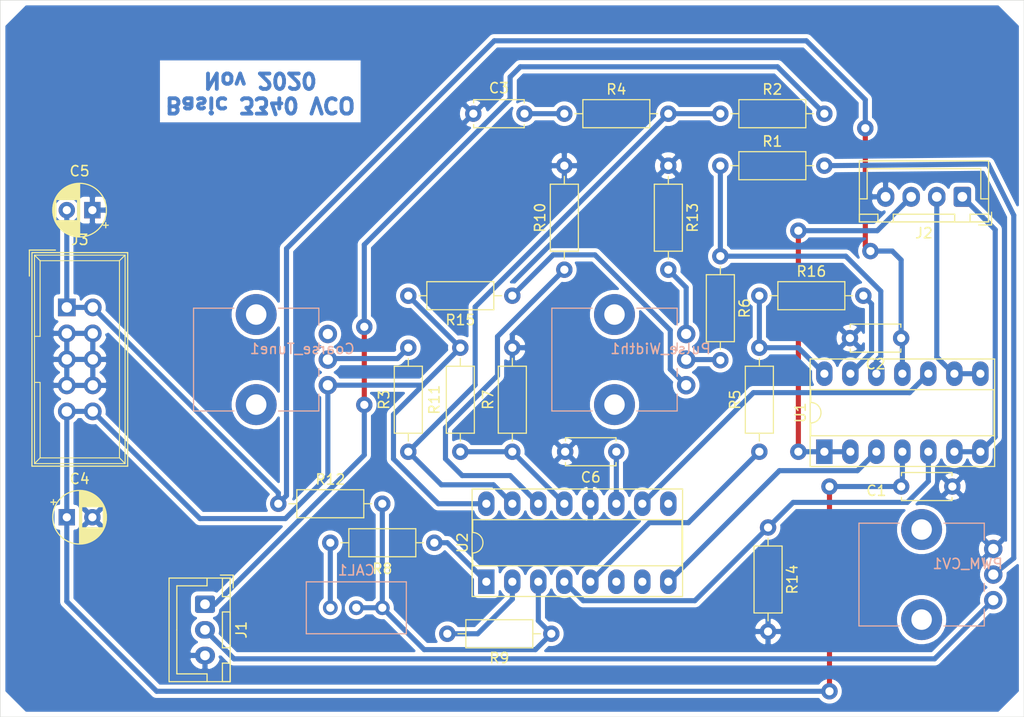
<source format=kicad_pcb>
(kicad_pcb (version 20171130) (host pcbnew "(5.1.7)-1")

  (general
    (thickness 1.6)
    (drawings 11)
    (tracks 145)
    (zones 0)
    (modules 31)
    (nets 34)
  )

  (page A4)
  (layers
    (0 F.Cu signal)
    (31 B.Cu signal)
    (32 B.Adhes user hide)
    (33 F.Adhes user hide)
    (34 B.Paste user hide)
    (35 F.Paste user hide)
    (36 B.SilkS user hide)
    (37 F.SilkS user)
    (38 B.Mask user hide)
    (39 F.Mask user hide)
    (40 Dwgs.User user hide)
    (41 Cmts.User user hide)
    (42 Eco1.User user hide)
    (43 Eco2.User user hide)
    (44 Edge.Cuts user)
    (45 Margin user hide)
    (46 B.CrtYd user)
    (47 F.CrtYd user)
    (48 B.Fab user hide)
    (49 F.Fab user hide)
  )

  (setup
    (last_trace_width 0.5)
    (trace_clearance 0.4)
    (zone_clearance 0.4)
    (zone_45_only no)
    (trace_min 0.5)
    (via_size 1.6)
    (via_drill 0.8)
    (via_min_size 1.6)
    (via_min_drill 0.8)
    (uvia_size 0.3)
    (uvia_drill 0.1)
    (uvias_allowed no)
    (uvia_min_size 0.2)
    (uvia_min_drill 0.1)
    (edge_width 0.05)
    (segment_width 0.2)
    (pcb_text_width 0.3)
    (pcb_text_size 1.5 1.5)
    (mod_edge_width 0.12)
    (mod_text_size 1 1)
    (mod_text_width 0.15)
    (pad_size 1.524 1.524)
    (pad_drill 0.762)
    (pad_to_mask_clearance 0)
    (aux_axis_origin 0 0)
    (grid_origin 105 120)
    (visible_elements 7FFFFFFF)
    (pcbplotparams
      (layerselection 0x01000_fffffffe)
      (usegerberextensions false)
      (usegerberattributes true)
      (usegerberadvancedattributes true)
      (creategerberjobfile true)
      (excludeedgelayer true)
      (linewidth 0.100000)
      (plotframeref false)
      (viasonmask false)
      (mode 1)
      (useauxorigin false)
      (hpglpennumber 1)
      (hpglpenspeed 20)
      (hpglpendiameter 15.000000)
      (psnegative true)
      (psa4output false)
      (plotreference true)
      (plotvalue true)
      (plotinvisibletext false)
      (padsonsilk false)
      (subtractmaskfromsilk false)
      (outputformat 4)
      (mirror false)
      (drillshape 1)
      (scaleselection 1)
      (outputdirectory ""))
  )

  (net 0 "")
  (net 1 +12V)
  (net 2 GND)
  (net 3 -12V)
  (net 4 "Net-(C3-Pad2)")
  (net 5 "Net-(C6-Pad1)")
  (net 6 "Net-(CAL1-Pad2)")
  (net 7 "Net-(CAL1-Pad1)")
  (net 8 "Net-(R1-Pad1)")
  (net 9 CV)
  (net 10 "Net-(R11-Pad2)")
  (net 11 "Net-(R8-Pad2)")
  (net 12 "Net-(R9-Pad2)")
  (net 13 "Net-(R10-Pad1)")
  (net 14 SQUARE)
  (net 15 PWM)
  (net 16 TRI)
  (net 17 SAW)
  (net 18 "Net-(U2-Pad7)")
  (net 19 "Net-(U2-Pad6)")
  (net 20 "Net-(U2-Pad9)")
  (net 21 PWM_IN)
  (net 22 CV_IN)
  (net 23 SAW_OUT)
  (net 24 TRI_OUT)
  (net 25 SQUARE_OUT)
  (net 26 "Net-(Coarse_Tune1-Pad3)")
  (net 27 "Net-(Coarse_Tune1-Pad2)")
  (net 28 "Net-(Pulse_Width1-Pad2)")
  (net 29 "Net-(PWM_CV1-Pad2)")
  (net 30 "Net-(Pulse_Width1-Pad3)")
  (net 31 "Net-(Pulse_Width1-Pad1)")
  (net 32 "Net-(R16-Pad1)")
  (net 33 "Net-(R16-Pad2)")

  (net_class Default "This is the default net class."
    (clearance 0.4)
    (trace_width 0.5)
    (via_dia 1.6)
    (via_drill 0.8)
    (uvia_dia 0.3)
    (uvia_drill 0.1)
    (diff_pair_width 0.5)
    (diff_pair_gap 0.5)
    (add_net +12V)
    (add_net -12V)
    (add_net CV)
    (add_net CV_IN)
    (add_net GND)
    (add_net "Net-(C3-Pad2)")
    (add_net "Net-(C6-Pad1)")
    (add_net "Net-(CAL1-Pad1)")
    (add_net "Net-(CAL1-Pad2)")
    (add_net "Net-(Coarse_Tune1-Pad2)")
    (add_net "Net-(Coarse_Tune1-Pad3)")
    (add_net "Net-(PWM_CV1-Pad2)")
    (add_net "Net-(Pulse_Width1-Pad1)")
    (add_net "Net-(Pulse_Width1-Pad2)")
    (add_net "Net-(Pulse_Width1-Pad3)")
    (add_net "Net-(R1-Pad1)")
    (add_net "Net-(R10-Pad1)")
    (add_net "Net-(R11-Pad2)")
    (add_net "Net-(R16-Pad1)")
    (add_net "Net-(R16-Pad2)")
    (add_net "Net-(R8-Pad2)")
    (add_net "Net-(R9-Pad2)")
    (add_net "Net-(U2-Pad6)")
    (add_net "Net-(U2-Pad7)")
    (add_net "Net-(U2-Pad9)")
    (add_net PWM)
    (add_net PWM_IN)
    (add_net SAW)
    (add_net SAW_OUT)
    (add_net SQUARE)
    (add_net SQUARE_OUT)
    (add_net TRI)
    (add_net TRI_OUT)
  )

  (module Connector_JST:JST_XH_B3B-XH-A_1x03_P2.50mm_Vertical (layer F.Cu) (tedit 5C28146C) (tstamp 5FA6A3E2)
    (at 125 109 270)
    (descr "JST XH series connector, B3B-XH-A (http://www.jst-mfg.com/product/pdf/eng/eXH.pdf), generated with kicad-footprint-generator")
    (tags "connector JST XH vertical")
    (path /60076A1A)
    (fp_text reference J1 (at 2.5 -3.55 90) (layer F.SilkS)
      (effects (font (size 1 1) (thickness 0.15)))
    )
    (fp_text value INPUTS (at 2.5 4.6 90) (layer F.Fab)
      (effects (font (size 1 1) (thickness 0.15)))
    )
    (fp_line (start -2.85 -2.75) (end -2.85 -1.5) (layer F.SilkS) (width 0.12))
    (fp_line (start -1.6 -2.75) (end -2.85 -2.75) (layer F.SilkS) (width 0.12))
    (fp_line (start 6.8 2.75) (end 2.5 2.75) (layer F.SilkS) (width 0.12))
    (fp_line (start 6.8 -0.2) (end 6.8 2.75) (layer F.SilkS) (width 0.12))
    (fp_line (start 7.55 -0.2) (end 6.8 -0.2) (layer F.SilkS) (width 0.12))
    (fp_line (start -1.8 2.75) (end 2.5 2.75) (layer F.SilkS) (width 0.12))
    (fp_line (start -1.8 -0.2) (end -1.8 2.75) (layer F.SilkS) (width 0.12))
    (fp_line (start -2.55 -0.2) (end -1.8 -0.2) (layer F.SilkS) (width 0.12))
    (fp_line (start 7.55 -2.45) (end 5.75 -2.45) (layer F.SilkS) (width 0.12))
    (fp_line (start 7.55 -1.7) (end 7.55 -2.45) (layer F.SilkS) (width 0.12))
    (fp_line (start 5.75 -1.7) (end 7.55 -1.7) (layer F.SilkS) (width 0.12))
    (fp_line (start 5.75 -2.45) (end 5.75 -1.7) (layer F.SilkS) (width 0.12))
    (fp_line (start -0.75 -2.45) (end -2.55 -2.45) (layer F.SilkS) (width 0.12))
    (fp_line (start -0.75 -1.7) (end -0.75 -2.45) (layer F.SilkS) (width 0.12))
    (fp_line (start -2.55 -1.7) (end -0.75 -1.7) (layer F.SilkS) (width 0.12))
    (fp_line (start -2.55 -2.45) (end -2.55 -1.7) (layer F.SilkS) (width 0.12))
    (fp_line (start 4.25 -2.45) (end 0.75 -2.45) (layer F.SilkS) (width 0.12))
    (fp_line (start 4.25 -1.7) (end 4.25 -2.45) (layer F.SilkS) (width 0.12))
    (fp_line (start 0.75 -1.7) (end 4.25 -1.7) (layer F.SilkS) (width 0.12))
    (fp_line (start 0.75 -2.45) (end 0.75 -1.7) (layer F.SilkS) (width 0.12))
    (fp_line (start 0 -1.35) (end 0.625 -2.35) (layer F.Fab) (width 0.1))
    (fp_line (start -0.625 -2.35) (end 0 -1.35) (layer F.Fab) (width 0.1))
    (fp_line (start 7.95 -2.85) (end -2.95 -2.85) (layer F.CrtYd) (width 0.05))
    (fp_line (start 7.95 3.9) (end 7.95 -2.85) (layer F.CrtYd) (width 0.05))
    (fp_line (start -2.95 3.9) (end 7.95 3.9) (layer F.CrtYd) (width 0.05))
    (fp_line (start -2.95 -2.85) (end -2.95 3.9) (layer F.CrtYd) (width 0.05))
    (fp_line (start 7.56 -2.46) (end -2.56 -2.46) (layer F.SilkS) (width 0.12))
    (fp_line (start 7.56 3.51) (end 7.56 -2.46) (layer F.SilkS) (width 0.12))
    (fp_line (start -2.56 3.51) (end 7.56 3.51) (layer F.SilkS) (width 0.12))
    (fp_line (start -2.56 -2.46) (end -2.56 3.51) (layer F.SilkS) (width 0.12))
    (fp_line (start 7.45 -2.35) (end -2.45 -2.35) (layer F.Fab) (width 0.1))
    (fp_line (start 7.45 3.4) (end 7.45 -2.35) (layer F.Fab) (width 0.1))
    (fp_line (start -2.45 3.4) (end 7.45 3.4) (layer F.Fab) (width 0.1))
    (fp_line (start -2.45 -2.35) (end -2.45 3.4) (layer F.Fab) (width 0.1))
    (fp_text user %R (at 2.5 2.7 90) (layer F.Fab)
      (effects (font (size 1 1) (thickness 0.15)))
    )
    (pad 3 thru_hole oval (at 5 0 270) (size 1.7 1.95) (drill 0.95) (layers *.Cu *.Mask)
      (net 2 GND))
    (pad 2 thru_hole oval (at 2.5 0 270) (size 1.7 1.95) (drill 0.95) (layers *.Cu *.Mask)
      (net 21 PWM_IN))
    (pad 1 thru_hole roundrect (at 0 0 270) (size 1.7 1.95) (drill 0.95) (layers *.Cu *.Mask) (roundrect_rratio 0.1470588235294118)
      (net 22 CV_IN))
    (model ${KISYS3DMOD}/Connector_JST.3dshapes/JST_XH_B3B-XH-A_1x03_P2.50mm_Vertical.wrl
      (at (xyz 0 0 0))
      (scale (xyz 1 1 1))
      (rotate (xyz 0 0 0))
    )
  )

  (module Potentiometer_THT:Potentiometer_Alps_RK09K_Single_Vertical (layer B.Cu) (tedit 5A3D4993) (tstamp 5FA6A5A1)
    (at 202 108.6 180)
    (descr "Potentiometer, vertical, Alps RK09K Single, http://www.alps.com/prod/info/E/HTML/Potentiometer/RotaryPotentiometers/RK09K/RK09K_list.html")
    (tags "Potentiometer vertical Alps RK09K Single")
    (path /5FACB069)
    (fp_text reference PWM_CV1 (at 2.5 3.55) (layer B.SilkS)
      (effects (font (size 1 1) (thickness 0.15)) (justify mirror))
    )
    (fp_text value "100k Lin" (at 2.5 -4.6) (layer B.Fab)
      (effects (font (size 1 1) (thickness 0.15)) (justify mirror))
    )
    (fp_line (start 13.25 9.15) (end -1.15 9.15) (layer B.CrtYd) (width 0.05))
    (fp_line (start 13.25 -4.15) (end 13.25 9.15) (layer B.CrtYd) (width 0.05))
    (fp_line (start -1.15 -4.15) (end 13.25 -4.15) (layer B.CrtYd) (width 0.05))
    (fp_line (start -1.15 9.15) (end -1.15 -4.15) (layer B.CrtYd) (width 0.05))
    (fp_line (start 13.12 7.521) (end 13.12 -2.52) (layer B.SilkS) (width 0.12))
    (fp_line (start 0.88 -0.87) (end 0.88 -2.52) (layer B.SilkS) (width 0.12))
    (fp_line (start 0.88 1.629) (end 0.88 0.87) (layer B.SilkS) (width 0.12))
    (fp_line (start 0.88 4.129) (end 0.88 3.37) (layer B.SilkS) (width 0.12))
    (fp_line (start 0.88 7.521) (end 0.88 5.871) (layer B.SilkS) (width 0.12))
    (fp_line (start 9.184 -2.52) (end 13.12 -2.52) (layer B.SilkS) (width 0.12))
    (fp_line (start 0.88 -2.52) (end 4.817 -2.52) (layer B.SilkS) (width 0.12))
    (fp_line (start 9.184 7.521) (end 13.12 7.521) (layer B.SilkS) (width 0.12))
    (fp_line (start 0.88 7.521) (end 4.817 7.521) (layer B.SilkS) (width 0.12))
    (fp_line (start 13 7.4) (end 1 7.4) (layer B.Fab) (width 0.1))
    (fp_line (start 13 -2.4) (end 13 7.4) (layer B.Fab) (width 0.1))
    (fp_line (start 1 -2.4) (end 13 -2.4) (layer B.Fab) (width 0.1))
    (fp_line (start 1 7.4) (end 1 -2.4) (layer B.Fab) (width 0.1))
    (fp_circle (center 7.5 2.5) (end 10.5 2.5) (layer B.Fab) (width 0.1))
    (fp_text user %R (at 2.5 -2.7) (layer B.Fab)
      (effects (font (size 1 1) (thickness 0.15)) (justify mirror))
    )
    (pad "" np_thru_hole circle (at 7 -1.9 180) (size 4 4) (drill 2) (layers *.Cu *.Mask))
    (pad "" np_thru_hole circle (at 7 6.9 180) (size 4 4) (drill 2) (layers *.Cu *.Mask))
    (pad 1 thru_hole circle (at 0 0 180) (size 1.8 1.8) (drill 1) (layers *.Cu *.Mask)
      (net 21 PWM_IN))
    (pad 2 thru_hole circle (at 0 2.5 180) (size 1.8 1.8) (drill 1) (layers *.Cu *.Mask)
      (net 29 "Net-(PWM_CV1-Pad2)"))
    (pad 3 thru_hole circle (at 0 5 180) (size 1.8 1.8) (drill 1) (layers *.Cu *.Mask)
      (net 2 GND))
    (model ${KISYS3DMOD}/Potentiometer_THT.3dshapes/Potentiometer_Alps_RK09K_Single_Vertical.wrl
      (at (xyz 0 0 0))
      (scale (xyz 1 1 1))
      (rotate (xyz 0 0 0))
    )
  )

  (module Resistor_THT:R_Axial_DIN0207_L6.3mm_D2.5mm_P10.16mm_Horizontal (layer F.Cu) (tedit 5AE5139B) (tstamp 5FA6A4D6)
    (at 155.02 94.1 90)
    (descr "Resistor, Axial_DIN0207 series, Axial, Horizontal, pin pitch=10.16mm, 0.25W = 1/4W, length*diameter=6.3*2.5mm^2, http://cdn-reichelt.de/documents/datenblatt/B400/1_4W%23YAG.pdf")
    (tags "Resistor Axial_DIN0207 series Axial Horizontal pin pitch 10.16mm 0.25W = 1/4W length 6.3mm diameter 2.5mm")
    (path /5FB37B6B)
    (fp_text reference R7 (at 5.08 -2.37 90) (layer F.SilkS)
      (effects (font (size 1 1) (thickness 0.15)))
    )
    (fp_text value 470R (at 5.08 2.37 90) (layer F.Fab)
      (effects (font (size 1 1) (thickness 0.15)))
    )
    (fp_line (start 11.21 -1.5) (end -1.05 -1.5) (layer F.CrtYd) (width 0.05))
    (fp_line (start 11.21 1.5) (end 11.21 -1.5) (layer F.CrtYd) (width 0.05))
    (fp_line (start -1.05 1.5) (end 11.21 1.5) (layer F.CrtYd) (width 0.05))
    (fp_line (start -1.05 -1.5) (end -1.05 1.5) (layer F.CrtYd) (width 0.05))
    (fp_line (start 9.12 0) (end 8.35 0) (layer F.SilkS) (width 0.12))
    (fp_line (start 1.04 0) (end 1.81 0) (layer F.SilkS) (width 0.12))
    (fp_line (start 8.35 -1.37) (end 1.81 -1.37) (layer F.SilkS) (width 0.12))
    (fp_line (start 8.35 1.37) (end 8.35 -1.37) (layer F.SilkS) (width 0.12))
    (fp_line (start 1.81 1.37) (end 8.35 1.37) (layer F.SilkS) (width 0.12))
    (fp_line (start 1.81 -1.37) (end 1.81 1.37) (layer F.SilkS) (width 0.12))
    (fp_line (start 10.16 0) (end 8.23 0) (layer F.Fab) (width 0.1))
    (fp_line (start 0 0) (end 1.93 0) (layer F.Fab) (width 0.1))
    (fp_line (start 8.23 -1.25) (end 1.93 -1.25) (layer F.Fab) (width 0.1))
    (fp_line (start 8.23 1.25) (end 8.23 -1.25) (layer F.Fab) (width 0.1))
    (fp_line (start 1.93 1.25) (end 8.23 1.25) (layer F.Fab) (width 0.1))
    (fp_line (start 1.93 -1.25) (end 1.93 1.25) (layer F.Fab) (width 0.1))
    (fp_text user %R (at 5.08 0 90) (layer F.Fab)
      (effects (font (size 1 1) (thickness 0.15)))
    )
    (pad 2 thru_hole oval (at 10.16 0 90) (size 1.6 1.6) (drill 0.8) (layers *.Cu *.Mask)
      (net 2 GND))
    (pad 1 thru_hole circle (at 0 0 90) (size 1.6 1.6) (drill 0.8) (layers *.Cu *.Mask)
      (net 10 "Net-(R11-Pad2)"))
    (model ${KISYS3DMOD}/Resistor_THT.3dshapes/R_Axial_DIN0207_L6.3mm_D2.5mm_P10.16mm_Horizontal.wrl
      (at (xyz 0 0 0))
      (scale (xyz 1 1 1))
      (rotate (xyz 0 0 0))
    )
  )

  (module Resistor_THT:R_Axial_DIN0207_L6.3mm_D2.5mm_P10.16mm_Horizontal (layer F.Cu) (tedit 5AE5139B) (tstamp 5FB092E8)
    (at 149.94 83.94 270)
    (descr "Resistor, Axial_DIN0207 series, Axial, Horizontal, pin pitch=10.16mm, 0.25W = 1/4W, length*diameter=6.3*2.5mm^2, http://cdn-reichelt.de/documents/datenblatt/B400/1_4W%23YAG.pdf")
    (tags "Resistor Axial_DIN0207 series Axial Horizontal pin pitch 10.16mm 0.25W = 1/4W length 6.3mm diameter 2.5mm")
    (path /5FB07009)
    (fp_text reference R11 (at 5.08 2.54 90) (layer F.SilkS)
      (effects (font (size 1 1) (thickness 0.15)))
    )
    (fp_text value 1.5M (at 5.08 2.37 90) (layer F.Fab)
      (effects (font (size 1 1) (thickness 0.15)))
    )
    (fp_line (start 11.21 -1.5) (end -1.05 -1.5) (layer F.CrtYd) (width 0.05))
    (fp_line (start 11.21 1.5) (end 11.21 -1.5) (layer F.CrtYd) (width 0.05))
    (fp_line (start -1.05 1.5) (end 11.21 1.5) (layer F.CrtYd) (width 0.05))
    (fp_line (start -1.05 -1.5) (end -1.05 1.5) (layer F.CrtYd) (width 0.05))
    (fp_line (start 9.12 0) (end 8.35 0) (layer F.SilkS) (width 0.12))
    (fp_line (start 1.04 0) (end 1.81 0) (layer F.SilkS) (width 0.12))
    (fp_line (start 8.35 -1.37) (end 1.81 -1.37) (layer F.SilkS) (width 0.12))
    (fp_line (start 8.35 1.37) (end 8.35 -1.37) (layer F.SilkS) (width 0.12))
    (fp_line (start 1.81 1.37) (end 8.35 1.37) (layer F.SilkS) (width 0.12))
    (fp_line (start 1.81 -1.37) (end 1.81 1.37) (layer F.SilkS) (width 0.12))
    (fp_line (start 10.16 0) (end 8.23 0) (layer F.Fab) (width 0.1))
    (fp_line (start 0 0) (end 1.93 0) (layer F.Fab) (width 0.1))
    (fp_line (start 8.23 -1.25) (end 1.93 -1.25) (layer F.Fab) (width 0.1))
    (fp_line (start 8.23 1.25) (end 8.23 -1.25) (layer F.Fab) (width 0.1))
    (fp_line (start 1.93 1.25) (end 8.23 1.25) (layer F.Fab) (width 0.1))
    (fp_line (start 1.93 -1.25) (end 1.93 1.25) (layer F.Fab) (width 0.1))
    (fp_text user %R (at 5.08 0 90) (layer F.Fab)
      (effects (font (size 1 1) (thickness 0.15)))
    )
    (pad 2 thru_hole oval (at 10.16 0 270) (size 1.6 1.6) (drill 0.8) (layers *.Cu *.Mask)
      (net 10 "Net-(R11-Pad2)"))
    (pad 1 thru_hole circle (at 0 0 270) (size 1.6 1.6) (drill 0.8) (layers *.Cu *.Mask)
      (net 1 +12V))
    (model ${KISYS3DMOD}/Resistor_THT.3dshapes/R_Axial_DIN0207_L6.3mm_D2.5mm_P10.16mm_Horizontal.wrl
      (at (xyz 0 0 0))
      (scale (xyz 1 1 1))
      (rotate (xyz 0 0 0))
    )
  )

  (module Resistor_THT:R_Axial_DIN0207_L6.3mm_D2.5mm_P10.16mm_Horizontal (layer F.Cu) (tedit 5AE5139B) (tstamp 5FA9A2D3)
    (at 170.26 66.16 270)
    (descr "Resistor, Axial_DIN0207 series, Axial, Horizontal, pin pitch=10.16mm, 0.25W = 1/4W, length*diameter=6.3*2.5mm^2, http://cdn-reichelt.de/documents/datenblatt/B400/1_4W%23YAG.pdf")
    (tags "Resistor Axial_DIN0207 series Axial Horizontal pin pitch 10.16mm 0.25W = 1/4W length 6.3mm diameter 2.5mm")
    (path /5FB09E7C)
    (fp_text reference R13 (at 5.08 -2.37 90) (layer F.SilkS)
      (effects (font (size 1 1) (thickness 0.15)))
    )
    (fp_text value 1k (at 5.08 2.37 90) (layer F.Fab)
      (effects (font (size 1 1) (thickness 0.15)))
    )
    (fp_line (start 1.93 -1.25) (end 1.93 1.25) (layer F.Fab) (width 0.1))
    (fp_line (start 1.93 1.25) (end 8.23 1.25) (layer F.Fab) (width 0.1))
    (fp_line (start 8.23 1.25) (end 8.23 -1.25) (layer F.Fab) (width 0.1))
    (fp_line (start 8.23 -1.25) (end 1.93 -1.25) (layer F.Fab) (width 0.1))
    (fp_line (start 0 0) (end 1.93 0) (layer F.Fab) (width 0.1))
    (fp_line (start 10.16 0) (end 8.23 0) (layer F.Fab) (width 0.1))
    (fp_line (start 1.81 -1.37) (end 1.81 1.37) (layer F.SilkS) (width 0.12))
    (fp_line (start 1.81 1.37) (end 8.35 1.37) (layer F.SilkS) (width 0.12))
    (fp_line (start 8.35 1.37) (end 8.35 -1.37) (layer F.SilkS) (width 0.12))
    (fp_line (start 8.35 -1.37) (end 1.81 -1.37) (layer F.SilkS) (width 0.12))
    (fp_line (start 1.04 0) (end 1.81 0) (layer F.SilkS) (width 0.12))
    (fp_line (start 9.12 0) (end 8.35 0) (layer F.SilkS) (width 0.12))
    (fp_line (start -1.05 -1.5) (end -1.05 1.5) (layer F.CrtYd) (width 0.05))
    (fp_line (start -1.05 1.5) (end 11.21 1.5) (layer F.CrtYd) (width 0.05))
    (fp_line (start 11.21 1.5) (end 11.21 -1.5) (layer F.CrtYd) (width 0.05))
    (fp_line (start 11.21 -1.5) (end -1.05 -1.5) (layer F.CrtYd) (width 0.05))
    (fp_text user %R (at 5.08 0 90) (layer F.Fab)
      (effects (font (size 1 1) (thickness 0.15)))
    )
    (pad 2 thru_hole oval (at 10.16 0 270) (size 1.6 1.6) (drill 0.8) (layers *.Cu *.Mask)
      (net 30 "Net-(Pulse_Width1-Pad3)"))
    (pad 1 thru_hole circle (at 0 0 270) (size 1.6 1.6) (drill 0.8) (layers *.Cu *.Mask)
      (net 2 GND))
    (model ${KISYS3DMOD}/Resistor_THT.3dshapes/R_Axial_DIN0207_L6.3mm_D2.5mm_P10.16mm_Horizontal.wrl
      (at (xyz 0 0 0))
      (scale (xyz 1 1 1))
      (rotate (xyz 0 0 0))
    )
  )

  (module Capacitor_THT:C_Disc_D4.7mm_W2.5mm_P5.00mm (layer F.Cu) (tedit 5AE50EF0) (tstamp 5FA6A25A)
    (at 198 97.5 180)
    (descr "C, Disc series, Radial, pin pitch=5.00mm, , diameter*width=4.7*2.5mm^2, Capacitor, http://www.vishay.com/docs/45233/krseries.pdf")
    (tags "C Disc series Radial pin pitch 5.00mm  diameter 4.7mm width 2.5mm Capacitor")
    (path /5FA748FA)
    (fp_text reference C1 (at 7.42 -0.41) (layer F.SilkS)
      (effects (font (size 1 1) (thickness 0.15)))
    )
    (fp_text value 100n (at 2.5 2.5) (layer F.Fab)
      (effects (font (size 1 1) (thickness 0.15)))
    )
    (fp_line (start 6.05 -1.5) (end -1.05 -1.5) (layer F.CrtYd) (width 0.05))
    (fp_line (start 6.05 1.5) (end 6.05 -1.5) (layer F.CrtYd) (width 0.05))
    (fp_line (start -1.05 1.5) (end 6.05 1.5) (layer F.CrtYd) (width 0.05))
    (fp_line (start -1.05 -1.5) (end -1.05 1.5) (layer F.CrtYd) (width 0.05))
    (fp_line (start 4.97 1.055) (end 4.97 1.37) (layer F.SilkS) (width 0.12))
    (fp_line (start 4.97 -1.37) (end 4.97 -1.055) (layer F.SilkS) (width 0.12))
    (fp_line (start 0.03 1.055) (end 0.03 1.37) (layer F.SilkS) (width 0.12))
    (fp_line (start 0.03 -1.37) (end 0.03 -1.055) (layer F.SilkS) (width 0.12))
    (fp_line (start 0.03 1.37) (end 4.97 1.37) (layer F.SilkS) (width 0.12))
    (fp_line (start 0.03 -1.37) (end 4.97 -1.37) (layer F.SilkS) (width 0.12))
    (fp_line (start 4.85 -1.25) (end 0.15 -1.25) (layer F.Fab) (width 0.1))
    (fp_line (start 4.85 1.25) (end 4.85 -1.25) (layer F.Fab) (width 0.1))
    (fp_line (start 0.15 1.25) (end 4.85 1.25) (layer F.Fab) (width 0.1))
    (fp_line (start 0.15 -1.25) (end 0.15 1.25) (layer F.Fab) (width 0.1))
    (fp_text user %R (at 2.5 0) (layer F.Fab)
      (effects (font (size 0.94 0.94) (thickness 0.141)))
    )
    (pad 2 thru_hole circle (at 5 0 180) (size 1.6 1.6) (drill 0.8) (layers *.Cu *.Mask)
      (net 1 +12V))
    (pad 1 thru_hole circle (at 0 0 180) (size 1.6 1.6) (drill 0.8) (layers *.Cu *.Mask)
      (net 2 GND))
    (model ${KISYS3DMOD}/Capacitor_THT.3dshapes/C_Disc_D4.7mm_W2.5mm_P5.00mm.wrl
      (at (xyz 0 0 0))
      (scale (xyz 1 1 1))
      (rotate (xyz 0 0 0))
    )
  )

  (module Potentiometer_THT:Potentiometer_Alps_RK09K_Single_Vertical (layer B.Cu) (tedit 5A3D4993) (tstamp 5FA6A5CB)
    (at 137 87.6 180)
    (descr "Potentiometer, vertical, Alps RK09K Single, http://www.alps.com/prod/info/E/HTML/Potentiometer/RotaryPotentiometers/RK09K/RK09K_list.html")
    (tags "Potentiometer vertical Alps RK09K Single")
    (path /5FAF95FA)
    (fp_text reference Coarse_Tune1 (at 2.5 3.55) (layer B.SilkS)
      (effects (font (size 1 1) (thickness 0.15)) (justify mirror))
    )
    (fp_text value "100k Lin" (at 2.5 -4.6) (layer B.Fab)
      (effects (font (size 1 1) (thickness 0.15)) (justify mirror))
    )
    (fp_line (start 13.25 9.15) (end -1.15 9.15) (layer B.CrtYd) (width 0.05))
    (fp_line (start 13.25 -4.15) (end 13.25 9.15) (layer B.CrtYd) (width 0.05))
    (fp_line (start -1.15 -4.15) (end 13.25 -4.15) (layer B.CrtYd) (width 0.05))
    (fp_line (start -1.15 9.15) (end -1.15 -4.15) (layer B.CrtYd) (width 0.05))
    (fp_line (start 13.12 7.521) (end 13.12 -2.52) (layer B.SilkS) (width 0.12))
    (fp_line (start 0.88 -0.87) (end 0.88 -2.52) (layer B.SilkS) (width 0.12))
    (fp_line (start 0.88 1.629) (end 0.88 0.87) (layer B.SilkS) (width 0.12))
    (fp_line (start 0.88 4.129) (end 0.88 3.37) (layer B.SilkS) (width 0.12))
    (fp_line (start 0.88 7.521) (end 0.88 5.871) (layer B.SilkS) (width 0.12))
    (fp_line (start 9.184 -2.52) (end 13.12 -2.52) (layer B.SilkS) (width 0.12))
    (fp_line (start 0.88 -2.52) (end 4.817 -2.52) (layer B.SilkS) (width 0.12))
    (fp_line (start 9.184 7.521) (end 13.12 7.521) (layer B.SilkS) (width 0.12))
    (fp_line (start 0.88 7.521) (end 4.817 7.521) (layer B.SilkS) (width 0.12))
    (fp_line (start 13 7.4) (end 1 7.4) (layer B.Fab) (width 0.1))
    (fp_line (start 13 -2.4) (end 13 7.4) (layer B.Fab) (width 0.1))
    (fp_line (start 1 -2.4) (end 13 -2.4) (layer B.Fab) (width 0.1))
    (fp_line (start 1 7.4) (end 1 -2.4) (layer B.Fab) (width 0.1))
    (fp_circle (center 7.5 2.5) (end 10.5 2.5) (layer B.Fab) (width 0.1))
    (fp_text user %R (at 2.5 -2.7) (layer B.Fab)
      (effects (font (size 1 1) (thickness 0.15)) (justify mirror))
    )
    (pad "" np_thru_hole circle (at 7 -1.9 180) (size 4 4) (drill 2) (layers *.Cu *.Mask))
    (pad "" np_thru_hole circle (at 7 6.9 180) (size 4 4) (drill 2) (layers *.Cu *.Mask))
    (pad 1 thru_hole circle (at 0 0 180) (size 1.8 1.8) (drill 1) (layers *.Cu *.Mask)
      (net 1 +12V))
    (pad 2 thru_hole circle (at 0 2.5 180) (size 1.8 1.8) (drill 1) (layers *.Cu *.Mask)
      (net 27 "Net-(Coarse_Tune1-Pad2)"))
    (pad 3 thru_hole circle (at 0 5 180) (size 1.8 1.8) (drill 1) (layers *.Cu *.Mask)
      (net 26 "Net-(Coarse_Tune1-Pad3)"))
    (model ${KISYS3DMOD}/Potentiometer_THT.3dshapes/Potentiometer_Alps_RK09K_Single_Vertical.wrl
      (at (xyz 0 0 0))
      (scale (xyz 1 1 1))
      (rotate (xyz 0 0 0))
    )
  )

  (module Potentiometer_THT:Potentiometer_Alps_RK09K_Single_Vertical (layer B.Cu) (tedit 5A3D4993) (tstamp 5FA6A5F5)
    (at 172 87.6 180)
    (descr "Potentiometer, vertical, Alps RK09K Single, http://www.alps.com/prod/info/E/HTML/Potentiometer/RotaryPotentiometers/RK09K/RK09K_list.html")
    (tags "Potentiometer vertical Alps RK09K Single")
    (path /5FABE784)
    (fp_text reference Pulse_Width1 (at 2.5 3.55) (layer B.SilkS)
      (effects (font (size 1 1) (thickness 0.15)) (justify mirror))
    )
    (fp_text value "100k Lin" (at 2.5 -4.6) (layer B.Fab)
      (effects (font (size 1 1) (thickness 0.15)) (justify mirror))
    )
    (fp_line (start 13.25 9.15) (end -1.15 9.15) (layer B.CrtYd) (width 0.05))
    (fp_line (start 13.25 -4.15) (end 13.25 9.15) (layer B.CrtYd) (width 0.05))
    (fp_line (start -1.15 -4.15) (end 13.25 -4.15) (layer B.CrtYd) (width 0.05))
    (fp_line (start -1.15 9.15) (end -1.15 -4.15) (layer B.CrtYd) (width 0.05))
    (fp_line (start 13.12 7.521) (end 13.12 -2.52) (layer B.SilkS) (width 0.12))
    (fp_line (start 0.88 -0.87) (end 0.88 -2.52) (layer B.SilkS) (width 0.12))
    (fp_line (start 0.88 1.629) (end 0.88 0.87) (layer B.SilkS) (width 0.12))
    (fp_line (start 0.88 4.129) (end 0.88 3.37) (layer B.SilkS) (width 0.12))
    (fp_line (start 0.88 7.521) (end 0.88 5.871) (layer B.SilkS) (width 0.12))
    (fp_line (start 9.184 -2.52) (end 13.12 -2.52) (layer B.SilkS) (width 0.12))
    (fp_line (start 0.88 -2.52) (end 4.817 -2.52) (layer B.SilkS) (width 0.12))
    (fp_line (start 9.184 7.521) (end 13.12 7.521) (layer B.SilkS) (width 0.12))
    (fp_line (start 0.88 7.521) (end 4.817 7.521) (layer B.SilkS) (width 0.12))
    (fp_line (start 13 7.4) (end 1 7.4) (layer B.Fab) (width 0.1))
    (fp_line (start 13 -2.4) (end 13 7.4) (layer B.Fab) (width 0.1))
    (fp_line (start 1 -2.4) (end 13 -2.4) (layer B.Fab) (width 0.1))
    (fp_line (start 1 7.4) (end 1 -2.4) (layer B.Fab) (width 0.1))
    (fp_circle (center 7.5 2.5) (end 10.5 2.5) (layer B.Fab) (width 0.1))
    (fp_text user %R (at 2.54 -7.62) (layer B.Fab)
      (effects (font (size 1 1) (thickness 0.15)) (justify mirror))
    )
    (pad "" np_thru_hole circle (at 7 -1.9 180) (size 4 4) (drill 2) (layers *.Cu *.Mask))
    (pad "" np_thru_hole circle (at 7 6.9 180) (size 4 4) (drill 2) (layers *.Cu *.Mask))
    (pad 1 thru_hole circle (at 0 0 180) (size 1.8 1.8) (drill 1) (layers *.Cu *.Mask)
      (net 31 "Net-(Pulse_Width1-Pad1)"))
    (pad 2 thru_hole circle (at 0 2.5 180) (size 1.8 1.8) (drill 1) (layers *.Cu *.Mask)
      (net 28 "Net-(Pulse_Width1-Pad2)"))
    (pad 3 thru_hole circle (at 0 5 180) (size 1.8 1.8) (drill 1) (layers *.Cu *.Mask)
      (net 30 "Net-(Pulse_Width1-Pad3)"))
    (model ${KISYS3DMOD}/Potentiometer_THT.3dshapes/Potentiometer_Alps_RK09K_Single_Vertical.wrl
      (at (xyz 0 0 0))
      (scale (xyz 1 1 1))
      (rotate (xyz 0 0 0))
    )
  )

  (module Resistor_THT:R_Axial_DIN0207_L6.3mm_D2.5mm_P10.16mm_Horizontal (layer F.Cu) (tedit 5AE5139B) (tstamp 5FA9A316)
    (at 155.02 78.86 180)
    (descr "Resistor, Axial_DIN0207 series, Axial, Horizontal, pin pitch=10.16mm, 0.25W = 1/4W, length*diameter=6.3*2.5mm^2, http://cdn-reichelt.de/documents/datenblatt/B400/1_4W%23YAG.pdf")
    (tags "Resistor Axial_DIN0207 series Axial Horizontal pin pitch 10.16mm 0.25W = 1/4W length 6.3mm diameter 2.5mm")
    (path /5FAFCE26)
    (fp_text reference R15 (at 5.08 -2.37) (layer F.SilkS)
      (effects (font (size 1 1) (thickness 0.15)))
    )
    (fp_text value 470k (at 5.08 2.37) (layer F.Fab)
      (effects (font (size 1 1) (thickness 0.15)))
    )
    (fp_line (start 1.93 -1.25) (end 1.93 1.25) (layer F.Fab) (width 0.1))
    (fp_line (start 1.93 1.25) (end 8.23 1.25) (layer F.Fab) (width 0.1))
    (fp_line (start 8.23 1.25) (end 8.23 -1.25) (layer F.Fab) (width 0.1))
    (fp_line (start 8.23 -1.25) (end 1.93 -1.25) (layer F.Fab) (width 0.1))
    (fp_line (start 0 0) (end 1.93 0) (layer F.Fab) (width 0.1))
    (fp_line (start 10.16 0) (end 8.23 0) (layer F.Fab) (width 0.1))
    (fp_line (start 1.81 -1.37) (end 1.81 1.37) (layer F.SilkS) (width 0.12))
    (fp_line (start 1.81 1.37) (end 8.35 1.37) (layer F.SilkS) (width 0.12))
    (fp_line (start 8.35 1.37) (end 8.35 -1.37) (layer F.SilkS) (width 0.12))
    (fp_line (start 8.35 -1.37) (end 1.81 -1.37) (layer F.SilkS) (width 0.12))
    (fp_line (start 1.04 0) (end 1.81 0) (layer F.SilkS) (width 0.12))
    (fp_line (start 9.12 0) (end 8.35 0) (layer F.SilkS) (width 0.12))
    (fp_line (start -1.05 -1.5) (end -1.05 1.5) (layer F.CrtYd) (width 0.05))
    (fp_line (start -1.05 1.5) (end 11.21 1.5) (layer F.CrtYd) (width 0.05))
    (fp_line (start 11.21 1.5) (end 11.21 -1.5) (layer F.CrtYd) (width 0.05))
    (fp_line (start 11.21 -1.5) (end -1.05 -1.5) (layer F.CrtYd) (width 0.05))
    (fp_text user %R (at 5.08 0) (layer F.Fab)
      (effects (font (size 1 1) (thickness 0.15)))
    )
    (pad 2 thru_hole oval (at 10.16 0 180) (size 1.6 1.6) (drill 0.8) (layers *.Cu *.Mask)
      (net 1 +12V))
    (pad 1 thru_hole circle (at 0 0 180) (size 1.6 1.6) (drill 0.8) (layers *.Cu *.Mask)
      (net 31 "Net-(Pulse_Width1-Pad1)"))
    (model ${KISYS3DMOD}/Resistor_THT.3dshapes/R_Axial_DIN0207_L6.3mm_D2.5mm_P10.16mm_Horizontal.wrl
      (at (xyz 0 0 0))
      (scale (xyz 1 1 1))
      (rotate (xyz 0 0 0))
    )
  )

  (module Resistor_THT:R_Axial_DIN0207_L6.3mm_D2.5mm_P10.16mm_Horizontal (layer F.Cu) (tedit 5AE5139B) (tstamp 5FA9A32D)
    (at 179.15 78.86)
    (descr "Resistor, Axial_DIN0207 series, Axial, Horizontal, pin pitch=10.16mm, 0.25W = 1/4W, length*diameter=6.3*2.5mm^2, http://cdn-reichelt.de/documents/datenblatt/B400/1_4W%23YAG.pdf")
    (tags "Resistor Axial_DIN0207 series Axial Horizontal pin pitch 10.16mm 0.25W = 1/4W length 6.3mm diameter 2.5mm")
    (path /5FAFBEBA)
    (fp_text reference R16 (at 5.08 -2.37) (layer F.SilkS)
      (effects (font (size 1 1) (thickness 0.15)))
    )
    (fp_text value 100k (at 5.08 2.37) (layer F.Fab)
      (effects (font (size 1 1) (thickness 0.15)))
    )
    (fp_line (start 1.93 -1.25) (end 1.93 1.25) (layer F.Fab) (width 0.1))
    (fp_line (start 1.93 1.25) (end 8.23 1.25) (layer F.Fab) (width 0.1))
    (fp_line (start 8.23 1.25) (end 8.23 -1.25) (layer F.Fab) (width 0.1))
    (fp_line (start 8.23 -1.25) (end 1.93 -1.25) (layer F.Fab) (width 0.1))
    (fp_line (start 0 0) (end 1.93 0) (layer F.Fab) (width 0.1))
    (fp_line (start 10.16 0) (end 8.23 0) (layer F.Fab) (width 0.1))
    (fp_line (start 1.81 -1.37) (end 1.81 1.37) (layer F.SilkS) (width 0.12))
    (fp_line (start 1.81 1.37) (end 8.35 1.37) (layer F.SilkS) (width 0.12))
    (fp_line (start 8.35 1.37) (end 8.35 -1.37) (layer F.SilkS) (width 0.12))
    (fp_line (start 8.35 -1.37) (end 1.81 -1.37) (layer F.SilkS) (width 0.12))
    (fp_line (start 1.04 0) (end 1.81 0) (layer F.SilkS) (width 0.12))
    (fp_line (start 9.12 0) (end 8.35 0) (layer F.SilkS) (width 0.12))
    (fp_line (start -1.05 -1.5) (end -1.05 1.5) (layer F.CrtYd) (width 0.05))
    (fp_line (start -1.05 1.5) (end 11.21 1.5) (layer F.CrtYd) (width 0.05))
    (fp_line (start 11.21 1.5) (end 11.21 -1.5) (layer F.CrtYd) (width 0.05))
    (fp_line (start 11.21 -1.5) (end -1.05 -1.5) (layer F.CrtYd) (width 0.05))
    (fp_text user %R (at 5.08 0) (layer F.Fab)
      (effects (font (size 1 1) (thickness 0.15)))
    )
    (pad 2 thru_hole oval (at 10.16 0) (size 1.6 1.6) (drill 0.8) (layers *.Cu *.Mask)
      (net 33 "Net-(R16-Pad2)"))
    (pad 1 thru_hole circle (at 0 0) (size 1.6 1.6) (drill 0.8) (layers *.Cu *.Mask)
      (net 32 "Net-(R16-Pad1)"))
    (model ${KISYS3DMOD}/Resistor_THT.3dshapes/R_Axial_DIN0207_L6.3mm_D2.5mm_P10.16mm_Horizontal.wrl
      (at (xyz 0 0 0))
      (scale (xyz 1 1 1))
      (rotate (xyz 0 0 0))
    )
  )

  (module Resistor_THT:R_Axial_DIN0207_L6.3mm_D2.5mm_P10.16mm_Horizontal (layer F.Cu) (tedit 5AE5139B) (tstamp 5FA6A4A8)
    (at 179.15 94.1 90)
    (descr "Resistor, Axial_DIN0207 series, Axial, Horizontal, pin pitch=10.16mm, 0.25W = 1/4W, length*diameter=6.3*2.5mm^2, http://cdn-reichelt.de/documents/datenblatt/B400/1_4W%23YAG.pdf")
    (tags "Resistor Axial_DIN0207 series Axial Horizontal pin pitch 10.16mm 0.25W = 1/4W length 6.3mm diameter 2.5mm")
    (path /5FAAF6DE)
    (fp_text reference R5 (at 5.08 -2.37 90) (layer F.SilkS)
      (effects (font (size 1 1) (thickness 0.15)))
    )
    (fp_text value 4.7k (at 5.08 2.37 90) (layer F.Fab)
      (effects (font (size 1 1) (thickness 0.15)))
    )
    (fp_line (start 11.21 -1.5) (end -1.05 -1.5) (layer F.CrtYd) (width 0.05))
    (fp_line (start 11.21 1.5) (end 11.21 -1.5) (layer F.CrtYd) (width 0.05))
    (fp_line (start -1.05 1.5) (end 11.21 1.5) (layer F.CrtYd) (width 0.05))
    (fp_line (start -1.05 -1.5) (end -1.05 1.5) (layer F.CrtYd) (width 0.05))
    (fp_line (start 9.12 0) (end 8.35 0) (layer F.SilkS) (width 0.12))
    (fp_line (start 1.04 0) (end 1.81 0) (layer F.SilkS) (width 0.12))
    (fp_line (start 8.35 -1.37) (end 1.81 -1.37) (layer F.SilkS) (width 0.12))
    (fp_line (start 8.35 1.37) (end 8.35 -1.37) (layer F.SilkS) (width 0.12))
    (fp_line (start 1.81 1.37) (end 8.35 1.37) (layer F.SilkS) (width 0.12))
    (fp_line (start 1.81 -1.37) (end 1.81 1.37) (layer F.SilkS) (width 0.12))
    (fp_line (start 10.16 0) (end 8.23 0) (layer F.Fab) (width 0.1))
    (fp_line (start 0 0) (end 1.93 0) (layer F.Fab) (width 0.1))
    (fp_line (start 8.23 -1.25) (end 1.93 -1.25) (layer F.Fab) (width 0.1))
    (fp_line (start 8.23 1.25) (end 8.23 -1.25) (layer F.Fab) (width 0.1))
    (fp_line (start 1.93 1.25) (end 8.23 1.25) (layer F.Fab) (width 0.1))
    (fp_line (start 1.93 -1.25) (end 1.93 1.25) (layer F.Fab) (width 0.1))
    (fp_text user %R (at 5.08 0 90) (layer F.Fab)
      (effects (font (size 1 1) (thickness 0.15)))
    )
    (pad 2 thru_hole oval (at 10.16 0 90) (size 1.6 1.6) (drill 0.8) (layers *.Cu *.Mask)
      (net 32 "Net-(R16-Pad1)"))
    (pad 1 thru_hole circle (at 0 0 90) (size 1.6 1.6) (drill 0.8) (layers *.Cu *.Mask)
      (net 15 PWM))
    (model ${KISYS3DMOD}/Resistor_THT.3dshapes/R_Axial_DIN0207_L6.3mm_D2.5mm_P10.16mm_Horizontal.wrl
      (at (xyz 0 0 0))
      (scale (xyz 1 1 1))
      (rotate (xyz 0 0 0))
    )
  )

  (module Connector_JST:JST_XH_B4B-XH-A_1x04_P2.50mm_Vertical (layer F.Cu) (tedit 5C28146C) (tstamp 5FA6A40D)
    (at 198.98 69.2 180)
    (descr "JST XH series connector, B4B-XH-A (http://www.jst-mfg.com/product/pdf/eng/eXH.pdf), generated with kicad-footprint-generator")
    (tags "connector JST XH vertical")
    (path /5FFF0F8D)
    (fp_text reference J2 (at 3.75 -3.55) (layer F.SilkS)
      (effects (font (size 1 1) (thickness 0.15)))
    )
    (fp_text value OUTPUTS (at 3.75 -7.62) (layer F.Fab)
      (effects (font (size 1 1) (thickness 0.15)))
    )
    (fp_line (start -2.45 -2.35) (end -2.45 3.4) (layer F.Fab) (width 0.1))
    (fp_line (start -2.45 3.4) (end 9.95 3.4) (layer F.Fab) (width 0.1))
    (fp_line (start 9.95 3.4) (end 9.95 -2.35) (layer F.Fab) (width 0.1))
    (fp_line (start 9.95 -2.35) (end -2.45 -2.35) (layer F.Fab) (width 0.1))
    (fp_line (start -2.56 -2.46) (end -2.56 3.51) (layer F.SilkS) (width 0.12))
    (fp_line (start -2.56 3.51) (end 10.06 3.51) (layer F.SilkS) (width 0.12))
    (fp_line (start 10.06 3.51) (end 10.06 -2.46) (layer F.SilkS) (width 0.12))
    (fp_line (start 10.06 -2.46) (end -2.56 -2.46) (layer F.SilkS) (width 0.12))
    (fp_line (start -2.95 -2.85) (end -2.95 3.9) (layer F.CrtYd) (width 0.05))
    (fp_line (start -2.95 3.9) (end 10.45 3.9) (layer F.CrtYd) (width 0.05))
    (fp_line (start 10.45 3.9) (end 10.45 -2.85) (layer F.CrtYd) (width 0.05))
    (fp_line (start 10.45 -2.85) (end -2.95 -2.85) (layer F.CrtYd) (width 0.05))
    (fp_line (start -0.625 -2.35) (end 0 -1.35) (layer F.Fab) (width 0.1))
    (fp_line (start 0 -1.35) (end 0.625 -2.35) (layer F.Fab) (width 0.1))
    (fp_line (start 0.75 -2.45) (end 0.75 -1.7) (layer F.SilkS) (width 0.12))
    (fp_line (start 0.75 -1.7) (end 6.75 -1.7) (layer F.SilkS) (width 0.12))
    (fp_line (start 6.75 -1.7) (end 6.75 -2.45) (layer F.SilkS) (width 0.12))
    (fp_line (start 6.75 -2.45) (end 0.75 -2.45) (layer F.SilkS) (width 0.12))
    (fp_line (start -2.55 -2.45) (end -2.55 -1.7) (layer F.SilkS) (width 0.12))
    (fp_line (start -2.55 -1.7) (end -0.75 -1.7) (layer F.SilkS) (width 0.12))
    (fp_line (start -0.75 -1.7) (end -0.75 -2.45) (layer F.SilkS) (width 0.12))
    (fp_line (start -0.75 -2.45) (end -2.55 -2.45) (layer F.SilkS) (width 0.12))
    (fp_line (start 8.25 -2.45) (end 8.25 -1.7) (layer F.SilkS) (width 0.12))
    (fp_line (start 8.25 -1.7) (end 10.05 -1.7) (layer F.SilkS) (width 0.12))
    (fp_line (start 10.05 -1.7) (end 10.05 -2.45) (layer F.SilkS) (width 0.12))
    (fp_line (start 10.05 -2.45) (end 8.25 -2.45) (layer F.SilkS) (width 0.12))
    (fp_line (start -2.55 -0.2) (end -1.8 -0.2) (layer F.SilkS) (width 0.12))
    (fp_line (start -1.8 -0.2) (end -1.8 2.75) (layer F.SilkS) (width 0.12))
    (fp_line (start -1.8 2.75) (end 3.75 2.75) (layer F.SilkS) (width 0.12))
    (fp_line (start 10.05 -0.2) (end 9.3 -0.2) (layer F.SilkS) (width 0.12))
    (fp_line (start 9.3 -0.2) (end 9.3 2.75) (layer F.SilkS) (width 0.12))
    (fp_line (start 9.3 2.75) (end 3.75 2.75) (layer F.SilkS) (width 0.12))
    (fp_line (start -1.6 -2.75) (end -2.85 -2.75) (layer F.SilkS) (width 0.12))
    (fp_line (start -2.85 -2.75) (end -2.85 -1.5) (layer F.SilkS) (width 0.12))
    (fp_text user %R (at 3.75 -5.08) (layer F.Fab)
      (effects (font (size 1 1) (thickness 0.15)))
    )
    (pad 1 thru_hole roundrect (at 0 0 180) (size 1.7 1.95) (drill 0.95) (layers *.Cu *.Mask) (roundrect_rratio 0.1470588235294118)
      (net 25 SQUARE_OUT))
    (pad 2 thru_hole oval (at 2.5 0 180) (size 1.7 1.95) (drill 0.95) (layers *.Cu *.Mask)
      (net 24 TRI_OUT))
    (pad 3 thru_hole oval (at 5 0 180) (size 1.7 1.95) (drill 0.95) (layers *.Cu *.Mask)
      (net 23 SAW_OUT))
    (pad 4 thru_hole oval (at 7.5 0 180) (size 1.7 1.95) (drill 0.95) (layers *.Cu *.Mask)
      (net 2 GND))
    (model ${KISYS3DMOD}/Connector_JST.3dshapes/JST_XH_B4B-XH-A_1x04_P2.50mm_Vertical.wrl
      (at (xyz 0 0 0))
      (scale (xyz 1 1 1))
      (rotate (xyz 0 0 0))
    )
  )

  (module Package_DIP:DIP-14_W7.62mm_Socket_LongPads (layer F.Cu) (tedit 5A02E8C5) (tstamp 5FA6A61F)
    (at 185.5 94.1 90)
    (descr "14-lead though-hole mounted DIP package, row spacing 7.62 mm (300 mils), Socket, LongPads")
    (tags "THT DIP DIL PDIP 2.54mm 7.62mm 300mil Socket LongPads")
    (path /5FA68458)
    (fp_text reference U1 (at 3.81 -2.33 90) (layer F.SilkS)
      (effects (font (size 1 1) (thickness 0.15)))
    )
    (fp_text value TL074 (at 3.81 17.57 90) (layer F.Fab)
      (effects (font (size 1 1) (thickness 0.15)))
    )
    (fp_line (start 9.15 -1.6) (end -1.55 -1.6) (layer F.CrtYd) (width 0.05))
    (fp_line (start 9.15 16.85) (end 9.15 -1.6) (layer F.CrtYd) (width 0.05))
    (fp_line (start -1.55 16.85) (end 9.15 16.85) (layer F.CrtYd) (width 0.05))
    (fp_line (start -1.55 -1.6) (end -1.55 16.85) (layer F.CrtYd) (width 0.05))
    (fp_line (start 9.06 -1.39) (end -1.44 -1.39) (layer F.SilkS) (width 0.12))
    (fp_line (start 9.06 16.63) (end 9.06 -1.39) (layer F.SilkS) (width 0.12))
    (fp_line (start -1.44 16.63) (end 9.06 16.63) (layer F.SilkS) (width 0.12))
    (fp_line (start -1.44 -1.39) (end -1.44 16.63) (layer F.SilkS) (width 0.12))
    (fp_line (start 6.06 -1.33) (end 4.81 -1.33) (layer F.SilkS) (width 0.12))
    (fp_line (start 6.06 16.57) (end 6.06 -1.33) (layer F.SilkS) (width 0.12))
    (fp_line (start 1.56 16.57) (end 6.06 16.57) (layer F.SilkS) (width 0.12))
    (fp_line (start 1.56 -1.33) (end 1.56 16.57) (layer F.SilkS) (width 0.12))
    (fp_line (start 2.81 -1.33) (end 1.56 -1.33) (layer F.SilkS) (width 0.12))
    (fp_line (start 8.89 -1.33) (end -1.27 -1.33) (layer F.Fab) (width 0.1))
    (fp_line (start 8.89 16.57) (end 8.89 -1.33) (layer F.Fab) (width 0.1))
    (fp_line (start -1.27 16.57) (end 8.89 16.57) (layer F.Fab) (width 0.1))
    (fp_line (start -1.27 -1.33) (end -1.27 16.57) (layer F.Fab) (width 0.1))
    (fp_line (start 0.635 -0.27) (end 1.635 -1.27) (layer F.Fab) (width 0.1))
    (fp_line (start 0.635 16.51) (end 0.635 -0.27) (layer F.Fab) (width 0.1))
    (fp_line (start 6.985 16.51) (end 0.635 16.51) (layer F.Fab) (width 0.1))
    (fp_line (start 6.985 -1.27) (end 6.985 16.51) (layer F.Fab) (width 0.1))
    (fp_line (start 1.635 -1.27) (end 6.985 -1.27) (layer F.Fab) (width 0.1))
    (fp_text user %R (at 3.81 7.62 90) (layer F.Fab)
      (effects (font (size 1 1) (thickness 0.15)))
    )
    (fp_arc (start 3.81 -1.33) (end 2.81 -1.33) (angle -180) (layer F.SilkS) (width 0.12))
    (pad 14 thru_hole oval (at 7.62 0 90) (size 2.4 1.6) (drill 0.8) (layers *.Cu *.Mask)
      (net 32 "Net-(R16-Pad1)"))
    (pad 7 thru_hole oval (at 0 15.24 90) (size 2.4 1.6) (drill 0.8) (layers *.Cu *.Mask)
      (net 25 SQUARE_OUT))
    (pad 13 thru_hole oval (at 7.62 2.54 90) (size 2.4 1.6) (drill 0.8) (layers *.Cu *.Mask)
      (net 33 "Net-(R16-Pad2)"))
    (pad 6 thru_hole oval (at 0 12.7 90) (size 2.4 1.6) (drill 0.8) (layers *.Cu *.Mask)
      (net 25 SQUARE_OUT))
    (pad 12 thru_hole oval (at 7.62 5.08 90) (size 2.4 1.6) (drill 0.8) (layers *.Cu *.Mask)
      (net 8 "Net-(R1-Pad1)"))
    (pad 5 thru_hole oval (at 0 10.16 90) (size 2.4 1.6) (drill 0.8) (layers *.Cu *.Mask)
      (net 14 SQUARE))
    (pad 11 thru_hole oval (at 7.62 7.62 90) (size 2.4 1.6) (drill 0.8) (layers *.Cu *.Mask)
      (net 3 -12V))
    (pad 4 thru_hole oval (at 0 7.62 90) (size 2.4 1.6) (drill 0.8) (layers *.Cu *.Mask)
      (net 1 +12V))
    (pad 10 thru_hole oval (at 7.62 10.16 90) (size 2.4 1.6) (drill 0.8) (layers *.Cu *.Mask)
      (net 16 TRI))
    (pad 3 thru_hole oval (at 0 5.08 90) (size 2.4 1.6) (drill 0.8) (layers *.Cu *.Mask)
      (net 17 SAW))
    (pad 9 thru_hole oval (at 7.62 12.7 90) (size 2.4 1.6) (drill 0.8) (layers *.Cu *.Mask)
      (net 24 TRI_OUT))
    (pad 2 thru_hole oval (at 0 2.54 90) (size 2.4 1.6) (drill 0.8) (layers *.Cu *.Mask)
      (net 23 SAW_OUT))
    (pad 8 thru_hole oval (at 7.62 15.24 90) (size 2.4 1.6) (drill 0.8) (layers *.Cu *.Mask)
      (net 24 TRI_OUT))
    (pad 1 thru_hole rect (at 0 0 90) (size 2.4 1.6) (drill 0.8) (layers *.Cu *.Mask)
      (net 23 SAW_OUT))
    (model ${KISYS3DMOD}/Package_DIP.3dshapes/DIP-14_W7.62mm_Socket.wrl
      (at (xyz 0 0 0))
      (scale (xyz 1 1 1))
      (rotate (xyz 0 0 0))
    )
  )

  (module Package_DIP:DIP-16_W7.62mm_Socket_LongPads (layer F.Cu) (tedit 5A02E8C5) (tstamp 5FA6A64B)
    (at 152.48 106.8 90)
    (descr "16-lead though-hole mounted DIP package, row spacing 7.62 mm (300 mils), Socket, LongPads")
    (tags "THT DIP DIL PDIP 2.54mm 7.62mm 300mil Socket LongPads")
    (path /5FA60207)
    (fp_text reference U2 (at 3.81 -2.33 90) (layer F.SilkS)
      (effects (font (size 1 1) (thickness 0.15)))
    )
    (fp_text value AS3340 (at 3.81 20.11 90) (layer F.Fab)
      (effects (font (size 1 1) (thickness 0.15)))
    )
    (fp_line (start 9.15 -1.6) (end -1.55 -1.6) (layer F.CrtYd) (width 0.05))
    (fp_line (start 9.15 19.4) (end 9.15 -1.6) (layer F.CrtYd) (width 0.05))
    (fp_line (start -1.55 19.4) (end 9.15 19.4) (layer F.CrtYd) (width 0.05))
    (fp_line (start -1.55 -1.6) (end -1.55 19.4) (layer F.CrtYd) (width 0.05))
    (fp_line (start 9.06 -1.39) (end -1.44 -1.39) (layer F.SilkS) (width 0.12))
    (fp_line (start 9.06 19.17) (end 9.06 -1.39) (layer F.SilkS) (width 0.12))
    (fp_line (start -1.44 19.17) (end 9.06 19.17) (layer F.SilkS) (width 0.12))
    (fp_line (start -1.44 -1.39) (end -1.44 19.17) (layer F.SilkS) (width 0.12))
    (fp_line (start 6.06 -1.33) (end 4.81 -1.33) (layer F.SilkS) (width 0.12))
    (fp_line (start 6.06 19.11) (end 6.06 -1.33) (layer F.SilkS) (width 0.12))
    (fp_line (start 1.56 19.11) (end 6.06 19.11) (layer F.SilkS) (width 0.12))
    (fp_line (start 1.56 -1.33) (end 1.56 19.11) (layer F.SilkS) (width 0.12))
    (fp_line (start 2.81 -1.33) (end 1.56 -1.33) (layer F.SilkS) (width 0.12))
    (fp_line (start 8.89 -1.33) (end -1.27 -1.33) (layer F.Fab) (width 0.1))
    (fp_line (start 8.89 19.11) (end 8.89 -1.33) (layer F.Fab) (width 0.1))
    (fp_line (start -1.27 19.11) (end 8.89 19.11) (layer F.Fab) (width 0.1))
    (fp_line (start -1.27 -1.33) (end -1.27 19.11) (layer F.Fab) (width 0.1))
    (fp_line (start 0.635 -0.27) (end 1.635 -1.27) (layer F.Fab) (width 0.1))
    (fp_line (start 0.635 19.05) (end 0.635 -0.27) (layer F.Fab) (width 0.1))
    (fp_line (start 6.985 19.05) (end 0.635 19.05) (layer F.Fab) (width 0.1))
    (fp_line (start 6.985 -1.27) (end 6.985 19.05) (layer F.Fab) (width 0.1))
    (fp_line (start 1.635 -1.27) (end 6.985 -1.27) (layer F.Fab) (width 0.1))
    (fp_text user %R (at 3.81 8.89 90) (layer F.Fab)
      (effects (font (size 1 1) (thickness 0.15)))
    )
    (fp_arc (start 3.81 -1.33) (end 2.81 -1.33) (angle -180) (layer F.SilkS) (width 0.12))
    (pad 16 thru_hole oval (at 7.62 0 90) (size 2.4 1.6) (drill 0.8) (layers *.Cu *.Mask)
      (net 1 +12V))
    (pad 8 thru_hole oval (at 0 17.78 90) (size 2.4 1.6) (drill 0.8) (layers *.Cu *.Mask)
      (net 17 SAW))
    (pad 15 thru_hole oval (at 7.62 2.54 90) (size 2.4 1.6) (drill 0.8) (layers *.Cu *.Mask)
      (net 9 CV))
    (pad 7 thru_hole oval (at 0 15.24 90) (size 2.4 1.6) (drill 0.8) (layers *.Cu *.Mask)
      (net 18 "Net-(U2-Pad7)"))
    (pad 14 thru_hole oval (at 7.62 5.08 90) (size 2.4 1.6) (drill 0.8) (layers *.Cu *.Mask)
      (net 13 "Net-(R10-Pad1)"))
    (pad 6 thru_hole oval (at 0 12.7 90) (size 2.4 1.6) (drill 0.8) (layers *.Cu *.Mask)
      (net 19 "Net-(U2-Pad6)"))
    (pad 13 thru_hole oval (at 7.62 7.62 90) (size 2.4 1.6) (drill 0.8) (layers *.Cu *.Mask)
      (net 10 "Net-(R11-Pad2)"))
    (pad 5 thru_hole oval (at 0 10.16 90) (size 2.4 1.6) (drill 0.8) (layers *.Cu *.Mask)
      (net 15 PWM))
    (pad 12 thru_hole oval (at 7.62 10.16 90) (size 2.4 1.6) (drill 0.8) (layers *.Cu *.Mask)
      (net 2 GND))
    (pad 4 thru_hole oval (at 0 7.62 90) (size 2.4 1.6) (drill 0.8) (layers *.Cu *.Mask)
      (net 14 SQUARE))
    (pad 11 thru_hole oval (at 7.62 12.7 90) (size 2.4 1.6) (drill 0.8) (layers *.Cu *.Mask)
      (net 5 "Net-(C6-Pad1)"))
    (pad 3 thru_hole oval (at 0 5.08 90) (size 2.4 1.6) (drill 0.8) (layers *.Cu *.Mask)
      (net 6 "Net-(CAL1-Pad2)"))
    (pad 10 thru_hole oval (at 7.62 15.24 90) (size 2.4 1.6) (drill 0.8) (layers *.Cu *.Mask)
      (net 16 TRI))
    (pad 2 thru_hole oval (at 0 2.54 90) (size 2.4 1.6) (drill 0.8) (layers *.Cu *.Mask)
      (net 12 "Net-(R9-Pad2)"))
    (pad 9 thru_hole oval (at 7.62 17.78 90) (size 2.4 1.6) (drill 0.8) (layers *.Cu *.Mask)
      (net 20 "Net-(U2-Pad9)"))
    (pad 1 thru_hole rect (at 0 0 90) (size 2.4 1.6) (drill 0.8) (layers *.Cu *.Mask)
      (net 11 "Net-(R8-Pad2)"))
    (model ${KISYS3DMOD}/Package_DIP.3dshapes/DIP-16_W7.62mm_Socket.wrl
      (at (xyz 0 0 0))
      (scale (xyz 1 1 1))
      (rotate (xyz 0 0 0))
    )
  )

  (module Resistor_THT:R_Axial_DIN0207_L6.3mm_D2.5mm_P10.16mm_Horizontal (layer F.Cu) (tedit 5AE5139B) (tstamp 5FA6A577)
    (at 180 101.5 270)
    (descr "Resistor, Axial_DIN0207 series, Axial, Horizontal, pin pitch=10.16mm, 0.25W = 1/4W, length*diameter=6.3*2.5mm^2, http://cdn-reichelt.de/documents/datenblatt/B400/1_4W%23YAG.pdf")
    (tags "Resistor Axial_DIN0207 series Axial Horizontal pin pitch 10.16mm 0.25W = 1/4W length 6.3mm diameter 2.5mm")
    (path /5FAB060D)
    (fp_text reference R14 (at 5.08 -2.37 90) (layer F.SilkS)
      (effects (font (size 1 1) (thickness 0.15)))
    )
    (fp_text value 10k (at 5.08 2.37 90) (layer F.Fab)
      (effects (font (size 1 1) (thickness 0.15)))
    )
    (fp_line (start 11.21 -1.5) (end -1.05 -1.5) (layer F.CrtYd) (width 0.05))
    (fp_line (start 11.21 1.5) (end 11.21 -1.5) (layer F.CrtYd) (width 0.05))
    (fp_line (start -1.05 1.5) (end 11.21 1.5) (layer F.CrtYd) (width 0.05))
    (fp_line (start -1.05 -1.5) (end -1.05 1.5) (layer F.CrtYd) (width 0.05))
    (fp_line (start 9.12 0) (end 8.35 0) (layer F.SilkS) (width 0.12))
    (fp_line (start 1.04 0) (end 1.81 0) (layer F.SilkS) (width 0.12))
    (fp_line (start 8.35 -1.37) (end 1.81 -1.37) (layer F.SilkS) (width 0.12))
    (fp_line (start 8.35 1.37) (end 8.35 -1.37) (layer F.SilkS) (width 0.12))
    (fp_line (start 1.81 1.37) (end 8.35 1.37) (layer F.SilkS) (width 0.12))
    (fp_line (start 1.81 -1.37) (end 1.81 1.37) (layer F.SilkS) (width 0.12))
    (fp_line (start 10.16 0) (end 8.23 0) (layer F.Fab) (width 0.1))
    (fp_line (start 0 0) (end 1.93 0) (layer F.Fab) (width 0.1))
    (fp_line (start 8.23 -1.25) (end 1.93 -1.25) (layer F.Fab) (width 0.1))
    (fp_line (start 8.23 1.25) (end 8.23 -1.25) (layer F.Fab) (width 0.1))
    (fp_line (start 1.93 1.25) (end 8.23 1.25) (layer F.Fab) (width 0.1))
    (fp_line (start 1.93 -1.25) (end 1.93 1.25) (layer F.Fab) (width 0.1))
    (fp_text user %R (at 5.08 0 90) (layer F.Fab)
      (effects (font (size 1 1) (thickness 0.15)))
    )
    (pad 2 thru_hole oval (at 10.16 0 270) (size 1.6 1.6) (drill 0.8) (layers *.Cu *.Mask)
      (net 2 GND))
    (pad 1 thru_hole circle (at 0 0 270) (size 1.6 1.6) (drill 0.8) (layers *.Cu *.Mask)
      (net 14 SQUARE))
    (model ${KISYS3DMOD}/Resistor_THT.3dshapes/R_Axial_DIN0207_L6.3mm_D2.5mm_P10.16mm_Horizontal.wrl
      (at (xyz 0 0 0))
      (scale (xyz 1 1 1))
      (rotate (xyz 0 0 0))
    )
  )

  (module Resistor_THT:R_Axial_DIN0207_L6.3mm_D2.5mm_P10.16mm_Horizontal (layer F.Cu) (tedit 5AE5139B) (tstamp 5FA6A549)
    (at 132.16 99.18)
    (descr "Resistor, Axial_DIN0207 series, Axial, Horizontal, pin pitch=10.16mm, 0.25W = 1/4W, length*diameter=6.3*2.5mm^2, http://cdn-reichelt.de/documents/datenblatt/B400/1_4W%23YAG.pdf")
    (tags "Resistor Axial_DIN0207 series Axial Horizontal pin pitch 10.16mm 0.25W = 1/4W length 6.3mm diameter 2.5mm")
    (path /5FA96DFC)
    (fp_text reference R12 (at 5.08 -2.37) (layer F.SilkS)
      (effects (font (size 1 1) (thickness 0.15)))
    )
    (fp_text value 680r (at 5.08 2.37) (layer F.Fab)
      (effects (font (size 1 1) (thickness 0.15)))
    )
    (fp_line (start 11.21 -1.5) (end -1.05 -1.5) (layer F.CrtYd) (width 0.05))
    (fp_line (start 11.21 1.5) (end 11.21 -1.5) (layer F.CrtYd) (width 0.05))
    (fp_line (start -1.05 1.5) (end 11.21 1.5) (layer F.CrtYd) (width 0.05))
    (fp_line (start -1.05 -1.5) (end -1.05 1.5) (layer F.CrtYd) (width 0.05))
    (fp_line (start 9.12 0) (end 8.35 0) (layer F.SilkS) (width 0.12))
    (fp_line (start 1.04 0) (end 1.81 0) (layer F.SilkS) (width 0.12))
    (fp_line (start 8.35 -1.37) (end 1.81 -1.37) (layer F.SilkS) (width 0.12))
    (fp_line (start 8.35 1.37) (end 8.35 -1.37) (layer F.SilkS) (width 0.12))
    (fp_line (start 1.81 1.37) (end 8.35 1.37) (layer F.SilkS) (width 0.12))
    (fp_line (start 1.81 -1.37) (end 1.81 1.37) (layer F.SilkS) (width 0.12))
    (fp_line (start 10.16 0) (end 8.23 0) (layer F.Fab) (width 0.1))
    (fp_line (start 0 0) (end 1.93 0) (layer F.Fab) (width 0.1))
    (fp_line (start 8.23 -1.25) (end 1.93 -1.25) (layer F.Fab) (width 0.1))
    (fp_line (start 8.23 1.25) (end 8.23 -1.25) (layer F.Fab) (width 0.1))
    (fp_line (start 1.93 1.25) (end 8.23 1.25) (layer F.Fab) (width 0.1))
    (fp_line (start 1.93 -1.25) (end 1.93 1.25) (layer F.Fab) (width 0.1))
    (fp_text user %R (at 5.08 0) (layer F.Fab)
      (effects (font (size 1 1) (thickness 0.15)))
    )
    (pad 2 thru_hole oval (at 10.16 0) (size 1.6 1.6) (drill 0.8) (layers *.Cu *.Mask)
      (net 6 "Net-(CAL1-Pad2)"))
    (pad 1 thru_hole circle (at 0 0) (size 1.6 1.6) (drill 0.8) (layers *.Cu *.Mask)
      (net 3 -12V))
    (model ${KISYS3DMOD}/Resistor_THT.3dshapes/R_Axial_DIN0207_L6.3mm_D2.5mm_P10.16mm_Horizontal.wrl
      (at (xyz 0 0 0))
      (scale (xyz 1 1 1))
      (rotate (xyz 0 0 0))
    )
  )

  (module Resistor_THT:R_Axial_DIN0207_L6.3mm_D2.5mm_P10.16mm_Horizontal (layer F.Cu) (tedit 5AE5139B) (tstamp 5FB0925F)
    (at 160.1 76.32 90)
    (descr "Resistor, Axial_DIN0207 series, Axial, Horizontal, pin pitch=10.16mm, 0.25W = 1/4W, length*diameter=6.3*2.5mm^2, http://cdn-reichelt.de/documents/datenblatt/B400/1_4W%23YAG.pdf")
    (tags "Resistor Axial_DIN0207 series Axial Horizontal pin pitch 10.16mm 0.25W = 1/4W length 6.3mm diameter 2.5mm")
    (path /5FB5F563)
    (fp_text reference R10 (at 5.08 -2.37 90) (layer F.SilkS)
      (effects (font (size 1 1) (thickness 0.15)))
    )
    (fp_text value 1.8k (at 5.08 2.37 90) (layer F.Fab)
      (effects (font (size 1 1) (thickness 0.15)))
    )
    (fp_line (start 1.93 -1.25) (end 1.93 1.25) (layer F.Fab) (width 0.1))
    (fp_line (start 1.93 1.25) (end 8.23 1.25) (layer F.Fab) (width 0.1))
    (fp_line (start 8.23 1.25) (end 8.23 -1.25) (layer F.Fab) (width 0.1))
    (fp_line (start 8.23 -1.25) (end 1.93 -1.25) (layer F.Fab) (width 0.1))
    (fp_line (start 0 0) (end 1.93 0) (layer F.Fab) (width 0.1))
    (fp_line (start 10.16 0) (end 8.23 0) (layer F.Fab) (width 0.1))
    (fp_line (start 1.81 -1.37) (end 1.81 1.37) (layer F.SilkS) (width 0.12))
    (fp_line (start 1.81 1.37) (end 8.35 1.37) (layer F.SilkS) (width 0.12))
    (fp_line (start 8.35 1.37) (end 8.35 -1.37) (layer F.SilkS) (width 0.12))
    (fp_line (start 8.35 -1.37) (end 1.81 -1.37) (layer F.SilkS) (width 0.12))
    (fp_line (start 1.04 0) (end 1.81 0) (layer F.SilkS) (width 0.12))
    (fp_line (start 9.12 0) (end 8.35 0) (layer F.SilkS) (width 0.12))
    (fp_line (start -1.05 -1.5) (end -1.05 1.5) (layer F.CrtYd) (width 0.05))
    (fp_line (start -1.05 1.5) (end 11.21 1.5) (layer F.CrtYd) (width 0.05))
    (fp_line (start 11.21 1.5) (end 11.21 -1.5) (layer F.CrtYd) (width 0.05))
    (fp_line (start 11.21 -1.5) (end -1.05 -1.5) (layer F.CrtYd) (width 0.05))
    (fp_text user %R (at 5.08 0 90) (layer F.Fab)
      (effects (font (size 1 1) (thickness 0.15)))
    )
    (pad 1 thru_hole circle (at 0 0 90) (size 1.6 1.6) (drill 0.8) (layers *.Cu *.Mask)
      (net 13 "Net-(R10-Pad1)"))
    (pad 2 thru_hole oval (at 10.16 0 90) (size 1.6 1.6) (drill 0.8) (layers *.Cu *.Mask)
      (net 2 GND))
    (model ${KISYS3DMOD}/Resistor_THT.3dshapes/R_Axial_DIN0207_L6.3mm_D2.5mm_P10.16mm_Horizontal.wrl
      (at (xyz 0 0 0))
      (scale (xyz 1 1 1))
      (rotate (xyz 0 0 0))
    )
  )

  (module Resistor_THT:R_Axial_DIN0207_L6.3mm_D2.5mm_P10.16mm_Horizontal (layer F.Cu) (tedit 5AE5139B) (tstamp 5FA6A504)
    (at 158.83 111.88 180)
    (descr "Resistor, Axial_DIN0207 series, Axial, Horizontal, pin pitch=10.16mm, 0.25W = 1/4W, length*diameter=6.3*2.5mm^2, http://cdn-reichelt.de/documents/datenblatt/B400/1_4W%23YAG.pdf")
    (tags "Resistor Axial_DIN0207 series Axial Horizontal pin pitch 10.16mm 0.25W = 1/4W length 6.3mm diameter 2.5mm")
    (path /5FA63957)
    (fp_text reference R9 (at 5.08 -2.37) (layer F.SilkS)
      (effects (font (size 1 1) (thickness 0.15)))
    )
    (fp_text value 5.6k (at 5.08 2.37) (layer F.Fab)
      (effects (font (size 1 1) (thickness 0.15)))
    )
    (fp_line (start 11.21 -1.5) (end -1.05 -1.5) (layer F.CrtYd) (width 0.05))
    (fp_line (start 11.21 1.5) (end 11.21 -1.5) (layer F.CrtYd) (width 0.05))
    (fp_line (start -1.05 1.5) (end 11.21 1.5) (layer F.CrtYd) (width 0.05))
    (fp_line (start -1.05 -1.5) (end -1.05 1.5) (layer F.CrtYd) (width 0.05))
    (fp_line (start 9.12 0) (end 8.35 0) (layer F.SilkS) (width 0.12))
    (fp_line (start 1.04 0) (end 1.81 0) (layer F.SilkS) (width 0.12))
    (fp_line (start 8.35 -1.37) (end 1.81 -1.37) (layer F.SilkS) (width 0.12))
    (fp_line (start 8.35 1.37) (end 8.35 -1.37) (layer F.SilkS) (width 0.12))
    (fp_line (start 1.81 1.37) (end 8.35 1.37) (layer F.SilkS) (width 0.12))
    (fp_line (start 1.81 -1.37) (end 1.81 1.37) (layer F.SilkS) (width 0.12))
    (fp_line (start 10.16 0) (end 8.23 0) (layer F.Fab) (width 0.1))
    (fp_line (start 0 0) (end 1.93 0) (layer F.Fab) (width 0.1))
    (fp_line (start 8.23 -1.25) (end 1.93 -1.25) (layer F.Fab) (width 0.1))
    (fp_line (start 8.23 1.25) (end 8.23 -1.25) (layer F.Fab) (width 0.1))
    (fp_line (start 1.93 1.25) (end 8.23 1.25) (layer F.Fab) (width 0.1))
    (fp_line (start 1.93 -1.25) (end 1.93 1.25) (layer F.Fab) (width 0.1))
    (fp_text user %R (at 5.08 0) (layer F.Fab)
      (effects (font (size 1 1) (thickness 0.15)))
    )
    (pad 2 thru_hole oval (at 10.16 0 180) (size 1.6 1.6) (drill 0.8) (layers *.Cu *.Mask)
      (net 12 "Net-(R9-Pad2)"))
    (pad 1 thru_hole circle (at 0 0 180) (size 1.6 1.6) (drill 0.8) (layers *.Cu *.Mask)
      (net 6 "Net-(CAL1-Pad2)"))
    (model ${KISYS3DMOD}/Resistor_THT.3dshapes/R_Axial_DIN0207_L6.3mm_D2.5mm_P10.16mm_Horizontal.wrl
      (at (xyz 0 0 0))
      (scale (xyz 1 1 1))
      (rotate (xyz 0 0 0))
    )
  )

  (module Resistor_THT:R_Axial_DIN0207_L6.3mm_D2.5mm_P10.16mm_Horizontal (layer F.Cu) (tedit 5AE5139B) (tstamp 5FA6A4ED)
    (at 137.24 102.99)
    (descr "Resistor, Axial_DIN0207 series, Axial, Horizontal, pin pitch=10.16mm, 0.25W = 1/4W, length*diameter=6.3*2.5mm^2, http://cdn-reichelt.de/documents/datenblatt/B400/1_4W%23YAG.pdf")
    (tags "Resistor Axial_DIN0207 series Axial Horizontal pin pitch 10.16mm 0.25W = 1/4W length 6.3mm diameter 2.5mm")
    (path /5FA62E9A)
    (fp_text reference R8 (at 5.08 2.54) (layer F.SilkS)
      (effects (font (size 1 1) (thickness 0.15)))
    )
    (fp_text value 24k (at 5.08 2.37) (layer F.Fab)
      (effects (font (size 1 1) (thickness 0.15)))
    )
    (fp_line (start 11.21 -1.5) (end -1.05 -1.5) (layer F.CrtYd) (width 0.05))
    (fp_line (start 11.21 1.5) (end 11.21 -1.5) (layer F.CrtYd) (width 0.05))
    (fp_line (start -1.05 1.5) (end 11.21 1.5) (layer F.CrtYd) (width 0.05))
    (fp_line (start -1.05 -1.5) (end -1.05 1.5) (layer F.CrtYd) (width 0.05))
    (fp_line (start 9.12 0) (end 8.35 0) (layer F.SilkS) (width 0.12))
    (fp_line (start 1.04 0) (end 1.81 0) (layer F.SilkS) (width 0.12))
    (fp_line (start 8.35 -1.37) (end 1.81 -1.37) (layer F.SilkS) (width 0.12))
    (fp_line (start 8.35 1.37) (end 8.35 -1.37) (layer F.SilkS) (width 0.12))
    (fp_line (start 1.81 1.37) (end 8.35 1.37) (layer F.SilkS) (width 0.12))
    (fp_line (start 1.81 -1.37) (end 1.81 1.37) (layer F.SilkS) (width 0.12))
    (fp_line (start 10.16 0) (end 8.23 0) (layer F.Fab) (width 0.1))
    (fp_line (start 0 0) (end 1.93 0) (layer F.Fab) (width 0.1))
    (fp_line (start 8.23 -1.25) (end 1.93 -1.25) (layer F.Fab) (width 0.1))
    (fp_line (start 8.23 1.25) (end 8.23 -1.25) (layer F.Fab) (width 0.1))
    (fp_line (start 1.93 1.25) (end 8.23 1.25) (layer F.Fab) (width 0.1))
    (fp_line (start 1.93 -1.25) (end 1.93 1.25) (layer F.Fab) (width 0.1))
    (fp_text user %R (at 5.08 0) (layer F.Fab)
      (effects (font (size 1 1) (thickness 0.15)))
    )
    (pad 2 thru_hole oval (at 10.16 0) (size 1.6 1.6) (drill 0.8) (layers *.Cu *.Mask)
      (net 11 "Net-(R8-Pad2)"))
    (pad 1 thru_hole circle (at 0 0) (size 1.6 1.6) (drill 0.8) (layers *.Cu *.Mask)
      (net 7 "Net-(CAL1-Pad1)"))
    (model ${KISYS3DMOD}/Resistor_THT.3dshapes/R_Axial_DIN0207_L6.3mm_D2.5mm_P10.16mm_Horizontal.wrl
      (at (xyz 0 0 0))
      (scale (xyz 1 1 1))
      (rotate (xyz 0 0 0))
    )
  )

  (module Resistor_THT:R_Axial_DIN0207_L6.3mm_D2.5mm_P10.16mm_Horizontal (layer F.Cu) (tedit 5AE5139B) (tstamp 5FA6A4BF)
    (at 175.34 75 270)
    (descr "Resistor, Axial_DIN0207 series, Axial, Horizontal, pin pitch=10.16mm, 0.25W = 1/4W, length*diameter=6.3*2.5mm^2, http://cdn-reichelt.de/documents/datenblatt/B400/1_4W%23YAG.pdf")
    (tags "Resistor Axial_DIN0207 series Axial Horizontal pin pitch 10.16mm 0.25W = 1/4W length 6.3mm diameter 2.5mm")
    (path /5FABF9F1)
    (fp_text reference R6 (at 5.08 -2.37 90) (layer F.SilkS)
      (effects (font (size 1 1) (thickness 0.15)))
    )
    (fp_text value 470k (at 5.08 2.37 90) (layer F.Fab)
      (effects (font (size 1 1) (thickness 0.15)))
    )
    (fp_line (start 11.21 -1.5) (end -1.05 -1.5) (layer F.CrtYd) (width 0.05))
    (fp_line (start 11.21 1.5) (end 11.21 -1.5) (layer F.CrtYd) (width 0.05))
    (fp_line (start -1.05 1.5) (end 11.21 1.5) (layer F.CrtYd) (width 0.05))
    (fp_line (start -1.05 -1.5) (end -1.05 1.5) (layer F.CrtYd) (width 0.05))
    (fp_line (start 9.12 0) (end 8.35 0) (layer F.SilkS) (width 0.12))
    (fp_line (start 1.04 0) (end 1.81 0) (layer F.SilkS) (width 0.12))
    (fp_line (start 8.35 -1.37) (end 1.81 -1.37) (layer F.SilkS) (width 0.12))
    (fp_line (start 8.35 1.37) (end 8.35 -1.37) (layer F.SilkS) (width 0.12))
    (fp_line (start 1.81 1.37) (end 8.35 1.37) (layer F.SilkS) (width 0.12))
    (fp_line (start 1.81 -1.37) (end 1.81 1.37) (layer F.SilkS) (width 0.12))
    (fp_line (start 10.16 0) (end 8.23 0) (layer F.Fab) (width 0.1))
    (fp_line (start 0 0) (end 1.93 0) (layer F.Fab) (width 0.1))
    (fp_line (start 8.23 -1.25) (end 1.93 -1.25) (layer F.Fab) (width 0.1))
    (fp_line (start 8.23 1.25) (end 8.23 -1.25) (layer F.Fab) (width 0.1))
    (fp_line (start 1.93 1.25) (end 8.23 1.25) (layer F.Fab) (width 0.1))
    (fp_line (start 1.93 -1.25) (end 1.93 1.25) (layer F.Fab) (width 0.1))
    (fp_text user %R (at 5.08 0 90) (layer F.Fab)
      (effects (font (size 1 1) (thickness 0.15)))
    )
    (pad 2 thru_hole oval (at 10.16 0 270) (size 1.6 1.6) (drill 0.8) (layers *.Cu *.Mask)
      (net 28 "Net-(Pulse_Width1-Pad2)"))
    (pad 1 thru_hole circle (at 0 0 270) (size 1.6 1.6) (drill 0.8) (layers *.Cu *.Mask)
      (net 8 "Net-(R1-Pad1)"))
    (model ${KISYS3DMOD}/Resistor_THT.3dshapes/R_Axial_DIN0207_L6.3mm_D2.5mm_P10.16mm_Horizontal.wrl
      (at (xyz 0 0 0))
      (scale (xyz 1 1 1))
      (rotate (xyz 0 0 0))
    )
  )

  (module Resistor_THT:R_Axial_DIN0207_L6.3mm_D2.5mm_P10.16mm_Horizontal (layer F.Cu) (tedit 5AE5139B) (tstamp 5FA6A491)
    (at 160.1 61.08)
    (descr "Resistor, Axial_DIN0207 series, Axial, Horizontal, pin pitch=10.16mm, 0.25W = 1/4W, length*diameter=6.3*2.5mm^2, http://cdn-reichelt.de/documents/datenblatt/B400/1_4W%23YAG.pdf")
    (tags "Resistor Axial_DIN0207 series Axial Horizontal pin pitch 10.16mm 0.25W = 1/4W length 6.3mm diameter 2.5mm")
    (path /5FB8CB37)
    (fp_text reference R4 (at 5.08 -2.37) (layer F.SilkS)
      (effects (font (size 1 1) (thickness 0.15)))
    )
    (fp_text value 470R (at 5.08 2.37) (layer F.Fab)
      (effects (font (size 1 1) (thickness 0.15)))
    )
    (fp_line (start 11.21 -1.5) (end -1.05 -1.5) (layer F.CrtYd) (width 0.05))
    (fp_line (start 11.21 1.5) (end 11.21 -1.5) (layer F.CrtYd) (width 0.05))
    (fp_line (start -1.05 1.5) (end 11.21 1.5) (layer F.CrtYd) (width 0.05))
    (fp_line (start -1.05 -1.5) (end -1.05 1.5) (layer F.CrtYd) (width 0.05))
    (fp_line (start 9.12 0) (end 8.35 0) (layer F.SilkS) (width 0.12))
    (fp_line (start 1.04 0) (end 1.81 0) (layer F.SilkS) (width 0.12))
    (fp_line (start 8.35 -1.37) (end 1.81 -1.37) (layer F.SilkS) (width 0.12))
    (fp_line (start 8.35 1.37) (end 8.35 -1.37) (layer F.SilkS) (width 0.12))
    (fp_line (start 1.81 1.37) (end 8.35 1.37) (layer F.SilkS) (width 0.12))
    (fp_line (start 1.81 -1.37) (end 1.81 1.37) (layer F.SilkS) (width 0.12))
    (fp_line (start 10.16 0) (end 8.23 0) (layer F.Fab) (width 0.1))
    (fp_line (start 0 0) (end 1.93 0) (layer F.Fab) (width 0.1))
    (fp_line (start 8.23 -1.25) (end 1.93 -1.25) (layer F.Fab) (width 0.1))
    (fp_line (start 8.23 1.25) (end 8.23 -1.25) (layer F.Fab) (width 0.1))
    (fp_line (start 1.93 1.25) (end 8.23 1.25) (layer F.Fab) (width 0.1))
    (fp_line (start 1.93 -1.25) (end 1.93 1.25) (layer F.Fab) (width 0.1))
    (fp_text user %R (at 5.08 0) (layer F.Fab)
      (effects (font (size 1 1) (thickness 0.15)))
    )
    (pad 2 thru_hole oval (at 10.16 0) (size 1.6 1.6) (drill 0.8) (layers *.Cu *.Mask)
      (net 9 CV))
    (pad 1 thru_hole circle (at 0 0) (size 1.6 1.6) (drill 0.8) (layers *.Cu *.Mask)
      (net 4 "Net-(C3-Pad2)"))
    (model ${KISYS3DMOD}/Resistor_THT.3dshapes/R_Axial_DIN0207_L6.3mm_D2.5mm_P10.16mm_Horizontal.wrl
      (at (xyz 0 0 0))
      (scale (xyz 1 1 1))
      (rotate (xyz 0 0 0))
    )
  )

  (module Resistor_THT:R_Axial_DIN0207_L6.3mm_D2.5mm_P10.16mm_Horizontal (layer F.Cu) (tedit 5AE5139B) (tstamp 5FB091C0)
    (at 144.86 94.1 90)
    (descr "Resistor, Axial_DIN0207 series, Axial, Horizontal, pin pitch=10.16mm, 0.25W = 1/4W, length*diameter=6.3*2.5mm^2, http://cdn-reichelt.de/documents/datenblatt/B400/1_4W%23YAG.pdf")
    (tags "Resistor Axial_DIN0207 series Axial Horizontal pin pitch 10.16mm 0.25W = 1/4W length 6.3mm diameter 2.5mm")
    (path /5FB01150)
    (fp_text reference R3 (at 5.08 -2.37 90) (layer F.SilkS)
      (effects (font (size 1 1) (thickness 0.15)))
    )
    (fp_text value 100k (at 5.08 2.37 90) (layer F.Fab)
      (effects (font (size 1 1) (thickness 0.15)))
    )
    (fp_line (start 11.21 -1.5) (end -1.05 -1.5) (layer F.CrtYd) (width 0.05))
    (fp_line (start 11.21 1.5) (end 11.21 -1.5) (layer F.CrtYd) (width 0.05))
    (fp_line (start -1.05 1.5) (end 11.21 1.5) (layer F.CrtYd) (width 0.05))
    (fp_line (start -1.05 -1.5) (end -1.05 1.5) (layer F.CrtYd) (width 0.05))
    (fp_line (start 9.12 0) (end 8.35 0) (layer F.SilkS) (width 0.12))
    (fp_line (start 1.04 0) (end 1.81 0) (layer F.SilkS) (width 0.12))
    (fp_line (start 8.35 -1.37) (end 1.81 -1.37) (layer F.SilkS) (width 0.12))
    (fp_line (start 8.35 1.37) (end 8.35 -1.37) (layer F.SilkS) (width 0.12))
    (fp_line (start 1.81 1.37) (end 8.35 1.37) (layer F.SilkS) (width 0.12))
    (fp_line (start 1.81 -1.37) (end 1.81 1.37) (layer F.SilkS) (width 0.12))
    (fp_line (start 10.16 0) (end 8.23 0) (layer F.Fab) (width 0.1))
    (fp_line (start 0 0) (end 1.93 0) (layer F.Fab) (width 0.1))
    (fp_line (start 8.23 -1.25) (end 1.93 -1.25) (layer F.Fab) (width 0.1))
    (fp_line (start 8.23 1.25) (end 8.23 -1.25) (layer F.Fab) (width 0.1))
    (fp_line (start 1.93 1.25) (end 8.23 1.25) (layer F.Fab) (width 0.1))
    (fp_line (start 1.93 -1.25) (end 1.93 1.25) (layer F.Fab) (width 0.1))
    (fp_text user %R (at 5.08 0 90) (layer F.Fab)
      (effects (font (size 1 1) (thickness 0.15)))
    )
    (pad 2 thru_hole oval (at 10.16 0 90) (size 1.6 1.6) (drill 0.8) (layers *.Cu *.Mask)
      (net 27 "Net-(Coarse_Tune1-Pad2)"))
    (pad 1 thru_hole circle (at 0 0 90) (size 1.6 1.6) (drill 0.8) (layers *.Cu *.Mask)
      (net 9 CV))
    (model ${KISYS3DMOD}/Resistor_THT.3dshapes/R_Axial_DIN0207_L6.3mm_D2.5mm_P10.16mm_Horizontal.wrl
      (at (xyz 0 0 0))
      (scale (xyz 1 1 1))
      (rotate (xyz 0 0 0))
    )
  )

  (module Resistor_THT:R_Axial_DIN0207_L6.3mm_D2.5mm_P10.16mm_Horizontal (layer F.Cu) (tedit 5AE5139B) (tstamp 5FA6A463)
    (at 175.34 61.08)
    (descr "Resistor, Axial_DIN0207 series, Axial, Horizontal, pin pitch=10.16mm, 0.25W = 1/4W, length*diameter=6.3*2.5mm^2, http://cdn-reichelt.de/documents/datenblatt/B400/1_4W%23YAG.pdf")
    (tags "Resistor Axial_DIN0207 series Axial Horizontal pin pitch 10.16mm 0.25W = 1/4W length 6.3mm diameter 2.5mm")
    (path /5FB76990)
    (fp_text reference R2 (at 5.08 -2.37) (layer F.SilkS)
      (effects (font (size 1 1) (thickness 0.15)))
    )
    (fp_text value 100k (at 5.08 2.37) (layer F.Fab)
      (effects (font (size 1 1) (thickness 0.15)))
    )
    (fp_line (start 11.21 -1.5) (end -1.05 -1.5) (layer F.CrtYd) (width 0.05))
    (fp_line (start 11.21 1.5) (end 11.21 -1.5) (layer F.CrtYd) (width 0.05))
    (fp_line (start -1.05 1.5) (end 11.21 1.5) (layer F.CrtYd) (width 0.05))
    (fp_line (start -1.05 -1.5) (end -1.05 1.5) (layer F.CrtYd) (width 0.05))
    (fp_line (start 9.12 0) (end 8.35 0) (layer F.SilkS) (width 0.12))
    (fp_line (start 1.04 0) (end 1.81 0) (layer F.SilkS) (width 0.12))
    (fp_line (start 8.35 -1.37) (end 1.81 -1.37) (layer F.SilkS) (width 0.12))
    (fp_line (start 8.35 1.37) (end 8.35 -1.37) (layer F.SilkS) (width 0.12))
    (fp_line (start 1.81 1.37) (end 8.35 1.37) (layer F.SilkS) (width 0.12))
    (fp_line (start 1.81 -1.37) (end 1.81 1.37) (layer F.SilkS) (width 0.12))
    (fp_line (start 10.16 0) (end 8.23 0) (layer F.Fab) (width 0.1))
    (fp_line (start 0 0) (end 1.93 0) (layer F.Fab) (width 0.1))
    (fp_line (start 8.23 -1.25) (end 1.93 -1.25) (layer F.Fab) (width 0.1))
    (fp_line (start 8.23 1.25) (end 8.23 -1.25) (layer F.Fab) (width 0.1))
    (fp_line (start 1.93 1.25) (end 8.23 1.25) (layer F.Fab) (width 0.1))
    (fp_line (start 1.93 -1.25) (end 1.93 1.25) (layer F.Fab) (width 0.1))
    (fp_text user %R (at 5.08 0) (layer F.Fab)
      (effects (font (size 1 1) (thickness 0.15)))
    )
    (pad 2 thru_hole oval (at 10.16 0) (size 1.6 1.6) (drill 0.8) (layers *.Cu *.Mask)
      (net 22 CV_IN))
    (pad 1 thru_hole circle (at 0 0) (size 1.6 1.6) (drill 0.8) (layers *.Cu *.Mask)
      (net 9 CV))
    (model ${KISYS3DMOD}/Resistor_THT.3dshapes/R_Axial_DIN0207_L6.3mm_D2.5mm_P10.16mm_Horizontal.wrl
      (at (xyz 0 0 0))
      (scale (xyz 1 1 1))
      (rotate (xyz 0 0 0))
    )
  )

  (module Resistor_THT:R_Axial_DIN0207_L6.3mm_D2.5mm_P10.16mm_Horizontal (layer F.Cu) (tedit 5AE5139B) (tstamp 5FA6A44C)
    (at 175.34 66.16)
    (descr "Resistor, Axial_DIN0207 series, Axial, Horizontal, pin pitch=10.16mm, 0.25W = 1/4W, length*diameter=6.3*2.5mm^2, http://cdn-reichelt.de/documents/datenblatt/B400/1_4W%23YAG.pdf")
    (tags "Resistor Axial_DIN0207 series Axial Horizontal pin pitch 10.16mm 0.25W = 1/4W length 6.3mm diameter 2.5mm")
    (path /5FACDA16)
    (fp_text reference R1 (at 5.08 -2.37) (layer F.SilkS)
      (effects (font (size 1 1) (thickness 0.15)))
    )
    (fp_text value 470k (at 5.08 2.37) (layer F.Fab)
      (effects (font (size 1 1) (thickness 0.15)))
    )
    (fp_line (start 11.21 -1.5) (end -1.05 -1.5) (layer F.CrtYd) (width 0.05))
    (fp_line (start 11.21 1.5) (end 11.21 -1.5) (layer F.CrtYd) (width 0.05))
    (fp_line (start -1.05 1.5) (end 11.21 1.5) (layer F.CrtYd) (width 0.05))
    (fp_line (start -1.05 -1.5) (end -1.05 1.5) (layer F.CrtYd) (width 0.05))
    (fp_line (start 9.12 0) (end 8.35 0) (layer F.SilkS) (width 0.12))
    (fp_line (start 1.04 0) (end 1.81 0) (layer F.SilkS) (width 0.12))
    (fp_line (start 8.35 -1.37) (end 1.81 -1.37) (layer F.SilkS) (width 0.12))
    (fp_line (start 8.35 1.37) (end 8.35 -1.37) (layer F.SilkS) (width 0.12))
    (fp_line (start 1.81 1.37) (end 8.35 1.37) (layer F.SilkS) (width 0.12))
    (fp_line (start 1.81 -1.37) (end 1.81 1.37) (layer F.SilkS) (width 0.12))
    (fp_line (start 10.16 0) (end 8.23 0) (layer F.Fab) (width 0.1))
    (fp_line (start 0 0) (end 1.93 0) (layer F.Fab) (width 0.1))
    (fp_line (start 8.23 -1.25) (end 1.93 -1.25) (layer F.Fab) (width 0.1))
    (fp_line (start 8.23 1.25) (end 8.23 -1.25) (layer F.Fab) (width 0.1))
    (fp_line (start 1.93 1.25) (end 8.23 1.25) (layer F.Fab) (width 0.1))
    (fp_line (start 1.93 -1.25) (end 1.93 1.25) (layer F.Fab) (width 0.1))
    (fp_text user %R (at 5.08 0) (layer F.Fab)
      (effects (font (size 1 1) (thickness 0.15)))
    )
    (pad 2 thru_hole oval (at 10.16 0) (size 1.6 1.6) (drill 0.8) (layers *.Cu *.Mask)
      (net 29 "Net-(PWM_CV1-Pad2)"))
    (pad 1 thru_hole circle (at 0 0) (size 1.6 1.6) (drill 0.8) (layers *.Cu *.Mask)
      (net 8 "Net-(R1-Pad1)"))
    (model ${KISYS3DMOD}/Resistor_THT.3dshapes/R_Axial_DIN0207_L6.3mm_D2.5mm_P10.16mm_Horizontal.wrl
      (at (xyz 0 0 0))
      (scale (xyz 1 1 1))
      (rotate (xyz 0 0 0))
    )
  )

  (module Connector_IDC:IDC-Header_2x05_P2.54mm_Vertical (layer F.Cu) (tedit 5F8B45FE) (tstamp 5FA6A435)
    (at 111.5 80)
    (descr "Through hole straight IDC box header, 2x05, 2.54mm pitch, double rows")
    (tags "Through hole IDC box header THT 2x05 2.54mm double row")
    (path /5FCE7243)
    (fp_text reference J3 (at 1.27 -6.604) (layer F.SilkS)
      (effects (font (size 1 1) (thickness 0.15)))
    )
    (fp_text value Conn_02x05_Odd_Even (at 1.27 16.764) (layer F.Fab)
      (effects (font (size 1 1) (thickness 0.15)))
    )
    (fp_line (start 5.695 -5.1) (end 5.695 15.26) (layer F.SilkS) (width 0.1))
    (fp_line (start 5.145 -4.56) (end 5.145 14.7) (layer F.SilkS) (width 0.1))
    (fp_line (start -3.155 -5.1) (end -3.155 15.26) (layer F.SilkS) (width 0.1))
    (fp_line (start -2.605 -4.56) (end -2.605 2.83) (layer F.SilkS) (width 0.1))
    (fp_line (start -2.605 7.33) (end -2.605 14.7) (layer F.SilkS) (width 0.1))
    (fp_line (start -2.605 2.83) (end -3.155 2.83) (layer F.SilkS) (width 0.1))
    (fp_line (start -2.605 7.33) (end -3.155 7.33) (layer F.SilkS) (width 0.1))
    (fp_line (start 5.695 -5.1) (end -3.155 -5.1) (layer F.SilkS) (width 0.1))
    (fp_line (start 5.145 -4.56) (end -2.605 -4.56) (layer F.SilkS) (width 0.1))
    (fp_line (start 5.695 15.26) (end -3.155 15.26) (layer F.SilkS) (width 0.1))
    (fp_line (start 5.145 14.7) (end -2.605 14.7) (layer F.SilkS) (width 0.1))
    (fp_line (start 5.695 -5.1) (end 5.145 -4.56) (layer F.SilkS) (width 0.1))
    (fp_line (start 5.695 15.26) (end 5.145 14.7) (layer F.SilkS) (width 0.1))
    (fp_line (start -3.155 -5.1) (end -2.605 -4.56) (layer F.SilkS) (width 0.1))
    (fp_line (start -3.155 15.26) (end -2.605 14.7) (layer F.SilkS) (width 0.1))
    (fp_line (start 5.95 -5.35) (end 5.95 15.51) (layer F.CrtYd) (width 0.05))
    (fp_line (start 5.95 15.51) (end -3.41 15.51) (layer F.CrtYd) (width 0.05))
    (fp_line (start -3.41 15.51) (end -3.41 -5.35) (layer F.CrtYd) (width 0.05))
    (fp_line (start -3.41 -5.35) (end 5.95 -5.35) (layer F.CrtYd) (width 0.05))
    (fp_line (start 5.945 -5.35) (end 5.945 15.51) (layer F.SilkS) (width 0.12))
    (fp_line (start 5.945 15.51) (end -3.405 15.51) (layer F.SilkS) (width 0.12))
    (fp_line (start -3.405 15.51) (end -3.405 -5.35) (layer F.SilkS) (width 0.12))
    (fp_line (start -3.405 -5.35) (end 5.945 -5.35) (layer F.SilkS) (width 0.12))
    (fp_line (start -3.655 -5.6) (end -3.655 -3.06) (layer F.SilkS) (width 0.12))
    (fp_line (start -3.655 -5.6) (end -1.115 -5.6) (layer F.SilkS) (width 0.12))
    (fp_text user %R (at 1.27 5.08) (layer F.Fab)
      (effects (font (size 1 1) (thickness 0.15)))
    )
    (pad 10 thru_hole oval (at 2.54 10.16) (size 1.7272 1.7272) (drill 1.016) (layers *.Cu *.Mask)
      (net 1 +12V))
    (pad 9 thru_hole oval (at 0 10.16) (size 1.7272 1.7272) (drill 1.016) (layers *.Cu *.Mask)
      (net 1 +12V))
    (pad 8 thru_hole oval (at 2.54 7.62) (size 1.7272 1.7272) (drill 1.016) (layers *.Cu *.Mask)
      (net 2 GND))
    (pad 7 thru_hole oval (at 0 7.62) (size 1.7272 1.7272) (drill 1.016) (layers *.Cu *.Mask)
      (net 2 GND))
    (pad 6 thru_hole oval (at 2.54 5.08) (size 1.7272 1.7272) (drill 1.016) (layers *.Cu *.Mask)
      (net 2 GND))
    (pad 5 thru_hole oval (at 0 5.08) (size 1.7272 1.7272) (drill 1.016) (layers *.Cu *.Mask)
      (net 2 GND))
    (pad 4 thru_hole oval (at 2.54 2.54) (size 1.7272 1.7272) (drill 1.016) (layers *.Cu *.Mask)
      (net 2 GND))
    (pad 3 thru_hole oval (at 0 2.54) (size 1.7272 1.7272) (drill 1.016) (layers *.Cu *.Mask)
      (net 2 GND))
    (pad 2 thru_hole oval (at 2.54 0) (size 1.7272 1.7272) (drill 1.016) (layers *.Cu *.Mask)
      (net 3 -12V))
    (pad 1 thru_hole rect (at 0 0) (size 1.7272 1.7272) (drill 1.016) (layers *.Cu *.Mask)
      (net 3 -12V))
    (model ${KISYS3DMOD}/Connector_IDC.3dshapes/IDC-Header_2x05_P2.54mm_Vertical.wrl
      (at (xyz 0 0 0))
      (scale (xyz 1 1 1))
      (rotate (xyz 0 0 0))
    )
  )

  (module Potentiometer_THT:Potentiometer_Bourns_3296W_Vertical (layer B.Cu) (tedit 5A3D4994) (tstamp 5FA6A3B8)
    (at 137.24 109.34 180)
    (descr "Potentiometer, vertical, Bourns 3296W, https://www.bourns.com/pdfs/3296.pdf")
    (tags "Potentiometer vertical Bourns 3296W")
    (path /5FA640BD)
    (fp_text reference CAL1 (at -2.54 3.66) (layer B.SilkS)
      (effects (font (size 1 1) (thickness 0.15)) (justify mirror))
    )
    (fp_text value 10k (at -2.54 -3.67) (layer B.Fab)
      (effects (font (size 1 1) (thickness 0.15)) (justify mirror))
    )
    (fp_line (start 2.5 2.7) (end -7.6 2.7) (layer B.CrtYd) (width 0.05))
    (fp_line (start 2.5 -2.7) (end 2.5 2.7) (layer B.CrtYd) (width 0.05))
    (fp_line (start -7.6 -2.7) (end 2.5 -2.7) (layer B.CrtYd) (width 0.05))
    (fp_line (start -7.6 2.7) (end -7.6 -2.7) (layer B.CrtYd) (width 0.05))
    (fp_line (start 2.345 2.53) (end 2.345 -2.54) (layer B.SilkS) (width 0.12))
    (fp_line (start -7.425 2.53) (end -7.425 -2.54) (layer B.SilkS) (width 0.12))
    (fp_line (start -7.425 -2.54) (end 2.345 -2.54) (layer B.SilkS) (width 0.12))
    (fp_line (start -7.425 2.53) (end 2.345 2.53) (layer B.SilkS) (width 0.12))
    (fp_line (start 0.955 -2.235) (end 0.956 -0.066) (layer B.Fab) (width 0.1))
    (fp_line (start 0.955 -2.235) (end 0.956 -0.066) (layer B.Fab) (width 0.1))
    (fp_line (start 2.225 2.41) (end -7.305 2.41) (layer B.Fab) (width 0.1))
    (fp_line (start 2.225 -2.42) (end 2.225 2.41) (layer B.Fab) (width 0.1))
    (fp_line (start -7.305 -2.42) (end 2.225 -2.42) (layer B.Fab) (width 0.1))
    (fp_line (start -7.305 2.41) (end -7.305 -2.42) (layer B.Fab) (width 0.1))
    (fp_circle (center 0.955 -1.15) (end 2.05 -1.15) (layer B.Fab) (width 0.1))
    (fp_text user %R (at -3.175 -0.005) (layer B.Fab)
      (effects (font (size 1 1) (thickness 0.15)) (justify mirror))
    )
    (pad 3 thru_hole circle (at -5.08 0 180) (size 1.44 1.44) (drill 0.8) (layers *.Cu *.Mask)
      (net 6 "Net-(CAL1-Pad2)"))
    (pad 2 thru_hole circle (at -2.54 0 180) (size 1.44 1.44) (drill 0.8) (layers *.Cu *.Mask)
      (net 6 "Net-(CAL1-Pad2)"))
    (pad 1 thru_hole circle (at 0 0 180) (size 1.44 1.44) (drill 0.8) (layers *.Cu *.Mask)
      (net 7 "Net-(CAL1-Pad1)"))
    (model ${KISYS3DMOD}/Potentiometer_THT.3dshapes/Potentiometer_Bourns_3296W_Vertical.wrl
      (at (xyz 0 0 0))
      (scale (xyz 1 1 1))
      (rotate (xyz 0 0 0))
    )
  )

  (module Capacitor_THT:C_Disc_D4.7mm_W2.5mm_P5.00mm (layer F.Cu) (tedit 5AE50EF0) (tstamp 5FA6A3A1)
    (at 165.18 94.1 180)
    (descr "C, Disc series, Radial, pin pitch=5.00mm, , diameter*width=4.7*2.5mm^2, Capacitor, http://www.vishay.com/docs/45233/krseries.pdf")
    (tags "C Disc series Radial pin pitch 5.00mm  diameter 4.7mm width 2.5mm Capacitor")
    (path /5FB2EDC0)
    (fp_text reference C6 (at 2.5 -2.5) (layer F.SilkS)
      (effects (font (size 1 1) (thickness 0.15)))
    )
    (fp_text value "1nf poly" (at 2.5 2.5) (layer F.Fab)
      (effects (font (size 1 1) (thickness 0.15)))
    )
    (fp_line (start 0.15 -1.25) (end 0.15 1.25) (layer F.Fab) (width 0.1))
    (fp_line (start 0.15 1.25) (end 4.85 1.25) (layer F.Fab) (width 0.1))
    (fp_line (start 4.85 1.25) (end 4.85 -1.25) (layer F.Fab) (width 0.1))
    (fp_line (start 4.85 -1.25) (end 0.15 -1.25) (layer F.Fab) (width 0.1))
    (fp_line (start 0.03 -1.37) (end 4.97 -1.37) (layer F.SilkS) (width 0.12))
    (fp_line (start 0.03 1.37) (end 4.97 1.37) (layer F.SilkS) (width 0.12))
    (fp_line (start 0.03 -1.37) (end 0.03 -1.055) (layer F.SilkS) (width 0.12))
    (fp_line (start 0.03 1.055) (end 0.03 1.37) (layer F.SilkS) (width 0.12))
    (fp_line (start 4.97 -1.37) (end 4.97 -1.055) (layer F.SilkS) (width 0.12))
    (fp_line (start 4.97 1.055) (end 4.97 1.37) (layer F.SilkS) (width 0.12))
    (fp_line (start -1.05 -1.5) (end -1.05 1.5) (layer F.CrtYd) (width 0.05))
    (fp_line (start -1.05 1.5) (end 6.05 1.5) (layer F.CrtYd) (width 0.05))
    (fp_line (start 6.05 1.5) (end 6.05 -1.5) (layer F.CrtYd) (width 0.05))
    (fp_line (start 6.05 -1.5) (end -1.05 -1.5) (layer F.CrtYd) (width 0.05))
    (fp_text user %R (at 2.54 2.54) (layer F.Fab)
      (effects (font (size 0.94 0.94) (thickness 0.141)))
    )
    (pad 1 thru_hole circle (at 0 0 180) (size 1.6 1.6) (drill 0.8) (layers *.Cu *.Mask)
      (net 5 "Net-(C6-Pad1)"))
    (pad 2 thru_hole circle (at 5 0 180) (size 1.6 1.6) (drill 0.8) (layers *.Cu *.Mask)
      (net 2 GND))
    (model ${KISYS3DMOD}/Capacitor_THT.3dshapes/C_Disc_D4.7mm_W2.5mm_P5.00mm.wrl
      (at (xyz 0 0 0))
      (scale (xyz 1 1 1))
      (rotate (xyz 0 0 0))
    )
  )

  (module Capacitor_THT:CP_Radial_D5.0mm_P2.50mm (layer F.Cu) (tedit 5AE50EF0) (tstamp 5FA6A38C)
    (at 114 70.5 180)
    (descr "CP, Radial series, Radial, pin pitch=2.50mm, , diameter=5mm, Electrolytic Capacitor")
    (tags "CP Radial series Radial pin pitch 2.50mm  diameter 5mm Electrolytic Capacitor")
    (path /5FD39DC9)
    (fp_text reference C5 (at 1.25 3.81) (layer F.SilkS)
      (effects (font (size 1 1) (thickness 0.15)))
    )
    (fp_text value 10uf (at 1.25 3.75) (layer F.Fab)
      (effects (font (size 1 1) (thickness 0.15)))
    )
    (fp_line (start -1.304775 -1.725) (end -1.304775 -1.225) (layer F.SilkS) (width 0.12))
    (fp_line (start -1.554775 -1.475) (end -1.054775 -1.475) (layer F.SilkS) (width 0.12))
    (fp_line (start 3.851 -0.284) (end 3.851 0.284) (layer F.SilkS) (width 0.12))
    (fp_line (start 3.811 -0.518) (end 3.811 0.518) (layer F.SilkS) (width 0.12))
    (fp_line (start 3.771 -0.677) (end 3.771 0.677) (layer F.SilkS) (width 0.12))
    (fp_line (start 3.731 -0.805) (end 3.731 0.805) (layer F.SilkS) (width 0.12))
    (fp_line (start 3.691 -0.915) (end 3.691 0.915) (layer F.SilkS) (width 0.12))
    (fp_line (start 3.651 -1.011) (end 3.651 1.011) (layer F.SilkS) (width 0.12))
    (fp_line (start 3.611 -1.098) (end 3.611 1.098) (layer F.SilkS) (width 0.12))
    (fp_line (start 3.571 -1.178) (end 3.571 1.178) (layer F.SilkS) (width 0.12))
    (fp_line (start 3.531 1.04) (end 3.531 1.251) (layer F.SilkS) (width 0.12))
    (fp_line (start 3.531 -1.251) (end 3.531 -1.04) (layer F.SilkS) (width 0.12))
    (fp_line (start 3.491 1.04) (end 3.491 1.319) (layer F.SilkS) (width 0.12))
    (fp_line (start 3.491 -1.319) (end 3.491 -1.04) (layer F.SilkS) (width 0.12))
    (fp_line (start 3.451 1.04) (end 3.451 1.383) (layer F.SilkS) (width 0.12))
    (fp_line (start 3.451 -1.383) (end 3.451 -1.04) (layer F.SilkS) (width 0.12))
    (fp_line (start 3.411 1.04) (end 3.411 1.443) (layer F.SilkS) (width 0.12))
    (fp_line (start 3.411 -1.443) (end 3.411 -1.04) (layer F.SilkS) (width 0.12))
    (fp_line (start 3.371 1.04) (end 3.371 1.5) (layer F.SilkS) (width 0.12))
    (fp_line (start 3.371 -1.5) (end 3.371 -1.04) (layer F.SilkS) (width 0.12))
    (fp_line (start 3.331 1.04) (end 3.331 1.554) (layer F.SilkS) (width 0.12))
    (fp_line (start 3.331 -1.554) (end 3.331 -1.04) (layer F.SilkS) (width 0.12))
    (fp_line (start 3.291 1.04) (end 3.291 1.605) (layer F.SilkS) (width 0.12))
    (fp_line (start 3.291 -1.605) (end 3.291 -1.04) (layer F.SilkS) (width 0.12))
    (fp_line (start 3.251 1.04) (end 3.251 1.653) (layer F.SilkS) (width 0.12))
    (fp_line (start 3.251 -1.653) (end 3.251 -1.04) (layer F.SilkS) (width 0.12))
    (fp_line (start 3.211 1.04) (end 3.211 1.699) (layer F.SilkS) (width 0.12))
    (fp_line (start 3.211 -1.699) (end 3.211 -1.04) (layer F.SilkS) (width 0.12))
    (fp_line (start 3.171 1.04) (end 3.171 1.743) (layer F.SilkS) (width 0.12))
    (fp_line (start 3.171 -1.743) (end 3.171 -1.04) (layer F.SilkS) (width 0.12))
    (fp_line (start 3.131 1.04) (end 3.131 1.785) (layer F.SilkS) (width 0.12))
    (fp_line (start 3.131 -1.785) (end 3.131 -1.04) (layer F.SilkS) (width 0.12))
    (fp_line (start 3.091 1.04) (end 3.091 1.826) (layer F.SilkS) (width 0.12))
    (fp_line (start 3.091 -1.826) (end 3.091 -1.04) (layer F.SilkS) (width 0.12))
    (fp_line (start 3.051 1.04) (end 3.051 1.864) (layer F.SilkS) (width 0.12))
    (fp_line (start 3.051 -1.864) (end 3.051 -1.04) (layer F.SilkS) (width 0.12))
    (fp_line (start 3.011 1.04) (end 3.011 1.901) (layer F.SilkS) (width 0.12))
    (fp_line (start 3.011 -1.901) (end 3.011 -1.04) (layer F.SilkS) (width 0.12))
    (fp_line (start 2.971 1.04) (end 2.971 1.937) (layer F.SilkS) (width 0.12))
    (fp_line (start 2.971 -1.937) (end 2.971 -1.04) (layer F.SilkS) (width 0.12))
    (fp_line (start 2.931 1.04) (end 2.931 1.971) (layer F.SilkS) (width 0.12))
    (fp_line (start 2.931 -1.971) (end 2.931 -1.04) (layer F.SilkS) (width 0.12))
    (fp_line (start 2.891 1.04) (end 2.891 2.004) (layer F.SilkS) (width 0.12))
    (fp_line (start 2.891 -2.004) (end 2.891 -1.04) (layer F.SilkS) (width 0.12))
    (fp_line (start 2.851 1.04) (end 2.851 2.035) (layer F.SilkS) (width 0.12))
    (fp_line (start 2.851 -2.035) (end 2.851 -1.04) (layer F.SilkS) (width 0.12))
    (fp_line (start 2.811 1.04) (end 2.811 2.065) (layer F.SilkS) (width 0.12))
    (fp_line (start 2.811 -2.065) (end 2.811 -1.04) (layer F.SilkS) (width 0.12))
    (fp_line (start 2.771 1.04) (end 2.771 2.095) (layer F.SilkS) (width 0.12))
    (fp_line (start 2.771 -2.095) (end 2.771 -1.04) (layer F.SilkS) (width 0.12))
    (fp_line (start 2.731 1.04) (end 2.731 2.122) (layer F.SilkS) (width 0.12))
    (fp_line (start 2.731 -2.122) (end 2.731 -1.04) (layer F.SilkS) (width 0.12))
    (fp_line (start 2.691 1.04) (end 2.691 2.149) (layer F.SilkS) (width 0.12))
    (fp_line (start 2.691 -2.149) (end 2.691 -1.04) (layer F.SilkS) (width 0.12))
    (fp_line (start 2.651 1.04) (end 2.651 2.175) (layer F.SilkS) (width 0.12))
    (fp_line (start 2.651 -2.175) (end 2.651 -1.04) (layer F.SilkS) (width 0.12))
    (fp_line (start 2.611 1.04) (end 2.611 2.2) (layer F.SilkS) (width 0.12))
    (fp_line (start 2.611 -2.2) (end 2.611 -1.04) (layer F.SilkS) (width 0.12))
    (fp_line (start 2.571 1.04) (end 2.571 2.224) (layer F.SilkS) (width 0.12))
    (fp_line (start 2.571 -2.224) (end 2.571 -1.04) (layer F.SilkS) (width 0.12))
    (fp_line (start 2.531 1.04) (end 2.531 2.247) (layer F.SilkS) (width 0.12))
    (fp_line (start 2.531 -2.247) (end 2.531 -1.04) (layer F.SilkS) (width 0.12))
    (fp_line (start 2.491 1.04) (end 2.491 2.268) (layer F.SilkS) (width 0.12))
    (fp_line (start 2.491 -2.268) (end 2.491 -1.04) (layer F.SilkS) (width 0.12))
    (fp_line (start 2.451 1.04) (end 2.451 2.29) (layer F.SilkS) (width 0.12))
    (fp_line (start 2.451 -2.29) (end 2.451 -1.04) (layer F.SilkS) (width 0.12))
    (fp_line (start 2.411 1.04) (end 2.411 2.31) (layer F.SilkS) (width 0.12))
    (fp_line (start 2.411 -2.31) (end 2.411 -1.04) (layer F.SilkS) (width 0.12))
    (fp_line (start 2.371 1.04) (end 2.371 2.329) (layer F.SilkS) (width 0.12))
    (fp_line (start 2.371 -2.329) (end 2.371 -1.04) (layer F.SilkS) (width 0.12))
    (fp_line (start 2.331 1.04) (end 2.331 2.348) (layer F.SilkS) (width 0.12))
    (fp_line (start 2.331 -2.348) (end 2.331 -1.04) (layer F.SilkS) (width 0.12))
    (fp_line (start 2.291 1.04) (end 2.291 2.365) (layer F.SilkS) (width 0.12))
    (fp_line (start 2.291 -2.365) (end 2.291 -1.04) (layer F.SilkS) (width 0.12))
    (fp_line (start 2.251 1.04) (end 2.251 2.382) (layer F.SilkS) (width 0.12))
    (fp_line (start 2.251 -2.382) (end 2.251 -1.04) (layer F.SilkS) (width 0.12))
    (fp_line (start 2.211 1.04) (end 2.211 2.398) (layer F.SilkS) (width 0.12))
    (fp_line (start 2.211 -2.398) (end 2.211 -1.04) (layer F.SilkS) (width 0.12))
    (fp_line (start 2.171 1.04) (end 2.171 2.414) (layer F.SilkS) (width 0.12))
    (fp_line (start 2.171 -2.414) (end 2.171 -1.04) (layer F.SilkS) (width 0.12))
    (fp_line (start 2.131 1.04) (end 2.131 2.428) (layer F.SilkS) (width 0.12))
    (fp_line (start 2.131 -2.428) (end 2.131 -1.04) (layer F.SilkS) (width 0.12))
    (fp_line (start 2.091 1.04) (end 2.091 2.442) (layer F.SilkS) (width 0.12))
    (fp_line (start 2.091 -2.442) (end 2.091 -1.04) (layer F.SilkS) (width 0.12))
    (fp_line (start 2.051 1.04) (end 2.051 2.455) (layer F.SilkS) (width 0.12))
    (fp_line (start 2.051 -2.455) (end 2.051 -1.04) (layer F.SilkS) (width 0.12))
    (fp_line (start 2.011 1.04) (end 2.011 2.468) (layer F.SilkS) (width 0.12))
    (fp_line (start 2.011 -2.468) (end 2.011 -1.04) (layer F.SilkS) (width 0.12))
    (fp_line (start 1.971 1.04) (end 1.971 2.48) (layer F.SilkS) (width 0.12))
    (fp_line (start 1.971 -2.48) (end 1.971 -1.04) (layer F.SilkS) (width 0.12))
    (fp_line (start 1.93 1.04) (end 1.93 2.491) (layer F.SilkS) (width 0.12))
    (fp_line (start 1.93 -2.491) (end 1.93 -1.04) (layer F.SilkS) (width 0.12))
    (fp_line (start 1.89 1.04) (end 1.89 2.501) (layer F.SilkS) (width 0.12))
    (fp_line (start 1.89 -2.501) (end 1.89 -1.04) (layer F.SilkS) (width 0.12))
    (fp_line (start 1.85 1.04) (end 1.85 2.511) (layer F.SilkS) (width 0.12))
    (fp_line (start 1.85 -2.511) (end 1.85 -1.04) (layer F.SilkS) (width 0.12))
    (fp_line (start 1.81 1.04) (end 1.81 2.52) (layer F.SilkS) (width 0.12))
    (fp_line (start 1.81 -2.52) (end 1.81 -1.04) (layer F.SilkS) (width 0.12))
    (fp_line (start 1.77 1.04) (end 1.77 2.528) (layer F.SilkS) (width 0.12))
    (fp_line (start 1.77 -2.528) (end 1.77 -1.04) (layer F.SilkS) (width 0.12))
    (fp_line (start 1.73 1.04) (end 1.73 2.536) (layer F.SilkS) (width 0.12))
    (fp_line (start 1.73 -2.536) (end 1.73 -1.04) (layer F.SilkS) (width 0.12))
    (fp_line (start 1.69 1.04) (end 1.69 2.543) (layer F.SilkS) (width 0.12))
    (fp_line (start 1.69 -2.543) (end 1.69 -1.04) (layer F.SilkS) (width 0.12))
    (fp_line (start 1.65 1.04) (end 1.65 2.55) (layer F.SilkS) (width 0.12))
    (fp_line (start 1.65 -2.55) (end 1.65 -1.04) (layer F.SilkS) (width 0.12))
    (fp_line (start 1.61 1.04) (end 1.61 2.556) (layer F.SilkS) (width 0.12))
    (fp_line (start 1.61 -2.556) (end 1.61 -1.04) (layer F.SilkS) (width 0.12))
    (fp_line (start 1.57 1.04) (end 1.57 2.561) (layer F.SilkS) (width 0.12))
    (fp_line (start 1.57 -2.561) (end 1.57 -1.04) (layer F.SilkS) (width 0.12))
    (fp_line (start 1.53 1.04) (end 1.53 2.565) (layer F.SilkS) (width 0.12))
    (fp_line (start 1.53 -2.565) (end 1.53 -1.04) (layer F.SilkS) (width 0.12))
    (fp_line (start 1.49 1.04) (end 1.49 2.569) (layer F.SilkS) (width 0.12))
    (fp_line (start 1.49 -2.569) (end 1.49 -1.04) (layer F.SilkS) (width 0.12))
    (fp_line (start 1.45 -2.573) (end 1.45 2.573) (layer F.SilkS) (width 0.12))
    (fp_line (start 1.41 -2.576) (end 1.41 2.576) (layer F.SilkS) (width 0.12))
    (fp_line (start 1.37 -2.578) (end 1.37 2.578) (layer F.SilkS) (width 0.12))
    (fp_line (start 1.33 -2.579) (end 1.33 2.579) (layer F.SilkS) (width 0.12))
    (fp_line (start 1.29 -2.58) (end 1.29 2.58) (layer F.SilkS) (width 0.12))
    (fp_line (start 1.25 -2.58) (end 1.25 2.58) (layer F.SilkS) (width 0.12))
    (fp_line (start -0.633605 -1.3375) (end -0.633605 -0.8375) (layer F.Fab) (width 0.1))
    (fp_line (start -0.883605 -1.0875) (end -0.383605 -1.0875) (layer F.Fab) (width 0.1))
    (fp_circle (center 1.25 0) (end 4 0) (layer F.CrtYd) (width 0.05))
    (fp_circle (center 1.25 0) (end 3.87 0) (layer F.SilkS) (width 0.12))
    (fp_circle (center 1.25 0) (end 3.75 0) (layer F.Fab) (width 0.1))
    (fp_text user %R (at 1.25 0) (layer F.Fab)
      (effects (font (size 1 1) (thickness 0.15)))
    )
    (pad 2 thru_hole circle (at 2.5 0 180) (size 1.6 1.6) (drill 0.8) (layers *.Cu *.Mask)
      (net 3 -12V))
    (pad 1 thru_hole rect (at 0 0 180) (size 1.6 1.6) (drill 0.8) (layers *.Cu *.Mask)
      (net 2 GND))
    (model ${KISYS3DMOD}/Capacitor_THT.3dshapes/CP_Radial_D5.0mm_P2.50mm.wrl
      (at (xyz 0 0 0))
      (scale (xyz 1 1 1))
      (rotate (xyz 0 0 0))
    )
  )

  (module Capacitor_THT:CP_Radial_D5.0mm_P2.50mm (layer F.Cu) (tedit 5AE50EF0) (tstamp 5FA6A308)
    (at 111.5 100.5)
    (descr "CP, Radial series, Radial, pin pitch=2.50mm, , diameter=5mm, Electrolytic Capacitor")
    (tags "CP Radial series Radial pin pitch 2.50mm  diameter 5mm Electrolytic Capacitor")
    (path /5FD379B3)
    (fp_text reference C4 (at 1.25 -3.75) (layer F.SilkS)
      (effects (font (size 1 1) (thickness 0.15)))
    )
    (fp_text value 10uf (at 1.25 3.75) (layer F.Fab)
      (effects (font (size 1 1) (thickness 0.15)))
    )
    (fp_line (start -1.304775 -1.725) (end -1.304775 -1.225) (layer F.SilkS) (width 0.12))
    (fp_line (start -1.554775 -1.475) (end -1.054775 -1.475) (layer F.SilkS) (width 0.12))
    (fp_line (start 3.851 -0.284) (end 3.851 0.284) (layer F.SilkS) (width 0.12))
    (fp_line (start 3.811 -0.518) (end 3.811 0.518) (layer F.SilkS) (width 0.12))
    (fp_line (start 3.771 -0.677) (end 3.771 0.677) (layer F.SilkS) (width 0.12))
    (fp_line (start 3.731 -0.805) (end 3.731 0.805) (layer F.SilkS) (width 0.12))
    (fp_line (start 3.691 -0.915) (end 3.691 0.915) (layer F.SilkS) (width 0.12))
    (fp_line (start 3.651 -1.011) (end 3.651 1.011) (layer F.SilkS) (width 0.12))
    (fp_line (start 3.611 -1.098) (end 3.611 1.098) (layer F.SilkS) (width 0.12))
    (fp_line (start 3.571 -1.178) (end 3.571 1.178) (layer F.SilkS) (width 0.12))
    (fp_line (start 3.531 1.04) (end 3.531 1.251) (layer F.SilkS) (width 0.12))
    (fp_line (start 3.531 -1.251) (end 3.531 -1.04) (layer F.SilkS) (width 0.12))
    (fp_line (start 3.491 1.04) (end 3.491 1.319) (layer F.SilkS) (width 0.12))
    (fp_line (start 3.491 -1.319) (end 3.491 -1.04) (layer F.SilkS) (width 0.12))
    (fp_line (start 3.451 1.04) (end 3.451 1.383) (layer F.SilkS) (width 0.12))
    (fp_line (start 3.451 -1.383) (end 3.451 -1.04) (layer F.SilkS) (width 0.12))
    (fp_line (start 3.411 1.04) (end 3.411 1.443) (layer F.SilkS) (width 0.12))
    (fp_line (start 3.411 -1.443) (end 3.411 -1.04) (layer F.SilkS) (width 0.12))
    (fp_line (start 3.371 1.04) (end 3.371 1.5) (layer F.SilkS) (width 0.12))
    (fp_line (start 3.371 -1.5) (end 3.371 -1.04) (layer F.SilkS) (width 0.12))
    (fp_line (start 3.331 1.04) (end 3.331 1.554) (layer F.SilkS) (width 0.12))
    (fp_line (start 3.331 -1.554) (end 3.331 -1.04) (layer F.SilkS) (width 0.12))
    (fp_line (start 3.291 1.04) (end 3.291 1.605) (layer F.SilkS) (width 0.12))
    (fp_line (start 3.291 -1.605) (end 3.291 -1.04) (layer F.SilkS) (width 0.12))
    (fp_line (start 3.251 1.04) (end 3.251 1.653) (layer F.SilkS) (width 0.12))
    (fp_line (start 3.251 -1.653) (end 3.251 -1.04) (layer F.SilkS) (width 0.12))
    (fp_line (start 3.211 1.04) (end 3.211 1.699) (layer F.SilkS) (width 0.12))
    (fp_line (start 3.211 -1.699) (end 3.211 -1.04) (layer F.SilkS) (width 0.12))
    (fp_line (start 3.171 1.04) (end 3.171 1.743) (layer F.SilkS) (width 0.12))
    (fp_line (start 3.171 -1.743) (end 3.171 -1.04) (layer F.SilkS) (width 0.12))
    (fp_line (start 3.131 1.04) (end 3.131 1.785) (layer F.SilkS) (width 0.12))
    (fp_line (start 3.131 -1.785) (end 3.131 -1.04) (layer F.SilkS) (width 0.12))
    (fp_line (start 3.091 1.04) (end 3.091 1.826) (layer F.SilkS) (width 0.12))
    (fp_line (start 3.091 -1.826) (end 3.091 -1.04) (layer F.SilkS) (width 0.12))
    (fp_line (start 3.051 1.04) (end 3.051 1.864) (layer F.SilkS) (width 0.12))
    (fp_line (start 3.051 -1.864) (end 3.051 -1.04) (layer F.SilkS) (width 0.12))
    (fp_line (start 3.011 1.04) (end 3.011 1.901) (layer F.SilkS) (width 0.12))
    (fp_line (start 3.011 -1.901) (end 3.011 -1.04) (layer F.SilkS) (width 0.12))
    (fp_line (start 2.971 1.04) (end 2.971 1.937) (layer F.SilkS) (width 0.12))
    (fp_line (start 2.971 -1.937) (end 2.971 -1.04) (layer F.SilkS) (width 0.12))
    (fp_line (start 2.931 1.04) (end 2.931 1.971) (layer F.SilkS) (width 0.12))
    (fp_line (start 2.931 -1.971) (end 2.931 -1.04) (layer F.SilkS) (width 0.12))
    (fp_line (start 2.891 1.04) (end 2.891 2.004) (layer F.SilkS) (width 0.12))
    (fp_line (start 2.891 -2.004) (end 2.891 -1.04) (layer F.SilkS) (width 0.12))
    (fp_line (start 2.851 1.04) (end 2.851 2.035) (layer F.SilkS) (width 0.12))
    (fp_line (start 2.851 -2.035) (end 2.851 -1.04) (layer F.SilkS) (width 0.12))
    (fp_line (start 2.811 1.04) (end 2.811 2.065) (layer F.SilkS) (width 0.12))
    (fp_line (start 2.811 -2.065) (end 2.811 -1.04) (layer F.SilkS) (width 0.12))
    (fp_line (start 2.771 1.04) (end 2.771 2.095) (layer F.SilkS) (width 0.12))
    (fp_line (start 2.771 -2.095) (end 2.771 -1.04) (layer F.SilkS) (width 0.12))
    (fp_line (start 2.731 1.04) (end 2.731 2.122) (layer F.SilkS) (width 0.12))
    (fp_line (start 2.731 -2.122) (end 2.731 -1.04) (layer F.SilkS) (width 0.12))
    (fp_line (start 2.691 1.04) (end 2.691 2.149) (layer F.SilkS) (width 0.12))
    (fp_line (start 2.691 -2.149) (end 2.691 -1.04) (layer F.SilkS) (width 0.12))
    (fp_line (start 2.651 1.04) (end 2.651 2.175) (layer F.SilkS) (width 0.12))
    (fp_line (start 2.651 -2.175) (end 2.651 -1.04) (layer F.SilkS) (width 0.12))
    (fp_line (start 2.611 1.04) (end 2.611 2.2) (layer F.SilkS) (width 0.12))
    (fp_line (start 2.611 -2.2) (end 2.611 -1.04) (layer F.SilkS) (width 0.12))
    (fp_line (start 2.571 1.04) (end 2.571 2.224) (layer F.SilkS) (width 0.12))
    (fp_line (start 2.571 -2.224) (end 2.571 -1.04) (layer F.SilkS) (width 0.12))
    (fp_line (start 2.531 1.04) (end 2.531 2.247) (layer F.SilkS) (width 0.12))
    (fp_line (start 2.531 -2.247) (end 2.531 -1.04) (layer F.SilkS) (width 0.12))
    (fp_line (start 2.491 1.04) (end 2.491 2.268) (layer F.SilkS) (width 0.12))
    (fp_line (start 2.491 -2.268) (end 2.491 -1.04) (layer F.SilkS) (width 0.12))
    (fp_line (start 2.451 1.04) (end 2.451 2.29) (layer F.SilkS) (width 0.12))
    (fp_line (start 2.451 -2.29) (end 2.451 -1.04) (layer F.SilkS) (width 0.12))
    (fp_line (start 2.411 1.04) (end 2.411 2.31) (layer F.SilkS) (width 0.12))
    (fp_line (start 2.411 -2.31) (end 2.411 -1.04) (layer F.SilkS) (width 0.12))
    (fp_line (start 2.371 1.04) (end 2.371 2.329) (layer F.SilkS) (width 0.12))
    (fp_line (start 2.371 -2.329) (end 2.371 -1.04) (layer F.SilkS) (width 0.12))
    (fp_line (start 2.331 1.04) (end 2.331 2.348) (layer F.SilkS) (width 0.12))
    (fp_line (start 2.331 -2.348) (end 2.331 -1.04) (layer F.SilkS) (width 0.12))
    (fp_line (start 2.291 1.04) (end 2.291 2.365) (layer F.SilkS) (width 0.12))
    (fp_line (start 2.291 -2.365) (end 2.291 -1.04) (layer F.SilkS) (width 0.12))
    (fp_line (start 2.251 1.04) (end 2.251 2.382) (layer F.SilkS) (width 0.12))
    (fp_line (start 2.251 -2.382) (end 2.251 -1.04) (layer F.SilkS) (width 0.12))
    (fp_line (start 2.211 1.04) (end 2.211 2.398) (layer F.SilkS) (width 0.12))
    (fp_line (start 2.211 -2.398) (end 2.211 -1.04) (layer F.SilkS) (width 0.12))
    (fp_line (start 2.171 1.04) (end 2.171 2.414) (layer F.SilkS) (width 0.12))
    (fp_line (start 2.171 -2.414) (end 2.171 -1.04) (layer F.SilkS) (width 0.12))
    (fp_line (start 2.131 1.04) (end 2.131 2.428) (layer F.SilkS) (width 0.12))
    (fp_line (start 2.131 -2.428) (end 2.131 -1.04) (layer F.SilkS) (width 0.12))
    (fp_line (start 2.091 1.04) (end 2.091 2.442) (layer F.SilkS) (width 0.12))
    (fp_line (start 2.091 -2.442) (end 2.091 -1.04) (layer F.SilkS) (width 0.12))
    (fp_line (start 2.051 1.04) (end 2.051 2.455) (layer F.SilkS) (width 0.12))
    (fp_line (start 2.051 -2.455) (end 2.051 -1.04) (layer F.SilkS) (width 0.12))
    (fp_line (start 2.011 1.04) (end 2.011 2.468) (layer F.SilkS) (width 0.12))
    (fp_line (start 2.011 -2.468) (end 2.011 -1.04) (layer F.SilkS) (width 0.12))
    (fp_line (start 1.971 1.04) (end 1.971 2.48) (layer F.SilkS) (width 0.12))
    (fp_line (start 1.971 -2.48) (end 1.971 -1.04) (layer F.SilkS) (width 0.12))
    (fp_line (start 1.93 1.04) (end 1.93 2.491) (layer F.SilkS) (width 0.12))
    (fp_line (start 1.93 -2.491) (end 1.93 -1.04) (layer F.SilkS) (width 0.12))
    (fp_line (start 1.89 1.04) (end 1.89 2.501) (layer F.SilkS) (width 0.12))
    (fp_line (start 1.89 -2.501) (end 1.89 -1.04) (layer F.SilkS) (width 0.12))
    (fp_line (start 1.85 1.04) (end 1.85 2.511) (layer F.SilkS) (width 0.12))
    (fp_line (start 1.85 -2.511) (end 1.85 -1.04) (layer F.SilkS) (width 0.12))
    (fp_line (start 1.81 1.04) (end 1.81 2.52) (layer F.SilkS) (width 0.12))
    (fp_line (start 1.81 -2.52) (end 1.81 -1.04) (layer F.SilkS) (width 0.12))
    (fp_line (start 1.77 1.04) (end 1.77 2.528) (layer F.SilkS) (width 0.12))
    (fp_line (start 1.77 -2.528) (end 1.77 -1.04) (layer F.SilkS) (width 0.12))
    (fp_line (start 1.73 1.04) (end 1.73 2.536) (layer F.SilkS) (width 0.12))
    (fp_line (start 1.73 -2.536) (end 1.73 -1.04) (layer F.SilkS) (width 0.12))
    (fp_line (start 1.69 1.04) (end 1.69 2.543) (layer F.SilkS) (width 0.12))
    (fp_line (start 1.69 -2.543) (end 1.69 -1.04) (layer F.SilkS) (width 0.12))
    (fp_line (start 1.65 1.04) (end 1.65 2.55) (layer F.SilkS) (width 0.12))
    (fp_line (start 1.65 -2.55) (end 1.65 -1.04) (layer F.SilkS) (width 0.12))
    (fp_line (start 1.61 1.04) (end 1.61 2.556) (layer F.SilkS) (width 0.12))
    (fp_line (start 1.61 -2.556) (end 1.61 -1.04) (layer F.SilkS) (width 0.12))
    (fp_line (start 1.57 1.04) (end 1.57 2.561) (layer F.SilkS) (width 0.12))
    (fp_line (start 1.57 -2.561) (end 1.57 -1.04) (layer F.SilkS) (width 0.12))
    (fp_line (start 1.53 1.04) (end 1.53 2.565) (layer F.SilkS) (width 0.12))
    (fp_line (start 1.53 -2.565) (end 1.53 -1.04) (layer F.SilkS) (width 0.12))
    (fp_line (start 1.49 1.04) (end 1.49 2.569) (layer F.SilkS) (width 0.12))
    (fp_line (start 1.49 -2.569) (end 1.49 -1.04) (layer F.SilkS) (width 0.12))
    (fp_line (start 1.45 -2.573) (end 1.45 2.573) (layer F.SilkS) (width 0.12))
    (fp_line (start 1.41 -2.576) (end 1.41 2.576) (layer F.SilkS) (width 0.12))
    (fp_line (start 1.37 -2.578) (end 1.37 2.578) (layer F.SilkS) (width 0.12))
    (fp_line (start 1.33 -2.579) (end 1.33 2.579) (layer F.SilkS) (width 0.12))
    (fp_line (start 1.29 -2.58) (end 1.29 2.58) (layer F.SilkS) (width 0.12))
    (fp_line (start 1.25 -2.58) (end 1.25 2.58) (layer F.SilkS) (width 0.12))
    (fp_line (start -0.633605 -1.3375) (end -0.633605 -0.8375) (layer F.Fab) (width 0.1))
    (fp_line (start -0.883605 -1.0875) (end -0.383605 -1.0875) (layer F.Fab) (width 0.1))
    (fp_circle (center 1.25 0) (end 4 0) (layer F.CrtYd) (width 0.05))
    (fp_circle (center 1.25 0) (end 3.87 0) (layer F.SilkS) (width 0.12))
    (fp_circle (center 1.25 0) (end 3.75 0) (layer F.Fab) (width 0.1))
    (fp_text user %R (at 1.25 0) (layer F.Fab)
      (effects (font (size 1 1) (thickness 0.15)))
    )
    (pad 2 thru_hole circle (at 2.5 0) (size 1.6 1.6) (drill 0.8) (layers *.Cu *.Mask)
      (net 2 GND))
    (pad 1 thru_hole rect (at 0 0) (size 1.6 1.6) (drill 0.8) (layers *.Cu *.Mask)
      (net 1 +12V))
    (model ${KISYS3DMOD}/Capacitor_THT.3dshapes/CP_Radial_D5.0mm_P2.50mm.wrl
      (at (xyz 0 0 0))
      (scale (xyz 1 1 1))
      (rotate (xyz 0 0 0))
    )
  )

  (module Capacitor_THT:C_Disc_D4.7mm_W2.5mm_P5.00mm (layer F.Cu) (tedit 5AE50EF0) (tstamp 5FA6A284)
    (at 151.21 61.08)
    (descr "C, Disc series, Radial, pin pitch=5.00mm, , diameter*width=4.7*2.5mm^2, Capacitor, http://www.vishay.com/docs/45233/krseries.pdf")
    (tags "C Disc series Radial pin pitch 5.00mm  diameter 4.7mm width 2.5mm Capacitor")
    (path /5FB8D457)
    (fp_text reference C3 (at 2.5 -2.5) (layer F.SilkS)
      (effects (font (size 1 1) (thickness 0.15)))
    )
    (fp_text value 10nf (at 2.5 2.5) (layer F.Fab)
      (effects (font (size 1 1) (thickness 0.15)))
    )
    (fp_line (start 6.05 -1.5) (end -1.05 -1.5) (layer F.CrtYd) (width 0.05))
    (fp_line (start 6.05 1.5) (end 6.05 -1.5) (layer F.CrtYd) (width 0.05))
    (fp_line (start -1.05 1.5) (end 6.05 1.5) (layer F.CrtYd) (width 0.05))
    (fp_line (start -1.05 -1.5) (end -1.05 1.5) (layer F.CrtYd) (width 0.05))
    (fp_line (start 4.97 1.055) (end 4.97 1.37) (layer F.SilkS) (width 0.12))
    (fp_line (start 4.97 -1.37) (end 4.97 -1.055) (layer F.SilkS) (width 0.12))
    (fp_line (start 0.03 1.055) (end 0.03 1.37) (layer F.SilkS) (width 0.12))
    (fp_line (start 0.03 -1.37) (end 0.03 -1.055) (layer F.SilkS) (width 0.12))
    (fp_line (start 0.03 1.37) (end 4.97 1.37) (layer F.SilkS) (width 0.12))
    (fp_line (start 0.03 -1.37) (end 4.97 -1.37) (layer F.SilkS) (width 0.12))
    (fp_line (start 4.85 -1.25) (end 0.15 -1.25) (layer F.Fab) (width 0.1))
    (fp_line (start 4.85 1.25) (end 4.85 -1.25) (layer F.Fab) (width 0.1))
    (fp_line (start 0.15 1.25) (end 4.85 1.25) (layer F.Fab) (width 0.1))
    (fp_line (start 0.15 -1.25) (end 0.15 1.25) (layer F.Fab) (width 0.1))
    (fp_text user %R (at 2.5 0) (layer F.Fab)
      (effects (font (size 0.94 0.94) (thickness 0.141)))
    )
    (pad 2 thru_hole circle (at 5 0) (size 1.6 1.6) (drill 0.8) (layers *.Cu *.Mask)
      (net 4 "Net-(C3-Pad2)"))
    (pad 1 thru_hole circle (at 0 0) (size 1.6 1.6) (drill 0.8) (layers *.Cu *.Mask)
      (net 2 GND))
    (model ${KISYS3DMOD}/Capacitor_THT.3dshapes/C_Disc_D4.7mm_W2.5mm_P5.00mm.wrl
      (at (xyz 0 0 0))
      (scale (xyz 1 1 1))
      (rotate (xyz 0 0 0))
    )
  )

  (module Capacitor_THT:C_Disc_D4.7mm_W2.5mm_P5.00mm (layer F.Cu) (tedit 5AE50EF0) (tstamp 5FA6A26F)
    (at 188 83)
    (descr "C, Disc series, Radial, pin pitch=5.00mm, , diameter*width=4.7*2.5mm^2, Capacitor, http://www.vishay.com/docs/45233/krseries.pdf")
    (tags "C Disc series Radial pin pitch 5.00mm  diameter 4.7mm width 2.5mm Capacitor")
    (path /5FA75610)
    (fp_text reference C2 (at 2.5 2.54) (layer F.SilkS)
      (effects (font (size 1 1) (thickness 0.15)))
    )
    (fp_text value 100n (at 2.5 2.5) (layer F.Fab)
      (effects (font (size 1 1) (thickness 0.15)))
    )
    (fp_line (start 6.05 -1.5) (end -1.05 -1.5) (layer F.CrtYd) (width 0.05))
    (fp_line (start 6.05 1.5) (end 6.05 -1.5) (layer F.CrtYd) (width 0.05))
    (fp_line (start -1.05 1.5) (end 6.05 1.5) (layer F.CrtYd) (width 0.05))
    (fp_line (start -1.05 -1.5) (end -1.05 1.5) (layer F.CrtYd) (width 0.05))
    (fp_line (start 4.97 1.055) (end 4.97 1.37) (layer F.SilkS) (width 0.12))
    (fp_line (start 4.97 -1.37) (end 4.97 -1.055) (layer F.SilkS) (width 0.12))
    (fp_line (start 0.03 1.055) (end 0.03 1.37) (layer F.SilkS) (width 0.12))
    (fp_line (start 0.03 -1.37) (end 0.03 -1.055) (layer F.SilkS) (width 0.12))
    (fp_line (start 0.03 1.37) (end 4.97 1.37) (layer F.SilkS) (width 0.12))
    (fp_line (start 0.03 -1.37) (end 4.97 -1.37) (layer F.SilkS) (width 0.12))
    (fp_line (start 4.85 -1.25) (end 0.15 -1.25) (layer F.Fab) (width 0.1))
    (fp_line (start 4.85 1.25) (end 4.85 -1.25) (layer F.Fab) (width 0.1))
    (fp_line (start 0.15 1.25) (end 4.85 1.25) (layer F.Fab) (width 0.1))
    (fp_line (start 0.15 -1.25) (end 0.15 1.25) (layer F.Fab) (width 0.1))
    (fp_text user %R (at 2.5 0 180) (layer F.Fab)
      (effects (font (size 0.94 0.94) (thickness 0.141)))
    )
    (pad 2 thru_hole circle (at 5 0) (size 1.6 1.6) (drill 0.8) (layers *.Cu *.Mask)
      (net 3 -12V))
    (pad 1 thru_hole circle (at 0 0) (size 1.6 1.6) (drill 0.8) (layers *.Cu *.Mask)
      (net 2 GND))
    (model ${KISYS3DMOD}/Capacitor_THT.3dshapes/C_Disc_D4.7mm_W2.5mm_P5.00mm.wrl
      (at (xyz 0 0 0))
      (scale (xyz 1 1 1))
      (rotate (xyz 0 0 0))
    )
  )

  (dimension 27 (width 0.15) (layer Eco1.User)
    (gr_text "27.000 mm" (at 191.5 132.3) (layer Eco1.User)
      (effects (font (size 1 1) (thickness 0.15)))
    )
    (feature1 (pts (xy 205 106.5) (xy 205 131.586421)))
    (feature2 (pts (xy 178 106.5) (xy 178 131.586421)))
    (crossbar (pts (xy 178 131) (xy 205 131)))
    (arrow1a (pts (xy 205 131) (xy 203.873496 131.586421)))
    (arrow1b (pts (xy 205 131) (xy 203.873496 130.413579)))
    (arrow2a (pts (xy 178 131) (xy 179.126504 131.586421)))
    (arrow2b (pts (xy 178 131) (xy 179.126504 130.413579)))
  )
  (dimension 21.5 (width 0.15) (layer Eco1.User)
    (gr_text "21.500 mm" (at 188.8 95.75 90) (layer Eco1.User)
      (effects (font (size 1 1) (thickness 0.15)))
    )
    (feature1 (pts (xy 178 85) (xy 188.086421 85)))
    (feature2 (pts (xy 178 106.5) (xy 188.086421 106.5)))
    (crossbar (pts (xy 187.5 106.5) (xy 187.5 85)))
    (arrow1a (pts (xy 187.5 85) (xy 188.086421 86.126504)))
    (arrow1b (pts (xy 187.5 85) (xy 186.913579 86.126504)))
    (arrow2a (pts (xy 187.5 106.5) (xy 188.086421 105.373496)))
    (arrow2b (pts (xy 187.5 106.5) (xy 186.913579 105.373496)))
  )
  (dimension 30 (width 0.15) (layer Eco1.User)
    (gr_text "30.000 mm" (at 163 80.7) (layer Eco1.User)
      (effects (font (size 1 1) (thickness 0.15)))
    )
    (feature1 (pts (xy 178 85) (xy 178 81.413579)))
    (feature2 (pts (xy 148 85) (xy 148 81.413579)))
    (crossbar (pts (xy 148 82) (xy 178 82)))
    (arrow1a (pts (xy 178 82) (xy 176.873496 82.586421)))
    (arrow1b (pts (xy 178 82) (xy 176.873496 81.413579)))
    (arrow2a (pts (xy 148 82) (xy 149.126504 82.586421)))
    (arrow2b (pts (xy 148 82) (xy 149.126504 81.413579)))
  )
  (dimension 35 (width 0.15) (layer Eco1.User)
    (gr_text "35.000 mm" (at 130.5 89.3) (layer Eco1.User)
      (effects (font (size 1 1) (thickness 0.15)))
    )
    (feature1 (pts (xy 148 85) (xy 148 88.586421)))
    (feature2 (pts (xy 113 85) (xy 113 88.586421)))
    (crossbar (pts (xy 113 88) (xy 148 88)))
    (arrow1a (pts (xy 148 88) (xy 146.873496 88.586421)))
    (arrow1b (pts (xy 148 88) (xy 146.873496 87.413579)))
    (arrow2a (pts (xy 113 88) (xy 114.126504 88.586421)))
    (arrow2b (pts (xy 113 88) (xy 114.126504 87.413579)))
  )
  (gr_line (start 105 85) (end 205 85) (layer Eco1.User) (width 0.15))
  (dimension 35 (width 0.15) (layer Eco1.User)
    (gr_text "35.000 mm" (at 95.7 102.5 90) (layer Eco1.User)
      (effects (font (size 1 1) (thickness 0.15)))
    )
    (feature1 (pts (xy 100 85) (xy 96.413579 85)))
    (feature2 (pts (xy 100 120) (xy 96.413579 120)))
    (crossbar (pts (xy 97 120) (xy 97 85)))
    (arrow1a (pts (xy 97 85) (xy 97.586421 86.126504)))
    (arrow1b (pts (xy 97 85) (xy 96.413579 86.126504)))
    (arrow2a (pts (xy 97 120) (xy 97.586421 118.873496)))
    (arrow2b (pts (xy 97 120) (xy 96.413579 118.873496)))
  )
  (gr_text "Basic 3340 VCO\nNov 2020" (at 130.4 59.04 180) (layer B.Cu)
    (effects (font (size 1.5 1.5) (thickness 0.375)) (justify mirror))
  )
  (gr_line (start 205 120) (end 105 120) (layer Edge.Cuts) (width 0.05) (tstamp 5FA641F2))
  (gr_line (start 205 50) (end 205 120) (layer Edge.Cuts) (width 0.05))
  (gr_line (start 105 50) (end 205 50) (layer Edge.Cuts) (width 0.05))
  (gr_line (start 105 120) (end 105 50) (layer Edge.Cuts) (width 0.05))

  (segment (start 144.86 78.86) (end 149.94 83.94) (width 0.5) (layer B.Cu) (net 1))
  (segment (start 146.28 87.6) (end 149.94 83.94) (width 0.5) (layer B.Cu) (net 1))
  (segment (start 137 87.6) (end 146.28 87.6) (width 0.5) (layer B.Cu) (net 1))
  (segment (start 193.12 97.38) (end 193 97.5) (width 0.5) (layer B.Cu) (net 1))
  (segment (start 193.12 94.1) (end 193.12 97.38) (width 0.5) (layer B.Cu) (net 1))
  (segment (start 143.409999 94.796001) (end 143.409999 90.470001) (width 0.5) (layer B.Cu) (net 1))
  (segment (start 147.793998 99.18) (end 143.409999 94.796001) (width 0.5) (layer B.Cu) (net 1))
  (segment (start 152.48 99.18) (end 147.793998 99.18) (width 0.5) (layer B.Cu) (net 1))
  (segment (start 143.409999 90.470001) (end 146.28 87.6) (width 0.5) (layer B.Cu) (net 1))
  (segment (start 111.5 100.5) (end 111.5 90.16) (width 0.5) (layer B.Cu) (net 1))
  (segment (start 111.5 90.16) (end 114.04 90.16) (width 0.5) (layer B.Cu) (net 1))
  (segment (start 132.856001 100.630001) (end 137 96.486002) (width 0.5) (layer B.Cu) (net 1))
  (segment (start 124.510001 100.630001) (end 132.856001 100.630001) (width 0.5) (layer B.Cu) (net 1))
  (segment (start 137 96.486002) (end 137 87.6) (width 0.5) (layer B.Cu) (net 1))
  (segment (start 114.04 90.16) (end 124.510001 100.630001) (width 0.5) (layer B.Cu) (net 1))
  (via (at 186 97.5) (size 1.6) (drill 0.8) (layers F.Cu B.Cu) (net 1))
  (segment (start 186 97.5) (end 186 117.5) (width 0.5) (layer F.Cu) (net 1))
  (via (at 186 117.5) (size 1.6) (drill 0.8) (layers F.Cu B.Cu) (net 1))
  (segment (start 193 97.5) (end 186 97.5) (width 0.5) (layer B.Cu) (net 1))
  (segment (start 111.5 108.72) (end 111.5 100.5) (width 0.5) (layer B.Cu) (net 1))
  (segment (start 120.28 117.5) (end 111.5 108.72) (width 0.5) (layer B.Cu) (net 1))
  (segment (start 186 117.5) (end 120.28 117.5) (width 0.5) (layer B.Cu) (net 1))
  (segment (start 193.12 86.48) (end 193.12 83.12) (width 0.5) (layer B.Cu) (net 3))
  (segment (start 111.5 70.5) (end 111.5 80) (width 0.5) (layer B.Cu) (net 3))
  (segment (start 111.5 80) (end 114.04 80) (width 0.5) (layer B.Cu) (net 3))
  (segment (start 132.16 98.12) (end 132.16 99.18) (width 0.5) (layer B.Cu) (net 3))
  (segment (start 114.04 80) (end 132.16 98.12) (width 0.5) (layer B.Cu) (net 3))
  (via (at 190 74.5) (size 1.6) (drill 0.8) (layers F.Cu B.Cu) (net 3))
  (segment (start 192.132786 74.5) (end 190 74.5) (width 0.5) (layer B.Cu) (net 3))
  (segment (start 193 75.367214) (end 192.132786 74.5) (width 0.5) (layer B.Cu) (net 3))
  (segment (start 193 83) (end 193 75.367214) (width 0.5) (layer B.Cu) (net 3))
  (via (at 189.5 62.5) (size 1.6) (drill 0.8) (layers F.Cu B.Cu) (net 3))
  (segment (start 189.5 74) (end 189.5 62.5) (width 0.5) (layer F.Cu) (net 3))
  (segment (start 190 74.5) (end 189.5 74) (width 0.5) (layer F.Cu) (net 3))
  (segment (start 189.5 59.72) (end 189.5 62.5) (width 0.5) (layer B.Cu) (net 3))
  (segment (start 183.74 53.96) (end 189.5 59.72) (width 0.5) (layer B.Cu) (net 3))
  (segment (start 153.26 53.96) (end 183.74 53.96) (width 0.5) (layer B.Cu) (net 3))
  (segment (start 132.959999 74.260001) (end 153.26 53.96) (width 0.5) (layer B.Cu) (net 3))
  (segment (start 132.959999 98.380001) (end 132.959999 74.260001) (width 0.5) (layer B.Cu) (net 3))
  (segment (start 132.16 99.18) (end 132.959999 98.380001) (width 0.5) (layer B.Cu) (net 3))
  (segment (start 156.21 61.08) (end 160.1 61.08) (width 0.5) (layer B.Cu) (net 4))
  (segment (start 165.18 94.1) (end 165.18 99.18) (width 0.5) (layer B.Cu) (net 5))
  (segment (start 139.78 109.34) (end 142.32 109.34) (width 0.5) (layer B.Cu) (net 6))
  (segment (start 157.56 110.61) (end 158.83 111.88) (width 0.5) (layer B.Cu) (net 6))
  (segment (start 157.56 106.8) (end 157.56 110.61) (width 0.5) (layer B.Cu) (net 6))
  (segment (start 157.279999 113.430001) (end 158.83 111.88) (width 0.5) (layer B.Cu) (net 6))
  (segment (start 146.410001 113.430001) (end 157.279999 113.430001) (width 0.5) (layer B.Cu) (net 6))
  (segment (start 142.32 109.34) (end 146.410001 113.430001) (width 0.5) (layer B.Cu) (net 6))
  (segment (start 142.32 99.18) (end 142.32 109.34) (width 0.5) (layer B.Cu) (net 6))
  (segment (start 137.24 102.99) (end 137.24 109.34) (width 0.5) (layer B.Cu) (net 7))
  (segment (start 175.34 66.16) (end 175.34 75) (width 0.5) (layer B.Cu) (net 8))
  (segment (start 187.596002 75) (end 175.34 75) (width 0.5) (layer B.Cu) (net 8))
  (segment (start 191.010009 78.414007) (end 187.596002 75) (width 0.5) (layer B.Cu) (net 8))
  (segment (start 191.010009 84.782797) (end 191.010009 78.414007) (width 0.5) (layer B.Cu) (net 8))
  (segment (start 190.58 85.212806) (end 191.010009 84.782797) (width 0.5) (layer B.Cu) (net 8))
  (segment (start 190.58 86.48) (end 190.58 85.212806) (width 0.5) (layer B.Cu) (net 8))
  (segment (start 148.08999 97.32999) (end 144.86 94.1) (width 0.5) (layer B.Cu) (net 9))
  (segment (start 153.16999 97.32999) (end 148.08999 97.32999) (width 0.5) (layer B.Cu) (net 9))
  (segment (start 155.02 99.18) (end 153.16999 97.32999) (width 0.5) (layer B.Cu) (net 9))
  (segment (start 175.34 61.08) (end 170.26 61.08) (width 0.5) (layer B.Cu) (net 9))
  (segment (start 151.390001 87.569999) (end 151.390001 79.949999) (width 0.5) (layer B.Cu) (net 9))
  (segment (start 151.390001 79.949999) (end 170.26 61.08) (width 0.5) (layer B.Cu) (net 9))
  (segment (start 144.86 94.1) (end 151.390001 87.569999) (width 0.5) (layer B.Cu) (net 9))
  (segment (start 155.02 94.1) (end 149.94 94.1) (width 0.5) (layer B.Cu) (net 10))
  (segment (start 155.02 94.1) (end 160.1 99.18) (width 0.5) (layer B.Cu) (net 10))
  (segment (start 148.67 102.99) (end 152.48 106.8) (width 0.5) (layer B.Cu) (net 11))
  (segment (start 147.4 102.99) (end 148.67 102.99) (width 0.5) (layer B.Cu) (net 11))
  (segment (start 151.64 111.88) (end 148.67 111.88) (width 0.5) (layer B.Cu) (net 12))
  (segment (start 155.02 108.5) (end 151.64 111.88) (width 0.5) (layer B.Cu) (net 12))
  (segment (start 155.02 106.8) (end 155.02 108.5) (width 0.5) (layer B.Cu) (net 12))
  (segment (start 153.569999 86.662807) (end 153.569999 82.850001) (width 0.5) (layer B.Cu) (net 13))
  (segment (start 148.489999 91.742807) (end 153.569999 86.662807) (width 0.5) (layer B.Cu) (net 13))
  (segment (start 148.489999 94.796001) (end 148.489999 91.742807) (width 0.5) (layer B.Cu) (net 13))
  (segment (start 150.123978 96.42998) (end 148.489999 94.796001) (width 0.5) (layer B.Cu) (net 13))
  (segment (start 153.569999 82.850001) (end 160.1 76.32) (width 0.5) (layer B.Cu) (net 13))
  (segment (start 154.80998 96.42998) (end 150.123978 96.42998) (width 0.5) (layer B.Cu) (net 13))
  (segment (start 157.56 99.18) (end 154.80998 96.42998) (width 0.5) (layer B.Cu) (net 13))
  (segment (start 172.84999 108.65001) (end 180 101.5) (width 0.5) (layer B.Cu) (net 14))
  (segment (start 161.95001 108.65001) (end 172.84999 108.65001) (width 0.5) (layer B.Cu) (net 14))
  (segment (start 160.1 106.8) (end 161.95001 108.65001) (width 0.5) (layer B.Cu) (net 14))
  (segment (start 195.66 96.986002) (end 195.66 94.1) (width 0.5) (layer B.Cu) (net 14))
  (segment (start 193.596003 99.049999) (end 195.66 96.986002) (width 0.5) (layer B.Cu) (net 14))
  (segment (start 182.450001 99.049999) (end 193.596003 99.049999) (width 0.5) (layer B.Cu) (net 14))
  (segment (start 180 101.5) (end 182.450001 99.049999) (width 0.5) (layer B.Cu) (net 14))
  (segment (start 168.40999 101.03001) (end 162.64 106.8) (width 0.5) (layer B.Cu) (net 15))
  (segment (start 172.21999 101.03001) (end 168.40999 101.03001) (width 0.5) (layer B.Cu) (net 15))
  (segment (start 179.15 94.1) (end 172.21999 101.03001) (width 0.5) (layer B.Cu) (net 15))
  (segment (start 178.56999 88.33001) (end 167.72 99.18) (width 0.5) (layer B.Cu) (net 16))
  (segment (start 193.80999 88.33001) (end 178.56999 88.33001) (width 0.5) (layer B.Cu) (net 16))
  (segment (start 195.66 86.48) (end 193.80999 88.33001) (width 0.5) (layer B.Cu) (net 16))
  (segment (start 181.109999 95.950001) (end 170.26 106.8) (width 0.5) (layer B.Cu) (net 17))
  (segment (start 188.729999 95.950001) (end 181.109999 95.950001) (width 0.5) (layer B.Cu) (net 17))
  (segment (start 190.58 94.1) (end 188.729999 95.950001) (width 0.5) (layer B.Cu) (net 17))
  (segment (start 196.269989 114.330011) (end 202 108.6) (width 0.5) (layer B.Cu) (net 21))
  (segment (start 127.830011 114.330011) (end 196.269989 114.330011) (width 0.5) (layer B.Cu) (net 21))
  (segment (start 125 111.5) (end 127.830011 114.330011) (width 0.5) (layer B.Cu) (net 21))
  (via (at 140.56 89.52) (size 1.6) (drill 0.8) (layers F.Cu B.Cu) (net 22))
  (segment (start 140.56 94.415) (end 140.56 89.52) (width 0.5) (layer B.Cu) (net 22))
  (segment (start 125.975 109) (end 140.56 94.415) (width 0.5) (layer B.Cu) (net 22))
  (segment (start 125 109) (end 125.975 109) (width 0.5) (layer B.Cu) (net 22))
  (via (at 140.56 81.9) (size 1.6) (drill 0.8) (layers F.Cu B.Cu) (net 22))
  (segment (start 140.56 89.52) (end 140.56 81.9) (width 0.5) (layer F.Cu) (net 22))
  (segment (start 184.049999 59.629999) (end 185.5 61.08) (width 0.5) (layer B.Cu) (net 22))
  (segment (start 140.56 73.876002) (end 154.806003 59.629999) (width 0.5) (layer B.Cu) (net 22))
  (segment (start 140.56 81.9) (end 140.56 73.876002) (width 0.5) (layer B.Cu) (net 22))
  (segment (start 154.806003 59.629999) (end 154.806003 57.493997) (width 0.5) (layer B.Cu) (net 22))
  (segment (start 154.806003 57.493997) (end 155.8 56.5) (width 0.5) (layer B.Cu) (net 22))
  (segment (start 180.92 56.5) (end 184.049999 59.629999) (width 0.5) (layer B.Cu) (net 22))
  (segment (start 155.8 56.5) (end 180.92 56.5) (width 0.5) (layer B.Cu) (net 22))
  (segment (start 185.5 94.1) (end 188.04 94.1) (width 0.5) (layer B.Cu) (net 23))
  (via (at 182.96 94.1) (size 1.6) (drill 0.8) (layers F.Cu B.Cu) (net 23))
  (segment (start 185.5 94.1) (end 182.96 94.1) (width 0.5) (layer B.Cu) (net 23))
  (segment (start 182.96 94.1) (end 182.96 72.51) (width 0.5) (layer F.Cu) (net 23))
  (via (at 182.96 72.51) (size 1.6) (drill 0.8) (layers F.Cu B.Cu) (net 23))
  (segment (start 190.67 72.51) (end 193.98 69.2) (width 0.5) (layer B.Cu) (net 23))
  (segment (start 182.96 72.51) (end 190.67 72.51) (width 0.5) (layer B.Cu) (net 23))
  (segment (start 198.110623 86.48) (end 198.2 86.48) (width 0.5) (layer B.Cu) (net 24))
  (segment (start 196.48 84.849377) (end 198.110623 86.48) (width 0.5) (layer B.Cu) (net 24))
  (segment (start 196.48 69.2) (end 196.48 84.849377) (width 0.5) (layer B.Cu) (net 24))
  (segment (start 198.2 86.48) (end 200.74 86.48) (width 0.5) (layer B.Cu) (net 24))
  (segment (start 200.74 94.1) (end 198.2 94.1) (width 0.5) (layer B.Cu) (net 25))
  (segment (start 202.19001 92.64999) (end 200.74 94.1) (width 0.5) (layer B.Cu) (net 25))
  (segment (start 202.19001 72.41001) (end 202.19001 92.64999) (width 0.5) (layer B.Cu) (net 25))
  (segment (start 198.98 69.2) (end 202.19001 72.41001) (width 0.5) (layer B.Cu) (net 25))
  (segment (start 137 85) (end 143.8 85) (width 0.5) (layer B.Cu) (net 27))
  (segment (start 143.8 85) (end 144.86 83.94) (width 0.5) (layer B.Cu) (net 27))
  (segment (start 175.28 85.1) (end 175.34 85.16) (width 0.5) (layer B.Cu) (net 28))
  (segment (start 172 85.1) (end 175.28 85.1) (width 0.5) (layer B.Cu) (net 28))
  (segment (start 201.5 66) (end 185.5 66.16) (width 0.5) (layer B.Cu) (net 29))
  (segment (start 204 71) (end 201.5 66) (width 0.5) (layer B.Cu) (net 29))
  (segment (start 204 104.5) (end 204 71) (width 0.5) (layer B.Cu) (net 29))
  (segment (start 202 106.1) (end 204 104.5) (width 0.5) (layer B.Cu) (net 29))
  (segment (start 172 78.06) (end 172 82.6) (width 0.5) (layer B.Cu) (net 30))
  (segment (start 170.26 76.32) (end 172 78.06) (width 0.5) (layer B.Cu) (net 30))
  (segment (start 170.449999 86.049999) (end 172 87.6) (width 0.5) (layer B.Cu) (net 31))
  (segment (start 170.449999 82.227997) (end 170.449999 86.049999) (width 0.5) (layer B.Cu) (net 31))
  (segment (start 163.092001 74.869999) (end 170.449999 82.227997) (width 0.5) (layer B.Cu) (net 31))
  (segment (start 159.010001 74.869999) (end 163.092001 74.869999) (width 0.5) (layer B.Cu) (net 31))
  (segment (start 155.02 78.86) (end 159.010001 74.869999) (width 0.5) (layer B.Cu) (net 31))
  (segment (start 179.15 78.86) (end 179.15 83.94) (width 0.5) (layer B.Cu) (net 32))
  (segment (start 182.96 83.94) (end 185.5 86.48) (width 0.5) (layer B.Cu) (net 32))
  (segment (start 179.15 83.94) (end 182.96 83.94) (width 0.5) (layer B.Cu) (net 32))
  (segment (start 190.109999 84.410001) (end 188.04 86.48) (width 0.5) (layer B.Cu) (net 33))
  (segment (start 190.109999 79.659999) (end 190.109999 84.410001) (width 0.5) (layer B.Cu) (net 33))
  (segment (start 189.31 78.86) (end 190.109999 79.659999) (width 0.5) (layer B.Cu) (net 33))

  (zone (net 2) (net_name GND) (layer B.Cu) (tstamp 5FB09E77) (hatch edge 0.508)
    (connect_pads (clearance 0.4))
    (min_thickness 0.254)
    (fill yes (arc_segments 32) (thermal_gap 0.508) (thermal_bridge_width 0.508) (smoothing chamfer) (radius 2))
    (polygon
      (pts
        (xy 204.5 119.5) (xy 105.5 119.5) (xy 105.5 50.5) (xy 204.5 50.5)
      )
    )
    (filled_polygon
      (pts
        (xy 204.373 52.552606) (xy 204.373 70.008576) (xy 202.222673 65.707923) (xy 202.218303 65.694019) (xy 202.188508 65.639592)
        (xy 202.177901 65.618379) (xy 202.17018 65.606114) (xy 202.144807 65.559765) (xy 202.129499 65.541488) (xy 202.116794 65.521305)
        (xy 202.080454 65.48293) (xy 202.046531 65.442428) (xy 202.027952 65.427489) (xy 202.011554 65.410173) (xy 201.968425 65.379625)
        (xy 201.927252 65.346519) (xy 201.906114 65.335491) (xy 201.886655 65.321708) (xy 201.838406 65.300165) (xy 201.791556 65.275722)
        (xy 201.768672 65.269029) (xy 201.746897 65.259307) (xy 201.695369 65.247591) (xy 201.644654 65.232759) (xy 201.6209 65.230659)
        (xy 201.597651 65.225373) (xy 201.544833 65.223934) (xy 201.530394 65.222658) (xy 201.506675 65.222895) (xy 201.444654 65.221206)
        (xy 201.430287 65.223659) (xy 186.569622 65.372265) (xy 186.530748 65.314087) (xy 186.345913 65.129252) (xy 186.12857 64.984028)
        (xy 185.887072 64.883996) (xy 185.630698 64.833) (xy 185.369302 64.833) (xy 185.112928 64.883996) (xy 184.87143 64.984028)
        (xy 184.654087 65.129252) (xy 184.469252 65.314087) (xy 184.324028 65.53143) (xy 184.223996 65.772928) (xy 184.173 66.029302)
        (xy 184.173 66.290698) (xy 184.223996 66.547072) (xy 184.324028 66.78857) (xy 184.469252 67.005913) (xy 184.654087 67.190748)
        (xy 184.87143 67.335972) (xy 185.112928 67.436004) (xy 185.369302 67.487) (xy 185.630698 67.487) (xy 185.887072 67.436004)
        (xy 186.12857 67.335972) (xy 186.345913 67.190748) (xy 186.530748 67.005913) (xy 186.584012 66.926198) (xy 201.022196 66.781816)
        (xy 203.223001 71.183427) (xy 203.223 102.767846) (xy 203.06408 102.715525) (xy 202.179605 103.6) (xy 202.193748 103.614143)
        (xy 202.014143 103.793748) (xy 202 103.779605) (xy 201.115525 104.66408) (xy 201.199208 104.918261) (xy 201.199706 104.9185)
        (xy 201.09034 104.991576) (xy 200.891576 105.19034) (xy 200.735409 105.424062) (xy 200.627838 105.683759) (xy 200.573 105.959453)
        (xy 200.573 106.240547) (xy 200.627838 106.516241) (xy 200.735409 106.775938) (xy 200.891576 107.00966) (xy 201.09034 107.208424)
        (xy 201.302225 107.35) (xy 201.09034 107.491576) (xy 200.891576 107.69034) (xy 200.735409 107.924062) (xy 200.627838 108.183759)
        (xy 200.573 108.459453) (xy 200.573 108.740547) (xy 200.604126 108.89703) (xy 195.948146 113.553011) (xy 158.255832 113.553011)
        (xy 158.618013 113.190831) (xy 158.699302 113.207) (xy 158.960698 113.207) (xy 159.217072 113.156004) (xy 159.45857 113.055972)
        (xy 159.675913 112.910748) (xy 159.860748 112.725913) (xy 160.005972 112.50857) (xy 160.106004 112.267072) (xy 160.157 112.010698)
        (xy 160.157 112.00904) (xy 178.608091 112.00904) (xy 178.70293 112.273881) (xy 178.847615 112.515131) (xy 179.036586 112.723519)
        (xy 179.26258 112.891037) (xy 179.516913 113.011246) (xy 179.650961 113.051904) (xy 179.873 112.929915) (xy 179.873 111.787)
        (xy 180.127 111.787) (xy 180.127 112.929915) (xy 180.349039 113.051904) (xy 180.483087 113.011246) (xy 180.73742 112.891037)
        (xy 180.963414 112.723519) (xy 181.152385 112.515131) (xy 181.29707 112.273881) (xy 181.391909 112.00904) (xy 181.270624 111.787)
        (xy 180.127 111.787) (xy 179.873 111.787) (xy 178.729376 111.787) (xy 178.608091 112.00904) (xy 160.157 112.00904)
        (xy 160.157 111.749302) (xy 160.106004 111.492928) (xy 160.030631 111.31096) (xy 178.608091 111.31096) (xy 178.729376 111.533)
        (xy 179.873 111.533) (xy 179.873 110.390085) (xy 180.127 110.390085) (xy 180.127 111.533) (xy 181.270624 111.533)
        (xy 181.391909 111.31096) (xy 181.29707 111.046119) (xy 181.152385 110.804869) (xy 180.963414 110.596481) (xy 180.73742 110.428963)
        (xy 180.483087 110.308754) (xy 180.349039 110.268096) (xy 180.127 110.390085) (xy 179.873 110.390085) (xy 179.650961 110.268096)
        (xy 179.516913 110.308754) (xy 179.26258 110.428963) (xy 179.036586 110.596481) (xy 178.847615 110.804869) (xy 178.70293 111.046119)
        (xy 178.608091 111.31096) (xy 160.030631 111.31096) (xy 160.005972 111.25143) (xy 159.860748 111.034087) (xy 159.675913 110.849252)
        (xy 159.45857 110.704028) (xy 159.217072 110.603996) (xy 158.960698 110.553) (xy 158.699302 110.553) (xy 158.618013 110.569169)
        (xy 158.337 110.288157) (xy 158.337 110.251112) (xy 192.473 110.251112) (xy 192.473 110.748888) (xy 192.570111 111.237099)
        (xy 192.760602 111.696983) (xy 193.037151 112.110869) (xy 193.389131 112.462849) (xy 193.803017 112.739398) (xy 194.262901 112.929889)
        (xy 194.751112 113.027) (xy 195.248888 113.027) (xy 195.737099 112.929889) (xy 196.196983 112.739398) (xy 196.610869 112.462849)
        (xy 196.962849 112.110869) (xy 197.239398 111.696983) (xy 197.429889 111.237099) (xy 197.527 110.748888) (xy 197.527 110.251112)
        (xy 197.429889 109.762901) (xy 197.239398 109.303017) (xy 196.962849 108.889131) (xy 196.610869 108.537151) (xy 196.196983 108.260602)
        (xy 195.737099 108.070111) (xy 195.248888 107.973) (xy 194.751112 107.973) (xy 194.262901 108.070111) (xy 193.803017 108.260602)
        (xy 193.389131 108.537151) (xy 193.037151 108.889131) (xy 192.760602 109.303017) (xy 192.570111 109.762901) (xy 192.473 110.251112)
        (xy 158.337 110.251112) (xy 158.337 108.278996) (xy 158.50287 108.14287) (xy 158.668698 107.940808) (xy 158.791919 107.710278)
        (xy 158.83 107.584743) (xy 158.868081 107.710278) (xy 158.991302 107.940808) (xy 159.157131 108.14287) (xy 159.359193 108.308698)
        (xy 159.589723 108.431919) (xy 159.839864 108.507799) (xy 160.1 108.53342) (xy 160.360137 108.507799) (xy 160.610278 108.431919)
        (xy 160.625134 108.423978) (xy 161.373602 109.172446) (xy 161.39793 109.20209) (xy 161.427574 109.226418) (xy 161.427575 109.226419)
        (xy 161.516243 109.299187) (xy 161.592599 109.34) (xy 161.651226 109.371337) (xy 161.797691 109.415767) (xy 161.911844 109.42701)
        (xy 161.911853 109.42701) (xy 161.950009 109.430768) (xy 161.988165 109.42701) (xy 172.811827 109.42701) (xy 172.84999 109.430769)
        (xy 172.888153 109.42701) (xy 172.888156 109.42701) (xy 173.002309 109.415767) (xy 173.148774 109.371337) (xy 173.283756 109.299187)
        (xy 173.40207 109.20209) (xy 173.426403 109.17244) (xy 179.788013 102.810831) (xy 179.869302 102.827) (xy 180.130698 102.827)
        (xy 180.387072 102.776004) (xy 180.62857 102.675972) (xy 180.845913 102.530748) (xy 181.030748 102.345913) (xy 181.175972 102.12857)
        (xy 181.276004 101.887072) (xy 181.327 101.630698) (xy 181.327 101.369302) (xy 181.310831 101.288013) (xy 182.771845 99.826999)
        (xy 193.299283 99.826999) (xy 193.037151 100.089131) (xy 192.760602 100.503017) (xy 192.570111 100.962901) (xy 192.473 101.451112)
        (xy 192.473 101.948888) (xy 192.570111 102.437099) (xy 192.760602 102.896983) (xy 193.037151 103.310869) (xy 193.389131 103.662849)
        (xy 193.803017 103.939398) (xy 194.262901 104.129889) (xy 194.751112 104.227) (xy 195.248888 104.227) (xy 195.737099 104.129889)
        (xy 196.196983 103.939398) (xy 196.605325 103.666553) (xy 200.459009 103.666553) (xy 200.501603 103.965907) (xy 200.601778 104.251199)
        (xy 200.681739 104.400792) (xy 200.93592 104.484475) (xy 201.820395 103.6) (xy 200.93592 102.715525) (xy 200.681739 102.799208)
        (xy 200.550842 103.071775) (xy 200.475635 103.364642) (xy 200.459009 103.666553) (xy 196.605325 103.666553) (xy 196.610869 103.662849)
        (xy 196.962849 103.310869) (xy 197.239398 102.896983) (xy 197.388955 102.53592) (xy 201.115525 102.53592) (xy 202 103.420395)
        (xy 202.884475 102.53592) (xy 202.800792 102.281739) (xy 202.528225 102.150842) (xy 202.235358 102.075635) (xy 201.933447 102.059009)
        (xy 201.634093 102.101603) (xy 201.348801 102.201778) (xy 201.199208 102.281739) (xy 201.115525 102.53592) (xy 197.388955 102.53592)
        (xy 197.429889 102.437099) (xy 197.527 101.948888) (xy 197.527 101.451112) (xy 197.429889 100.962901) (xy 197.239398 100.503017)
        (xy 196.962849 100.089131) (xy 196.610869 99.737151) (xy 196.196983 99.460602) (xy 195.737099 99.270111) (xy 195.248888 99.173)
        (xy 194.751112 99.173) (xy 194.527333 99.217512) (xy 195.252143 98.492702) (xy 197.186903 98.492702) (xy 197.258486 98.736671)
        (xy 197.513996 98.857571) (xy 197.788184 98.9263) (xy 198.070512 98.940217) (xy 198.35013 98.898787) (xy 198.616292 98.803603)
        (xy 198.741514 98.736671) (xy 198.813097 98.492702) (xy 198 97.679605) (xy 197.186903 98.492702) (xy 195.252143 98.492702)
        (xy 196.174333 97.570512) (xy 196.559783 97.570512) (xy 196.601213 97.85013) (xy 196.696397 98.116292) (xy 196.763329 98.241514)
        (xy 197.007298 98.313097) (xy 197.820395 97.5) (xy 198.179605 97.5) (xy 198.992702 98.313097) (xy 199.236671 98.241514)
        (xy 199.357571 97.986004) (xy 199.4263 97.711816) (xy 199.440217 97.429488) (xy 199.398787 97.14987) (xy 199.303603 96.883708)
        (xy 199.236671 96.758486) (xy 198.992702 96.686903) (xy 198.179605 97.5) (xy 197.820395 97.5) (xy 197.007298 96.686903)
        (xy 196.763329 96.758486) (xy 196.642429 97.013996) (xy 196.5737 97.288184) (xy 196.559783 97.570512) (xy 196.174333 97.570512)
        (xy 196.182437 97.562409) (xy 196.21208 97.538082) (xy 196.243333 97.5) (xy 196.309178 97.419768) (xy 196.362293 97.320395)
        (xy 196.381327 97.284786) (xy 196.425757 97.138321) (xy 196.437 97.024168) (xy 196.437 97.024166) (xy 196.440759 96.986002)
        (xy 196.437 96.947839) (xy 196.437 96.507298) (xy 197.186903 96.507298) (xy 198 97.320395) (xy 198.813097 96.507298)
        (xy 198.741514 96.263329) (xy 198.486004 96.142429) (xy 198.211816 96.0737) (xy 197.929488 96.059783) (xy 197.64987 96.101213)
        (xy 197.383708 96.196397) (xy 197.258486 96.263329) (xy 197.186903 96.507298) (xy 196.437 96.507298) (xy 196.437 95.578996)
        (xy 196.60287 95.44287) (xy 196.768698 95.240808) (xy 196.891919 95.010278) (xy 196.93 94.884743) (xy 196.968081 95.010278)
        (xy 197.091302 95.240808) (xy 197.257131 95.44287) (xy 197.459193 95.608698) (xy 197.689723 95.731919) (xy 197.939864 95.807799)
        (xy 198.2 95.83342) (xy 198.460137 95.807799) (xy 198.710278 95.731919) (xy 198.940808 95.608698) (xy 199.14287 95.44287)
        (xy 199.308698 95.240808) (xy 199.431919 95.010278) (xy 199.47 94.884743) (xy 199.508081 95.010278) (xy 199.631302 95.240808)
        (xy 199.797131 95.44287) (xy 199.999193 95.608698) (xy 200.229723 95.731919) (xy 200.479864 95.807799) (xy 200.74 95.83342)
        (xy 201.000137 95.807799) (xy 201.250278 95.731919) (xy 201.480808 95.608698) (xy 201.68287 95.44287) (xy 201.848698 95.240808)
        (xy 201.971919 95.010278) (xy 202.047799 94.760137) (xy 202.067 94.565183) (xy 202.067 93.871844) (xy 202.712446 93.226398)
        (xy 202.74209 93.20207) (xy 202.819867 93.107298) (xy 202.839187 93.083757) (xy 202.875262 93.016265) (xy 202.911337 92.948774)
        (xy 202.955767 92.802309) (xy 202.96701 92.688156) (xy 202.96701 92.688154) (xy 202.970769 92.64999) (xy 202.96701 92.611827)
        (xy 202.96701 72.448173) (xy 202.970769 72.41001) (xy 202.965615 72.357681) (xy 202.955767 72.257691) (xy 202.911337 72.111226)
        (xy 202.839187 71.976244) (xy 202.74209 71.85793) (xy 202.712447 71.833603) (xy 200.359549 69.480706) (xy 200.359549 68.475)
        (xy 200.34457 68.322918) (xy 200.300209 68.17668) (xy 200.228171 68.041906) (xy 200.131224 67.923776) (xy 200.013094 67.826829)
        (xy 199.87832 67.754791) (xy 199.732082 67.71043) (xy 199.58 67.695451) (xy 198.38 67.695451) (xy 198.227918 67.71043)
        (xy 198.08168 67.754791) (xy 197.946906 67.826829) (xy 197.828776 67.923776) (xy 197.731829 68.041906) (xy 197.659791 68.17668)
        (xy 197.623175 68.297387) (xy 197.458397 68.096603) (xy 197.248721 67.924527) (xy 197.009505 67.796663) (xy 196.749939 67.717925)
        (xy 196.48 67.691338) (xy 196.210062 67.717925) (xy 195.950496 67.796663) (xy 195.71128 67.924527) (xy 195.501604 68.096603)
        (xy 195.329527 68.306279) (xy 195.23 68.492481) (xy 195.130473 68.30628) (xy 194.958397 68.096603) (xy 194.748721 67.924527)
        (xy 194.509505 67.796663) (xy 194.249939 67.717925) (xy 193.98 67.691338) (xy 193.710062 67.717925) (xy 193.450496 67.796663)
        (xy 193.21128 67.924527) (xy 193.001604 68.096603) (xy 192.829527 68.306279) (xy 192.787567 68.384781) (xy 192.745053 68.29743)
        (xy 192.569049 68.065571) (xy 192.351193 67.872504) (xy 192.099858 67.725648) (xy 191.83689 67.633524) (xy 191.607 67.754845)
        (xy 191.607 69.073) (xy 191.627 69.073) (xy 191.627 69.327) (xy 191.607 69.327) (xy 191.607 69.347)
        (xy 191.353 69.347) (xy 191.353 69.327) (xy 190.153835 69.327) (xy 190.01368 69.559267) (xy 190.087558 69.84083)
        (xy 190.214947 70.10257) (xy 190.390951 70.334429) (xy 190.608807 70.527496) (xy 190.860142 70.674352) (xy 191.12311 70.766476)
        (xy 191.352998 70.645156) (xy 191.352998 70.728159) (xy 190.348157 71.733) (xy 184.036794 71.733) (xy 183.990748 71.664087)
        (xy 183.805913 71.479252) (xy 183.58857 71.334028) (xy 183.347072 71.233996) (xy 183.090698 71.183) (xy 182.829302 71.183)
        (xy 182.572928 71.233996) (xy 182.33143 71.334028) (xy 182.114087 71.479252) (xy 181.929252 71.664087) (xy 181.784028 71.88143)
        (xy 181.683996 72.122928) (xy 181.633 72.379302) (xy 181.633 72.640698) (xy 181.683996 72.897072) (xy 181.784028 73.13857)
        (xy 181.929252 73.355913) (xy 182.114087 73.540748) (xy 182.33143 73.685972) (xy 182.572928 73.786004) (xy 182.829302 73.837)
        (xy 183.090698 73.837) (xy 183.347072 73.786004) (xy 183.58857 73.685972) (xy 183.805913 73.540748) (xy 183.990748 73.355913)
        (xy 184.036794 73.287) (xy 189.460823 73.287) (xy 189.37143 73.324028) (xy 189.154087 73.469252) (xy 188.969252 73.654087)
        (xy 188.824028 73.87143) (xy 188.723996 74.112928) (xy 188.673 74.369302) (xy 188.673 74.630698) (xy 188.723996 74.887072)
        (xy 188.824028 75.12857) (xy 188.825262 75.130417) (xy 188.172415 74.47757) (xy 188.148082 74.44792) (xy 188.029768 74.350823)
        (xy 187.894786 74.278673) (xy 187.748321 74.234243) (xy 187.634168 74.223) (xy 187.634165 74.223) (xy 187.596002 74.219241)
        (xy 187.557839 74.223) (xy 176.416794 74.223) (xy 176.370748 74.154087) (xy 176.185913 73.969252) (xy 176.117 73.923206)
        (xy 176.117 68.840733) (xy 190.01368 68.840733) (xy 190.153835 69.073) (xy 191.353 69.073) (xy 191.353 67.754845)
        (xy 191.12311 67.633524) (xy 190.860142 67.725648) (xy 190.608807 67.872504) (xy 190.390951 68.065571) (xy 190.214947 68.29743)
        (xy 190.087558 68.55917) (xy 190.01368 68.840733) (xy 176.117 68.840733) (xy 176.117 67.236794) (xy 176.185913 67.190748)
        (xy 176.370748 67.005913) (xy 176.515972 66.78857) (xy 176.616004 66.547072) (xy 176.667 66.290698) (xy 176.667 66.029302)
        (xy 176.616004 65.772928) (xy 176.515972 65.53143) (xy 176.370748 65.314087) (xy 176.185913 65.129252) (xy 175.96857 64.984028)
        (xy 175.727072 64.883996) (xy 175.470698 64.833) (xy 175.209302 64.833) (xy 174.952928 64.883996) (xy 174.71143 64.984028)
        (xy 174.494087 65.129252) (xy 174.309252 65.314087) (xy 174.164028 65.53143) (xy 174.063996 65.772928) (xy 174.013 66.029302)
        (xy 174.013 66.290698) (xy 174.063996 66.547072) (xy 174.164028 66.78857) (xy 174.309252 67.005913) (xy 174.494087 67.190748)
        (xy 174.563 67.236794) (xy 174.563001 73.923205) (xy 174.494087 73.969252) (xy 174.309252 74.154087) (xy 174.164028 74.37143)
        (xy 174.063996 74.612928) (xy 174.013 74.869302) (xy 174.013 75.130698) (xy 174.063996 75.387072) (xy 174.164028 75.62857)
        (xy 174.309252 75.845913) (xy 174.494087 76.030748) (xy 174.71143 76.175972) (xy 174.952928 76.276004) (xy 175.209302 76.327)
        (xy 175.470698 76.327) (xy 175.727072 76.276004) (xy 175.96857 76.175972) (xy 176.185913 76.030748) (xy 176.370748 75.845913)
        (xy 176.416794 75.777) (xy 187.274159 75.777) (xy 189.054903 77.557745) (xy 188.922928 77.583996) (xy 188.68143 77.684028)
        (xy 188.464087 77.829252) (xy 188.279252 78.014087) (xy 188.134028 78.23143) (xy 188.033996 78.472928) (xy 187.983 78.729302)
        (xy 187.983 78.990698) (xy 188.033996 79.247072) (xy 188.134028 79.48857) (xy 188.279252 79.705913) (xy 188.464087 79.890748)
        (xy 188.68143 80.035972) (xy 188.922928 80.136004) (xy 189.179302 80.187) (xy 189.332999 80.187) (xy 189.333 82.465909)
        (xy 189.303603 82.383708) (xy 189.236671 82.258486) (xy 188.992702 82.186903) (xy 188.179605 83) (xy 188.992702 83.813097)
        (xy 189.236671 83.741514) (xy 189.333 83.537933) (xy 189.333 84.088156) (xy 188.565134 84.856022) (xy 188.550277 84.848081)
        (xy 188.300136 84.772201) (xy 188.04 84.74658) (xy 187.779863 84.772201) (xy 187.529722 84.848081) (xy 187.299192 84.971302)
        (xy 187.09713 85.13713) (xy 186.931302 85.339193) (xy 186.808081 85.569723) (xy 186.77 85.695258) (xy 186.731919 85.569722)
        (xy 186.608698 85.339192) (xy 186.44287 85.13713) (xy 186.240807 84.971302) (xy 186.010277 84.848081) (xy 185.760136 84.772201)
        (xy 185.5 84.74658) (xy 185.239863 84.772201) (xy 184.989722 84.848081) (xy 184.974866 84.856022) (xy 184.111546 83.992702)
        (xy 187.186903 83.992702) (xy 187.258486 84.236671) (xy 187.513996 84.357571) (xy 187.788184 84.4263) (xy 188.070512 84.440217)
        (xy 188.35013 84.398787) (xy 188.616292 84.303603) (xy 188.741514 84.236671) (xy 188.813097 83.992702) (xy 188 83.179605)
        (xy 187.186903 83.992702) (xy 184.111546 83.992702) (xy 183.536413 83.417569) (xy 183.51208 83.38792) (xy 183.393766 83.290823)
        (xy 183.258784 83.218673) (xy 183.112319 83.174243) (xy 182.998166 83.163) (xy 182.998163 83.163) (xy 182.96 83.159241)
        (xy 182.921837 83.163) (xy 180.226794 83.163) (xy 180.180748 83.094087) (xy 180.157173 83.070512) (xy 186.559783 83.070512)
        (xy 186.601213 83.35013) (xy 186.696397 83.616292) (xy 186.763329 83.741514) (xy 187.007298 83.813097) (xy 187.820395 83)
        (xy 187.007298 82.186903) (xy 186.763329 82.258486) (xy 186.642429 82.513996) (xy 186.5737 82.788184) (xy 186.559783 83.070512)
        (xy 180.157173 83.070512) (xy 179.995913 82.909252) (xy 179.927 82.863206) (xy 179.927 82.007298) (xy 187.186903 82.007298)
        (xy 188 82.820395) (xy 188.813097 82.007298) (xy 188.741514 81.763329) (xy 188.486004 81.642429) (xy 188.211816 81.5737)
        (xy 187.929488 81.559783) (xy 187.64987 81.601213) (xy 187.383708 81.696397) (xy 187.258486 81.763329) (xy 187.186903 82.007298)
        (xy 179.927 82.007298) (xy 179.927 79.936794) (xy 179.995913 79.890748) (xy 180.180748 79.705913) (xy 180.325972 79.48857)
        (xy 180.426004 79.247072) (xy 180.477 78.990698) (xy 180.477 78.729302) (xy 180.426004 78.472928) (xy 180.325972 78.23143)
        (xy 180.180748 78.014087) (xy 179.995913 77.829252) (xy 179.77857 77.684028) (xy 179.537072 77.583996) (xy 179.280698 77.533)
        (xy 179.019302 77.533) (xy 178.762928 77.583996) (xy 178.52143 77.684028) (xy 178.304087 77.829252) (xy 178.119252 78.014087)
        (xy 177.974028 78.23143) (xy 177.873996 78.472928) (xy 177.823 78.729302) (xy 177.823 78.990698) (xy 177.873996 79.247072)
        (xy 177.974028 79.48857) (xy 178.119252 79.705913) (xy 178.304087 79.890748) (xy 178.373 79.936794) (xy 178.373001 82.863205)
        (xy 178.304087 82.909252) (xy 178.119252 83.094087) (xy 177.974028 83.31143) (xy 177.873996 83.552928) (xy 177.823 83.809302)
        (xy 177.823 84.070698) (xy 177.873996 84.327072) (xy 177.974028 84.56857) (xy 178.119252 84.785913) (xy 178.304087 84.970748)
        (xy 178.52143 85.115972) (xy 178.762928 85.216004) (xy 179.019302 85.267) (xy 179.280698 85.267) (xy 179.537072 85.216004)
        (xy 179.77857 85.115972) (xy 179.995913 84.970748) (xy 180.180748 84.785913) (xy 180.226794 84.717) (xy 182.638157 84.717)
        (xy 184.173 86.251844) (xy 184.173 86.945184) (xy 184.192201 87.140137) (xy 184.268081 87.390278) (xy 184.355063 87.55301)
        (xy 178.608153 87.55301) (xy 178.569989 87.549251) (xy 178.531826 87.55301) (xy 178.531824 87.55301) (xy 178.417671 87.564253)
        (xy 178.29983 87.6) (xy 178.271206 87.608683) (xy 178.136223 87.680833) (xy 178.049117 87.752319) (xy 178.01791 87.77793)
        (xy 177.993582 87.807574) (xy 168.245134 97.556022) (xy 168.230277 97.548081) (xy 167.980136 97.472201) (xy 167.72 97.44658)
        (xy 167.459863 97.472201) (xy 167.209722 97.548081) (xy 166.979192 97.671302) (xy 166.77713 97.83713) (xy 166.611302 98.039193)
        (xy 166.488081 98.269723) (xy 166.45 98.395258) (xy 166.411919 98.269722) (xy 166.288698 98.039192) (xy 166.12287 97.83713)
        (xy 165.957 97.701005) (xy 165.957 95.176794) (xy 166.025913 95.130748) (xy 166.210748 94.945913) (xy 166.355972 94.72857)
        (xy 166.456004 94.487072) (xy 166.507 94.230698) (xy 166.507 93.969302) (xy 166.456004 93.712928) (xy 166.355972 93.47143)
        (xy 166.210748 93.254087) (xy 166.025913 93.069252) (xy 165.80857 92.924028) (xy 165.567072 92.823996) (xy 165.310698 92.773)
        (xy 165.049302 92.773) (xy 164.792928 92.823996) (xy 164.55143 92.924028) (xy 164.334087 93.069252) (xy 164.149252 93.254087)
        (xy 164.004028 93.47143) (xy 163.903996 93.712928) (xy 163.853 93.969302) (xy 163.853 94.230698) (xy 163.903996 94.487072)
        (xy 164.004028 94.72857) (xy 164.149252 94.945913) (xy 164.334087 95.130748) (xy 164.403 95.176794) (xy 164.403001 97.701003)
        (xy 164.23713 97.83713) (xy 164.071302 98.039193) (xy 163.966322 98.235596) (xy 163.917166 98.113517) (xy 163.762601 97.877161)
        (xy 163.564895 97.6755) (xy 163.331646 97.516285) (xy 163.071818 97.405633) (xy 162.989039 97.388096) (xy 162.767 97.510085)
        (xy 162.767 99.053) (xy 162.787 99.053) (xy 162.787 99.307) (xy 162.767 99.307) (xy 162.767 100.849915)
        (xy 162.989039 100.971904) (xy 163.071818 100.954367) (xy 163.331646 100.843715) (xy 163.564895 100.6845) (xy 163.762601 100.482839)
        (xy 163.917166 100.246483) (xy 163.966322 100.124404) (xy 164.071302 100.320808) (xy 164.237131 100.52287) (xy 164.439193 100.688698)
        (xy 164.669723 100.811919) (xy 164.919864 100.887799) (xy 165.18 100.91342) (xy 165.440137 100.887799) (xy 165.690278 100.811919)
        (xy 165.920808 100.688698) (xy 166.12287 100.52287) (xy 166.288698 100.320808) (xy 166.411919 100.090278) (xy 166.45 99.964743)
        (xy 166.488081 100.090278) (xy 166.611302 100.320808) (xy 166.777131 100.52287) (xy 166.979193 100.688698) (xy 167.209723 100.811919)
        (xy 167.454872 100.886285) (xy 163.165134 105.176022) (xy 163.150277 105.168081) (xy 162.900136 105.092201) (xy 162.64 105.06658)
        (xy 162.379863 105.092201) (xy 162.129722 105.168081) (xy 161.899192 105.291302) (xy 161.69713 105.45713) (xy 161.531302 105.659193)
        (xy 161.408081 105.889723) (xy 161.37 106.015258) (xy 161.331919 105.889722) (xy 161.208698 105.659192) (xy 161.04287 105.45713)
        (xy 160.840807 105.291302) (xy 160.610277 105.168081) (xy 160.360136 105.092201) (xy 160.1 105.06658) (xy 159.839863 105.092201)
        (xy 159.589722 105.168081) (xy 159.359192 105.291302) (xy 159.15713 105.45713) (xy 158.991302 105.659193) (xy 158.868081 105.889723)
        (xy 158.83 106.015258) (xy 158.791919 105.889722) (xy 158.668698 105.659192) (xy 158.50287 105.45713) (xy 158.300807 105.291302)
        (xy 158.070277 105.168081) (xy 157.820136 105.092201) (xy 157.56 105.06658) (xy 157.299863 105.092201) (xy 157.049722 105.168081)
        (xy 156.819192 105.291302) (xy 156.61713 105.45713) (xy 156.451302 105.659193) (xy 156.328081 105.889723) (xy 156.29 106.015258)
        (xy 156.251919 105.889722) (xy 156.128698 105.659192) (xy 155.96287 105.45713) (xy 155.760807 105.291302) (xy 155.530277 105.168081)
        (xy 155.280136 105.092201) (xy 155.02 105.06658) (xy 154.759863 105.092201) (xy 154.509722 105.168081) (xy 154.279192 105.291302)
        (xy 154.07713 105.45713) (xy 153.911302 105.659193) (xy 153.809549 105.849559) (xy 153.809549 105.6) (xy 153.799374 105.49669)
        (xy 153.769239 105.39735) (xy 153.720304 105.305798) (xy 153.654448 105.225552) (xy 153.574202 105.159696) (xy 153.48265 105.110761)
        (xy 153.38331 105.080626) (xy 153.28 105.070451) (xy 151.849295 105.070451) (xy 149.246413 102.46757) (xy 149.22208 102.43792)
        (xy 149.103766 102.340823) (xy 148.968784 102.268673) (xy 148.822319 102.224243) (xy 148.708166 102.213) (xy 148.708163 102.213)
        (xy 148.67 102.209241) (xy 148.631837 102.213) (xy 148.476794 102.213) (xy 148.430748 102.144087) (xy 148.245913 101.959252)
        (xy 148.02857 101.814028) (xy 147.787072 101.713996) (xy 147.530698 101.663) (xy 147.269302 101.663) (xy 147.012928 101.713996)
        (xy 146.77143 101.814028) (xy 146.554087 101.959252) (xy 146.369252 102.144087) (xy 146.224028 102.36143) (xy 146.123996 102.602928)
        (xy 146.073 102.859302) (xy 146.073 103.120698) (xy 146.123996 103.377072) (xy 146.224028 103.61857) (xy 146.369252 103.835913)
        (xy 146.554087 104.020748) (xy 146.77143 104.165972) (xy 147.012928 104.266004) (xy 147.269302 104.317) (xy 147.530698 104.317)
        (xy 147.787072 104.266004) (xy 148.02857 104.165972) (xy 148.245913 104.020748) (xy 148.423909 103.842752) (xy 151.150451 106.569295)
        (xy 151.150451 108) (xy 151.160626 108.10331) (xy 151.190761 108.20265) (xy 151.239696 108.294202) (xy 151.305552 108.374448)
        (xy 151.385798 108.440304) (xy 151.47735 108.489239) (xy 151.57669 108.519374) (xy 151.68 108.529549) (xy 153.28 108.529549)
        (xy 153.38331 108.519374) (xy 153.48265 108.489239) (xy 153.574202 108.440304) (xy 153.654448 108.374448) (xy 153.720304 108.294202)
        (xy 153.769239 108.20265) (xy 153.799374 108.10331) (xy 153.809549 108) (xy 153.809549 107.750442) (xy 153.911302 107.940808)
        (xy 154.077131 108.14287) (xy 154.187615 108.233542) (xy 151.318157 111.103) (xy 149.746794 111.103) (xy 149.700748 111.034087)
        (xy 149.515913 110.849252) (xy 149.29857 110.704028) (xy 149.057072 110.603996) (xy 148.800698 110.553) (xy 148.539302 110.553)
        (xy 148.282928 110.603996) (xy 148.04143 110.704028) (xy 147.824087 110.849252) (xy 147.639252 111.034087) (xy 147.494028 111.25143)
        (xy 147.393996 111.492928) (xy 147.343 111.749302) (xy 147.343 112.010698) (xy 147.393996 112.267072) (xy 147.494028 112.50857)
        (xy 147.590534 112.653001) (xy 146.731845 112.653001) (xy 143.562796 109.483953) (xy 143.567 109.462819) (xy 143.567 109.217181)
        (xy 143.519079 108.976263) (xy 143.425077 108.749324) (xy 143.288608 108.545084) (xy 143.114916 108.371392) (xy 143.097 108.359421)
        (xy 143.097 100.256794) (xy 143.165913 100.210748) (xy 143.350748 100.025913) (xy 143.495972 99.80857) (xy 143.596004 99.567072)
        (xy 143.647 99.310698) (xy 143.647 99.049302) (xy 143.596004 98.792928) (xy 143.495972 98.55143) (xy 143.350748 98.334087)
        (xy 143.165913 98.149252) (xy 142.94857 98.004028) (xy 142.707072 97.903996) (xy 142.450698 97.853) (xy 142.189302 97.853)
        (xy 141.932928 97.903996) (xy 141.69143 98.004028) (xy 141.474087 98.149252) (xy 141.289252 98.334087) (xy 141.144028 98.55143)
        (xy 141.043996 98.792928) (xy 140.993 99.049302) (xy 140.993 99.310698) (xy 141.043996 99.567072) (xy 141.144028 99.80857)
        (xy 141.289252 100.025913) (xy 141.474087 100.210748) (xy 141.543 100.256794) (xy 141.543001 108.35942) (xy 141.525084 108.371392)
        (xy 141.351392 108.545084) (xy 141.339421 108.563) (xy 140.760579 108.563) (xy 140.748608 108.545084) (xy 140.574916 108.371392)
        (xy 140.370676 108.234923) (xy 140.143737 108.140921) (xy 139.902819 108.093) (xy 139.657181 108.093) (xy 139.416263 108.140921)
        (xy 139.189324 108.234923) (xy 138.985084 108.371392) (xy 138.811392 108.545084) (xy 138.674923 108.749324) (xy 138.580921 108.976263)
        (xy 138.533 109.217181) (xy 138.533 109.462819) (xy 138.580921 109.703737) (xy 138.674923 109.930676) (xy 138.811392 110.134916)
        (xy 138.985084 110.308608) (xy 139.189324 110.445077) (xy 139.416263 110.539079) (xy 139.657181 110.587) (xy 139.902819 110.587)
        (xy 140.143737 110.539079) (xy 140.370676 110.445077) (xy 140.574916 110.308608) (xy 140.748608 110.134916) (xy 140.760579 110.117)
        (xy 141.339421 110.117) (xy 141.351392 110.134916) (xy 141.525084 110.308608) (xy 141.729324 110.445077) (xy 141.956263 110.539079)
        (xy 142.197181 110.587) (xy 142.442819 110.587) (xy 142.463953 110.582796) (xy 145.434167 113.553011) (xy 128.151855 113.553011)
        (xy 126.455707 111.856864) (xy 126.482075 111.769939) (xy 126.508662 111.5) (xy 126.482075 111.230061) (xy 126.403337 110.970495)
        (xy 126.275473 110.731279) (xy 126.103397 110.521603) (xy 125.902614 110.356825) (xy 126.02332 110.320209) (xy 126.158094 110.248171)
        (xy 126.276224 110.151224) (xy 126.373171 110.033094) (xy 126.445209 109.89832) (xy 126.48957 109.752082) (xy 126.504549 109.6)
        (xy 126.504549 109.570571) (xy 126.52708 109.55208) (xy 126.551413 109.52243) (xy 133.214541 102.859302) (xy 135.913 102.859302)
        (xy 135.913 103.120698) (xy 135.963996 103.377072) (xy 136.064028 103.61857) (xy 136.209252 103.835913) (xy 136.394087 104.020748)
        (xy 136.463 104.066794) (xy 136.463001 108.35942) (xy 136.445084 108.371392) (xy 136.271392 108.545084) (xy 136.134923 108.749324)
        (xy 136.040921 108.976263) (xy 135.993 109.217181) (xy 135.993 109.462819) (xy 136.040921 109.703737) (xy 136.134923 109.930676)
        (xy 136.271392 110.134916) (xy 136.445084 110.308608) (xy 136.649324 110.445077) (xy 136.876263 110.539079) (xy 137.117181 110.587)
        (xy 137.362819 110.587) (xy 137.603737 110.539079) (xy 137.830676 110.445077) (xy 138.034916 110.308608) (xy 138.208608 110.134916)
        (xy 138.345077 109.930676) (xy 138.439079 109.703737) (xy 138.487 109.462819) (xy 138.487 109.217181) (xy 138.439079 108.976263)
        (xy 138.345077 108.749324) (xy 138.208608 108.545084) (xy 138.034916 108.371392) (xy 138.017 108.359421) (xy 138.017 104.066794)
        (xy 138.085913 104.020748) (xy 138.270748 103.835913) (xy 138.415972 103.61857) (xy 138.516004 103.377072) (xy 138.567 103.120698)
        (xy 138.567 102.859302) (xy 138.516004 102.602928) (xy 138.415972 102.36143) (xy 138.270748 102.144087) (xy 138.085913 101.959252)
        (xy 137.86857 101.814028) (xy 137.627072 101.713996) (xy 137.370698 101.663) (xy 137.109302 101.663) (xy 136.852928 101.713996)
        (xy 136.61143 101.814028) (xy 136.394087 101.959252) (xy 136.209252 102.144087) (xy 136.064028 102.36143) (xy 135.963996 102.602928)
        (xy 135.913 102.859302) (xy 133.214541 102.859302) (xy 141.082437 94.991407) (xy 141.11208 94.96708) (xy 141.136409 94.937435)
        (xy 141.209177 94.848767) (xy 141.245252 94.781275) (xy 141.281327 94.713784) (xy 141.325757 94.567319) (xy 141.337 94.453166)
        (xy 141.337 94.453164) (xy 141.340759 94.415) (xy 141.337 94.376837) (xy 141.337 90.596794) (xy 141.405913 90.550748)
        (xy 141.590748 90.365913) (xy 141.735972 90.14857) (xy 141.836004 89.907072) (xy 141.887 89.650698) (xy 141.887 89.389302)
        (xy 141.836004 89.132928) (xy 141.735972 88.89143) (xy 141.590748 88.674087) (xy 141.405913 88.489252) (xy 141.237916 88.377)
        (xy 144.404156 88.377) (xy 142.887564 89.893593) (xy 142.85792 89.917921) (xy 142.833592 89.947565) (xy 142.83359 89.947567)
        (xy 142.760822 90.036235) (xy 142.688672 90.171218) (xy 142.668688 90.237099) (xy 142.650529 90.296962) (xy 142.644243 90.317683)
        (xy 142.62924 90.470001) (xy 142.633 90.508174) (xy 142.632999 94.757838) (xy 142.62924 94.796001) (xy 142.632999 94.834164)
        (xy 142.632999 94.834166) (xy 142.644242 94.948319) (xy 142.68804 95.092702) (xy 142.688672 95.094784) (xy 142.760822 95.229767)
        (xy 142.808202 95.2875) (xy 142.857919 95.348081) (xy 142.887569 95.372414) (xy 147.21759 99.702436) (xy 147.241918 99.73208)
        (xy 147.271562 99.756408) (xy 147.271563 99.756409) (xy 147.360231 99.829177) (xy 147.400728 99.850823) (xy 147.495214 99.901327)
        (xy 147.641679 99.945757) (xy 147.755832 99.957) (xy 147.755834 99.957) (xy 147.793998 99.960759) (xy 147.832161 99.957)
        (xy 151.207651 99.957) (xy 151.248081 100.090278) (xy 151.371302 100.320808) (xy 151.537131 100.52287) (xy 151.739193 100.688698)
        (xy 151.969723 100.811919) (xy 152.219864 100.887799) (xy 152.48 100.91342) (xy 152.740137 100.887799) (xy 152.990278 100.811919)
        (xy 153.220808 100.688698) (xy 153.42287 100.52287) (xy 153.588698 100.320808) (xy 153.711919 100.090278) (xy 153.75 99.964743)
        (xy 153.788081 100.090278) (xy 153.911302 100.320808) (xy 154.077131 100.52287) (xy 154.279193 100.688698) (xy 154.509723 100.811919)
        (xy 154.759864 100.887799) (xy 155.02 100.91342) (xy 155.280137 100.887799) (xy 155.530278 100.811919) (xy 155.760808 100.688698)
        (xy 155.96287 100.52287) (xy 156.128698 100.320808) (xy 156.251919 100.090278) (xy 156.29 99.964743) (xy 156.328081 100.090278)
        (xy 156.451302 100.320808) (xy 156.617131 100.52287) (xy 156.819193 100.688698) (xy 157.049723 100.811919) (xy 157.299864 100.887799)
        (xy 157.56 100.91342) (xy 157.820137 100.887799) (xy 158.070278 100.811919) (xy 158.300808 100.688698) (xy 158.50287 100.52287)
        (xy 158.668698 100.320808) (xy 158.791919 100.090278) (xy 158.83 99.964743) (xy 158.868081 100.090278) (xy 158.991302 100.320808)
        (xy 159.157131 100.52287) (xy 159.359193 100.688698) (xy 159.589723 100.811919) (xy 159.839864 100.887799) (xy 160.1 100.91342)
        (xy 160.360137 100.887799) (xy 160.610278 100.811919) (xy 160.840808 100.688698) (xy 161.04287 100.52287) (xy 161.208698 100.320808)
        (xy 161.313678 100.124404) (xy 161.362834 100.246483) (xy 161.517399 100.482839) (xy 161.715105 100.6845) (xy 161.948354 100.843715)
        (xy 162.208182 100.954367) (xy 162.290961 100.971904) (xy 162.513 100.849915) (xy 162.513 99.307) (xy 162.493 99.307)
        (xy 162.493 99.053) (xy 162.513 99.053) (xy 162.513 97.510085) (xy 162.290961 97.388096) (xy 162.208182 97.405633)
        (xy 161.948354 97.516285) (xy 161.715105 97.6755) (xy 161.517399 97.877161) (xy 161.362834 98.113517) (xy 161.313678 98.235596)
        (xy 161.208698 98.039192) (xy 161.04287 97.83713) (xy 160.840807 97.671302) (xy 160.610277 97.548081) (xy 160.360136 97.472201)
        (xy 160.1 97.44658) (xy 159.839863 97.472201) (xy 159.589722 97.548081) (xy 159.574866 97.556022) (xy 157.111546 95.092702)
        (xy 159.366903 95.092702) (xy 159.438486 95.336671) (xy 159.693996 95.457571) (xy 159.968184 95.5263) (xy 160.250512 95.540217)
        (xy 160.53013 95.498787) (xy 160.796292 95.403603) (xy 160.921514 95.336671) (xy 160.993097 95.092702) (xy 160.18 94.279605)
        (xy 159.366903 95.092702) (xy 157.111546 95.092702) (xy 156.330831 94.311987) (xy 156.347 94.230698) (xy 156.347 94.170512)
        (xy 158.739783 94.170512) (xy 158.781213 94.45013) (xy 158.876397 94.716292) (xy 158.943329 94.841514) (xy 159.187298 94.913097)
        (xy 160.000395 94.1) (xy 160.359605 94.1) (xy 161.172702 94.913097) (xy 161.416671 94.841514) (xy 161.537571 94.586004)
        (xy 161.6063 94.311816) (xy 161.620217 94.029488) (xy 161.578787 93.74987) (xy 161.483603 93.483708) (xy 161.416671 93.358486)
        (xy 161.172702 93.286903) (xy 160.359605 94.1) (xy 160.000395 94.1) (xy 159.187298 93.286903) (xy 158.943329 93.358486)
        (xy 158.822429 93.613996) (xy 158.7537 93.888184) (xy 158.739783 94.170512) (xy 156.347 94.170512) (xy 156.347 93.969302)
        (xy 156.296004 93.712928) (xy 156.195972 93.47143) (xy 156.050748 93.254087) (xy 155.903959 93.107298) (xy 159.366903 93.107298)
        (xy 160.18 93.920395) (xy 160.993097 93.107298) (xy 160.921514 92.863329) (xy 160.666004 92.742429) (xy 160.391816 92.6737)
        (xy 160.109488 92.659783) (xy 159.82987 92.701213) (xy 159.563708 92.796397) (xy 159.438486 92.863329) (xy 159.366903 93.107298)
        (xy 155.903959 93.107298) (xy 155.865913 93.069252) (xy 155.64857 92.924028) (xy 155.407072 92.823996) (xy 155.150698 92.773)
        (xy 154.889302 92.773) (xy 154.632928 92.823996) (xy 154.39143 92.924028) (xy 154.174087 93.069252) (xy 153.989252 93.254087)
        (xy 153.943206 93.323) (xy 151.016794 93.323) (xy 150.970748 93.254087) (xy 150.785913 93.069252) (xy 150.56857 92.924028)
        (xy 150.327072 92.823996) (xy 150.070698 92.773) (xy 149.809302 92.773) (xy 149.552928 92.823996) (xy 149.31143 92.924028)
        (xy 149.266999 92.953716) (xy 149.266999 92.06465) (xy 152.080537 89.251112) (xy 162.473 89.251112) (xy 162.473 89.748888)
        (xy 162.570111 90.237099) (xy 162.760602 90.696983) (xy 163.037151 91.110869) (xy 163.389131 91.462849) (xy 163.803017 91.739398)
        (xy 164.262901 91.929889) (xy 164.751112 92.027) (xy 165.248888 92.027) (xy 165.737099 91.929889) (xy 166.196983 91.739398)
        (xy 166.610869 91.462849) (xy 166.962849 91.110869) (xy 167.239398 90.696983) (xy 167.429889 90.237099) (xy 167.527 89.748888)
        (xy 167.527 89.251112) (xy 167.429889 88.762901) (xy 167.239398 88.303017) (xy 166.962849 87.889131) (xy 166.610869 87.537151)
        (xy 166.196983 87.260602) (xy 165.737099 87.070111) (xy 165.248888 86.973) (xy 164.751112 86.973) (xy 164.262901 87.070111)
        (xy 163.803017 87.260602) (xy 163.389131 87.537151) (xy 163.037151 87.889131) (xy 162.760602 88.303017) (xy 162.570111 88.762901)
        (xy 162.473 89.251112) (xy 152.080537 89.251112) (xy 154.092436 87.239214) (xy 154.122079 87.214887) (xy 154.147625 87.183759)
        (xy 154.219176 87.096574) (xy 154.274222 86.99359) (xy 154.291326 86.961591) (xy 154.335756 86.815126) (xy 154.346999 86.700973)
        (xy 154.346999 86.700971) (xy 154.350758 86.662807) (xy 154.346999 86.624644) (xy 154.346999 85.201484) (xy 154.536913 85.291246)
        (xy 154.670961 85.331904) (xy 154.893 85.209915) (xy 154.893 84.067) (xy 155.147 84.067) (xy 155.147 85.209915)
        (xy 155.369039 85.331904) (xy 155.503087 85.291246) (xy 155.75742 85.171037) (xy 155.983414 85.003519) (xy 156.172385 84.795131)
        (xy 156.31707 84.553881) (xy 156.411909 84.28904) (xy 156.290624 84.067) (xy 155.147 84.067) (xy 154.893 84.067)
        (xy 154.873 84.067) (xy 154.873 83.813) (xy 154.893 83.813) (xy 154.893 82.670085) (xy 155.147 82.670085)
        (xy 155.147 83.813) (xy 156.290624 83.813) (xy 156.411909 83.59096) (xy 156.31707 83.326119) (xy 156.172385 83.084869)
        (xy 155.983414 82.876481) (xy 155.75742 82.708963) (xy 155.503087 82.588754) (xy 155.369039 82.548096) (xy 155.147 82.670085)
        (xy 154.893 82.670085) (xy 154.864446 82.654397) (xy 159.888013 77.630831) (xy 159.969302 77.647) (xy 160.230698 77.647)
        (xy 160.487072 77.596004) (xy 160.72857 77.495972) (xy 160.945913 77.350748) (xy 161.130748 77.165913) (xy 161.275972 76.94857)
        (xy 161.376004 76.707072) (xy 161.427 76.450698) (xy 161.427 76.189302) (xy 161.376004 75.932928) (xy 161.275972 75.69143)
        (xy 161.246284 75.646999) (xy 162.770158 75.646999) (xy 165.307896 78.184737) (xy 165.248888 78.173) (xy 164.751112 78.173)
        (xy 164.262901 78.270111) (xy 163.803017 78.460602) (xy 163.389131 78.737151) (xy 163.037151 79.089131) (xy 162.760602 79.503017)
        (xy 162.570111 79.962901) (xy 162.473 80.451112) (xy 162.473 80.948888) (xy 162.570111 81.437099) (xy 162.760602 81.896983)
        (xy 163.037151 82.310869) (xy 163.389131 82.662849) (xy 163.803017 82.939398) (xy 164.262901 83.129889) (xy 164.751112 83.227)
        (xy 165.248888 83.227) (xy 165.737099 83.129889) (xy 166.196983 82.939398) (xy 166.610869 82.662849) (xy 166.962849 82.310869)
        (xy 167.239398 81.896983) (xy 167.429889 81.437099) (xy 167.527 80.948888) (xy 167.527 80.451112) (xy 167.515263 80.392104)
        (xy 169.672999 82.549841) (xy 169.673 86.011826) (xy 169.66924 86.049999) (xy 169.675222 86.110727) (xy 169.684243 86.202318)
        (xy 169.69772 86.246747) (xy 169.728672 86.348782) (xy 169.800822 86.483765) (xy 169.87359 86.572433) (xy 169.89792 86.602079)
        (xy 169.927564 86.626407) (xy 170.604126 87.302969) (xy 170.573 87.459453) (xy 170.573 87.740547) (xy 170.627838 88.016241)
        (xy 170.735409 88.275938) (xy 170.891576 88.50966) (xy 171.09034 88.708424) (xy 171.324062 88.864591) (xy 171.583759 88.972162)
        (xy 171.859453 89.027) (xy 172.140547 89.027) (xy 172.416241 88.972162) (xy 172.675938 88.864591) (xy 172.90966 88.708424)
        (xy 173.108424 88.50966) (xy 173.264591 88.275938) (xy 173.372162 88.016241) (xy 173.427 87.740547) (xy 173.427 87.459453)
        (xy 173.372162 87.183759) (xy 173.264591 86.924062) (xy 173.108424 86.69034) (xy 172.90966 86.491576) (xy 172.697775 86.35)
        (xy 172.90966 86.208424) (xy 173.108424 86.00966) (xy 173.197064 85.877) (xy 174.223115 85.877) (xy 174.309252 86.005913)
        (xy 174.494087 86.190748) (xy 174.71143 86.335972) (xy 174.952928 86.436004) (xy 175.209302 86.487) (xy 175.470698 86.487)
        (xy 175.727072 86.436004) (xy 175.96857 86.335972) (xy 176.185913 86.190748) (xy 176.370748 86.005913) (xy 176.515972 85.78857)
        (xy 176.616004 85.547072) (xy 176.667 85.290698) (xy 176.667 85.029302) (xy 176.616004 84.772928) (xy 176.515972 84.53143)
        (xy 176.370748 84.314087) (xy 176.185913 84.129252) (xy 175.96857 83.984028) (xy 175.727072 83.883996) (xy 175.470698 83.833)
        (xy 175.209302 83.833) (xy 174.952928 83.883996) (xy 174.71143 83.984028) (xy 174.494087 84.129252) (xy 174.309252 84.314087)
        (xy 174.303297 84.323) (xy 173.197064 84.323) (xy 173.108424 84.19034) (xy 172.90966 83.991576) (xy 172.697775 83.85)
        (xy 172.90966 83.708424) (xy 173.108424 83.50966) (xy 173.264591 83.275938) (xy 173.372162 83.016241) (xy 173.427 82.740547)
        (xy 173.427 82.459453) (xy 173.372162 82.183759) (xy 173.264591 81.924062) (xy 173.108424 81.69034) (xy 172.90966 81.491576)
        (xy 172.777 81.402936) (xy 172.777 78.098163) (xy 172.780759 78.06) (xy 172.772903 77.98024) (xy 172.765757 77.907681)
        (xy 172.721327 77.761216) (xy 172.696195 77.714199) (xy 172.649178 77.626234) (xy 172.576409 77.537565) (xy 172.576408 77.537564)
        (xy 172.55208 77.50792) (xy 172.522437 77.483593) (xy 171.570831 76.531987) (xy 171.587 76.450698) (xy 171.587 76.189302)
        (xy 171.536004 75.932928) (xy 171.435972 75.69143) (xy 171.290748 75.474087) (xy 171.105913 75.289252) (xy 170.88857 75.144028)
        (xy 170.647072 75.043996) (xy 170.390698 74.993) (xy 170.129302 74.993) (xy 169.872928 75.043996) (xy 169.63143 75.144028)
        (xy 169.414087 75.289252) (xy 169.229252 75.474087) (xy 169.084028 75.69143) (xy 168.983996 75.932928) (xy 168.933 76.189302)
        (xy 168.933 76.450698) (xy 168.983996 76.707072) (xy 169.084028 76.94857) (xy 169.229252 77.165913) (xy 169.414087 77.350748)
        (xy 169.63143 77.495972) (xy 169.872928 77.596004) (xy 170.129302 77.647) (xy 170.390698 77.647) (xy 170.471987 77.630831)
        (xy 171.223 78.381844) (xy 171.223001 81.402936) (xy 171.09034 81.491576) (xy 170.951381 81.630535) (xy 163.668414 74.347569)
        (xy 163.644081 74.317919) (xy 163.525767 74.220822) (xy 163.390785 74.148672) (xy 163.24432 74.104242) (xy 163.130167 74.092999)
        (xy 163.130164 74.092999) (xy 163.092001 74.08924) (xy 163.053838 74.092999) (xy 159.048164 74.092999) (xy 159.010001 74.08924)
        (xy 158.971837 74.092999) (xy 158.971835 74.092999) (xy 158.857682 74.104242) (xy 158.711217 74.148672) (xy 158.6642 74.173804)
        (xy 158.576235 74.220821) (xy 158.487566 74.29359) (xy 158.457921 74.317919) (xy 158.433593 74.347563) (xy 155.231987 77.549169)
        (xy 155.150698 77.533) (xy 154.905843 77.533) (xy 165.286141 67.152702) (xy 169.446903 67.152702) (xy 169.518486 67.396671)
        (xy 169.773996 67.517571) (xy 170.048184 67.5863) (xy 170.330512 67.600217) (xy 170.61013 67.558787) (xy 170.876292 67.463603)
        (xy 171.001514 67.396671) (xy 171.073097 67.152702) (xy 170.26 66.339605) (xy 169.446903 67.152702) (xy 165.286141 67.152702)
        (xy 166.208331 66.230512) (xy 168.819783 66.230512) (xy 168.861213 66.51013) (xy 168.956397 66.776292) (xy 169.023329 66.901514)
        (xy 169.267298 66.973097) (xy 170.080395 66.16) (xy 170.439605 66.16) (xy 171.252702 66.973097) (xy 171.496671 66.901514)
        (xy 171.617571 66.646004) (xy 171.6863 66.371816) (xy 171.700217 66.089488) (xy 171.658787 65.80987) (xy 171.563603 65.543708)
        (xy 171.496671 65.418486) (xy 171.252702 65.346903) (xy 170.439605 66.16) (xy 170.080395 66.16) (xy 169.267298 65.346903)
        (xy 169.023329 65.418486) (xy 168.902429 65.673996) (xy 168.8337 65.948184) (xy 168.819783 66.230512) (xy 166.208331 66.230512)
        (xy 167.271545 65.167298) (xy 169.446903 65.167298) (xy 170.26 65.980395) (xy 171.073097 65.167298) (xy 171.001514 64.923329)
        (xy 170.746004 64.802429) (xy 170.471816 64.7337) (xy 170.189488 64.719783) (xy 169.90987 64.761213) (xy 169.643708 64.856397)
        (xy 169.518486 64.923329) (xy 169.446903 65.167298) (xy 167.271545 65.167298) (xy 170.048013 62.390831) (xy 170.129302 62.407)
        (xy 170.390698 62.407) (xy 170.647072 62.356004) (xy 170.88857 62.255972) (xy 171.105913 62.110748) (xy 171.290748 61.925913)
        (xy 171.336794 61.857) (xy 174.263206 61.857) (xy 174.309252 61.925913) (xy 174.494087 62.110748) (xy 174.71143 62.255972)
        (xy 174.952928 62.356004) (xy 175.209302 62.407) (xy 175.470698 62.407) (xy 175.727072 62.356004) (xy 175.96857 62.255972)
        (xy 176.185913 62.110748) (xy 176.370748 61.925913) (xy 176.515972 61.70857) (xy 176.616004 61.467072) (xy 176.667 61.210698)
        (xy 176.667 60.949302) (xy 176.616004 60.692928) (xy 176.515972 60.45143) (xy 176.370748 60.234087) (xy 176.185913 60.049252)
        (xy 175.96857 59.904028) (xy 175.727072 59.803996) (xy 175.470698 59.753) (xy 175.209302 59.753) (xy 174.952928 59.803996)
        (xy 174.71143 59.904028) (xy 174.494087 60.049252) (xy 174.309252 60.234087) (xy 174.263206 60.303) (xy 171.336794 60.303)
        (xy 171.290748 60.234087) (xy 171.105913 60.049252) (xy 170.88857 59.904028) (xy 170.647072 59.803996) (xy 170.390698 59.753)
        (xy 170.129302 59.753) (xy 169.872928 59.803996) (xy 169.63143 59.904028) (xy 169.414087 60.049252) (xy 169.229252 60.234087)
        (xy 169.084028 60.45143) (xy 168.983996 60.692928) (xy 168.933 60.949302) (xy 168.933 61.210698) (xy 168.949169 61.291987)
        (xy 150.867566 79.373591) (xy 150.837922 79.397919) (xy 150.813594 79.427563) (xy 150.813592 79.427565) (xy 150.740824 79.516233)
        (xy 150.668674 79.651216) (xy 150.624245 79.797681) (xy 150.609242 79.949999) (xy 150.613002 79.988172) (xy 150.613002 82.793716)
        (xy 150.56857 82.764028) (xy 150.327072 82.663996) (xy 150.070698 82.613) (xy 149.809302 82.613) (xy 149.728013 82.629169)
        (xy 146.170831 79.071987) (xy 146.187 78.990698) (xy 146.187 78.729302) (xy 146.136004 78.472928) (xy 146.035972 78.23143)
        (xy 145.890748 78.014087) (xy 145.705913 77.829252) (xy 145.48857 77.684028) (xy 145.247072 77.583996) (xy 144.990698 77.533)
        (xy 144.729302 77.533) (xy 144.472928 77.583996) (xy 144.23143 77.684028) (xy 144.014087 77.829252) (xy 143.829252 78.014087)
        (xy 143.684028 78.23143) (xy 143.583996 78.472928) (xy 143.533 78.729302) (xy 143.533 78.990698) (xy 143.583996 79.247072)
        (xy 143.684028 79.48857) (xy 143.829252 79.705913) (xy 144.014087 79.890748) (xy 144.23143 80.035972) (xy 144.472928 80.136004)
        (xy 144.729302 80.187) (xy 144.990698 80.187) (xy 145.071987 80.170831) (xy 148.629169 83.728013) (xy 148.613 83.809302)
        (xy 148.613 84.070698) (xy 148.629169 84.151987) (xy 145.958157 86.823) (xy 138.197064 86.823) (xy 138.108424 86.69034)
        (xy 137.90966 86.491576) (xy 137.697775 86.35) (xy 137.90966 86.208424) (xy 138.108424 86.00966) (xy 138.263881 85.777)
        (xy 143.761837 85.777) (xy 143.8 85.780759) (xy 143.838163 85.777) (xy 143.838166 85.777) (xy 143.952319 85.765757)
        (xy 144.098784 85.721327) (xy 144.233766 85.649177) (xy 144.35208 85.55208) (xy 144.376412 85.522431) (xy 144.648013 85.250831)
        (xy 144.729302 85.267) (xy 144.990698 85.267) (xy 145.247072 85.216004) (xy 145.48857 85.115972) (xy 145.705913 84.970748)
        (xy 145.890748 84.785913) (xy 146.035972 84.56857) (xy 146.136004 84.327072) (xy 146.187 84.070698) (xy 146.187 83.809302)
        (xy 146.136004 83.552928) (xy 146.035972 83.31143) (xy 145.890748 83.094087) (xy 145.705913 82.909252) (xy 145.48857 82.764028)
        (xy 145.247072 82.663996) (xy 144.990698 82.613) (xy 144.729302 82.613) (xy 144.472928 82.663996) (xy 144.23143 82.764028)
        (xy 144.014087 82.909252) (xy 143.829252 83.094087) (xy 143.684028 83.31143) (xy 143.583996 83.552928) (xy 143.533 83.809302)
        (xy 143.533 84.070698) (xy 143.549169 84.151987) (xy 143.478157 84.223) (xy 138.130247 84.223) (xy 138.108424 84.19034)
        (xy 137.90966 83.991576) (xy 137.697775 83.85) (xy 137.90966 83.708424) (xy 138.108424 83.50966) (xy 138.264591 83.275938)
        (xy 138.372162 83.016241) (xy 138.427 82.740547) (xy 138.427 82.459453) (xy 138.372162 82.183759) (xy 138.264591 81.924062)
        (xy 138.161185 81.769302) (xy 139.233 81.769302) (xy 139.233 82.030698) (xy 139.283996 82.287072) (xy 139.384028 82.52857)
        (xy 139.529252 82.745913) (xy 139.714087 82.930748) (xy 139.93143 83.075972) (xy 140.172928 83.176004) (xy 140.429302 83.227)
        (xy 140.690698 83.227) (xy 140.947072 83.176004) (xy 141.18857 83.075972) (xy 141.405913 82.930748) (xy 141.590748 82.745913)
        (xy 141.735972 82.52857) (xy 141.836004 82.287072) (xy 141.887 82.030698) (xy 141.887 81.769302) (xy 141.836004 81.512928)
        (xy 141.735972 81.27143) (xy 141.590748 81.054087) (xy 141.405913 80.869252) (xy 141.337 80.823206) (xy 141.337 74.197845)
        (xy 149.025805 66.50904) (xy 158.708091 66.50904) (xy 158.80293 66.773881) (xy 158.947615 67.015131) (xy 159.136586 67.223519)
        (xy 159.36258 67.391037) (xy 159.616913 67.511246) (xy 159.750961 67.551904) (xy 159.973 67.429915) (xy 159.973 66.287)
        (xy 160.227 66.287) (xy 160.227 67.429915) (xy 160.449039 67.551904) (xy 160.583087 67.511246) (xy 160.83742 67.391037)
        (xy 161.063414 67.223519) (xy 161.252385 67.015131) (xy 161.39707 66.773881) (xy 161.491909 66.50904) (xy 161.370624 66.287)
        (xy 160.227 66.287) (xy 159.973 66.287) (xy 158.829376 66.287) (xy 158.708091 66.50904) (xy 149.025805 66.50904)
        (xy 149.723885 65.81096) (xy 158.708091 65.81096) (xy 158.829376 66.033) (xy 159.973 66.033) (xy 159.973 64.890085)
        (xy 160.227 64.890085) (xy 160.227 66.033) (xy 161.370624 66.033) (xy 161.491909 65.81096) (xy 161.39707 65.546119)
        (xy 161.252385 65.304869) (xy 161.063414 65.096481) (xy 160.83742 64.928963) (xy 160.583087 64.808754) (xy 160.449039 64.768096)
        (xy 160.227 64.890085) (xy 159.973 64.890085) (xy 159.750961 64.768096) (xy 159.616913 64.808754) (xy 159.36258 64.928963)
        (xy 159.136586 65.096481) (xy 158.947615 65.304869) (xy 158.80293 65.546119) (xy 158.708091 65.81096) (xy 149.723885 65.81096)
        (xy 154.999105 60.535741) (xy 154.933996 60.692928) (xy 154.883 60.949302) (xy 154.883 61.210698) (xy 154.933996 61.467072)
        (xy 155.034028 61.70857) (xy 155.179252 61.925913) (xy 155.364087 62.110748) (xy 155.58143 62.255972) (xy 155.822928 62.356004)
        (xy 156.079302 62.407) (xy 156.340698 62.407) (xy 156.597072 62.356004) (xy 156.83857 62.255972) (xy 157.055913 62.110748)
        (xy 157.240748 61.925913) (xy 157.286794 61.857) (xy 159.023206 61.857) (xy 159.069252 61.925913) (xy 159.254087 62.110748)
        (xy 159.47143 62.255972) (xy 159.712928 62.356004) (xy 159.969302 62.407) (xy 160.230698 62.407) (xy 160.487072 62.356004)
        (xy 160.72857 62.255972) (xy 160.945913 62.110748) (xy 161.130748 61.925913) (xy 161.275972 61.70857) (xy 161.376004 61.467072)
        (xy 161.427 61.210698) (xy 161.427 60.949302) (xy 161.376004 60.692928) (xy 161.275972 60.45143) (xy 161.130748 60.234087)
        (xy 160.945913 60.049252) (xy 160.72857 59.904028) (xy 160.487072 59.803996) (xy 160.230698 59.753) (xy 159.969302 59.753)
        (xy 159.712928 59.803996) (xy 159.47143 59.904028) (xy 159.254087 60.049252) (xy 159.069252 60.234087) (xy 159.023206 60.303)
        (xy 157.286794 60.303) (xy 157.240748 60.234087) (xy 157.055913 60.049252) (xy 156.83857 59.904028) (xy 156.597072 59.803996)
        (xy 156.340698 59.753) (xy 156.079302 59.753) (xy 155.822928 59.803996) (xy 155.58143 59.904028) (xy 155.517857 59.946506)
        (xy 155.52733 59.928783) (xy 155.57176 59.782318) (xy 155.583003 59.668165) (xy 155.583003 59.668163) (xy 155.586762 59.629999)
        (xy 155.583003 59.591836) (xy 155.583003 57.81584) (xy 156.121844 57.277) (xy 180.598157 57.277) (xy 183.527564 60.206408)
        (xy 183.527569 60.206412) (xy 184.189169 60.868013) (xy 184.173 60.949302) (xy 184.173 61.210698) (xy 184.223996 61.467072)
        (xy 184.324028 61.70857) (xy 184.469252 61.925913) (xy 184.654087 62.110748) (xy 184.87143 62.255972) (xy 185.112928 62.356004)
        (xy 185.369302 62.407) (xy 185.630698 62.407) (xy 185.887072 62.356004) (xy 186.12857 62.255972) (xy 186.345913 62.110748)
        (xy 186.530748 61.925913) (xy 186.675972 61.70857) (xy 186.776004 61.467072) (xy 186.827 61.210698) (xy 186.827 60.949302)
        (xy 186.776004 60.692928) (xy 186.675972 60.45143) (xy 186.530748 60.234087) (xy 186.345913 60.049252) (xy 186.12857 59.904028)
        (xy 185.887072 59.803996) (xy 185.630698 59.753) (xy 185.369302 59.753) (xy 185.288013 59.769169) (xy 184.626412 59.107569)
        (xy 184.626408 59.107564) (xy 181.496413 55.97757) (xy 181.47208 55.94792) (xy 181.353766 55.850823) (xy 181.218784 55.778673)
        (xy 181.072319 55.734243) (xy 180.958166 55.723) (xy 180.958163 55.723) (xy 180.92 55.719241) (xy 180.881837 55.723)
        (xy 155.838155 55.723) (xy 155.799999 55.719242) (xy 155.761843 55.723) (xy 155.761834 55.723) (xy 155.647681 55.734243)
        (xy 155.501216 55.778673) (xy 155.366233 55.850823) (xy 155.277565 55.923591) (xy 155.24792 55.94792) (xy 155.223592 55.977564)
        (xy 154.283568 56.917589) (xy 154.253924 56.941917) (xy 154.229596 56.971561) (xy 154.229594 56.971563) (xy 154.156826 57.060231)
        (xy 154.084676 57.195214) (xy 154.040247 57.341679) (xy 154.025244 57.493997) (xy 154.029004 57.53217) (xy 154.029003 59.308155)
        (xy 152.608392 60.728766) (xy 152.513603 60.463708) (xy 152.446671 60.338486) (xy 152.202702 60.266903) (xy 151.389605 61.08)
        (xy 151.403748 61.094143) (xy 151.224143 61.273748) (xy 151.21 61.259605) (xy 150.396903 62.072702) (xy 150.468486 62.316671)
        (xy 150.723996 62.437571) (xy 150.864394 62.472764) (xy 140.037565 73.299594) (xy 140.007921 73.323922) (xy 139.983593 73.353566)
        (xy 139.983591 73.353568) (xy 139.910823 73.442236) (xy 139.838673 73.577219) (xy 139.815356 73.654087) (xy 139.795592 73.719241)
        (xy 139.794244 73.723684) (xy 139.779241 73.876002) (xy 139.783001 73.914175) (xy 139.783 80.823206) (xy 139.714087 80.869252)
        (xy 139.529252 81.054087) (xy 139.384028 81.27143) (xy 139.283996 81.512928) (xy 139.233 81.769302) (xy 138.161185 81.769302)
        (xy 138.108424 81.69034) (xy 137.90966 81.491576) (xy 137.675938 81.335409) (xy 137.416241 81.227838) (xy 137.140547 81.173)
        (xy 136.859453 81.173) (xy 136.583759 81.227838) (xy 136.324062 81.335409) (xy 136.09034 81.491576) (xy 135.891576 81.69034)
        (xy 135.735409 81.924062) (xy 135.627838 82.183759) (xy 135.573 82.459453) (xy 135.573 82.740547) (xy 135.627838 83.016241)
        (xy 135.735409 83.275938) (xy 135.891576 83.50966) (xy 136.09034 83.708424) (xy 136.302225 83.85) (xy 136.09034 83.991576)
        (xy 135.891576 84.19034) (xy 135.735409 84.424062) (xy 135.627838 84.683759) (xy 135.573 84.959453) (xy 135.573 85.240547)
        (xy 135.627838 85.516241) (xy 135.735409 85.775938) (xy 135.891576 86.00966) (xy 136.09034 86.208424) (xy 136.302225 86.35)
        (xy 136.09034 86.491576) (xy 135.891576 86.69034) (xy 135.735409 86.924062) (xy 135.627838 87.183759) (xy 135.573 87.459453)
        (xy 135.573 87.740547) (xy 135.627838 88.016241) (xy 135.735409 88.275938) (xy 135.891576 88.50966) (xy 136.09034 88.708424)
        (xy 136.223001 88.797065) (xy 136.223 96.164158) (xy 133.650268 98.736891) (xy 133.681326 98.678785) (xy 133.689148 98.653)
        (xy 133.725756 98.53232) (xy 133.736999 98.418167) (xy 133.736999 98.418158) (xy 133.740757 98.380002) (xy 133.736999 98.341846)
        (xy 133.736999 74.581844) (xy 147.168331 61.150512) (xy 149.769783 61.150512) (xy 149.811213 61.43013) (xy 149.906397 61.696292)
        (xy 149.973329 61.821514) (xy 150.217298 61.893097) (xy 151.030395 61.08) (xy 150.217298 60.266903) (xy 149.973329 60.338486)
        (xy 149.852429 60.593996) (xy 149.7837 60.868184) (xy 149.769783 61.150512) (xy 147.168331 61.150512) (xy 148.231545 60.087298)
        (xy 150.396903 60.087298) (xy 151.21 60.900395) (xy 152.023097 60.087298) (xy 151.951514 59.843329) (xy 151.696004 59.722429)
        (xy 151.421816 59.6537) (xy 151.139488 59.639783) (xy 150.85987 59.681213) (xy 150.593708 59.776397) (xy 150.468486 59.843329)
        (xy 150.396903 60.087298) (xy 148.231545 60.087298) (xy 153.581844 54.737) (xy 183.418157 54.737) (xy 188.723 60.041844)
        (xy 188.723001 61.423205) (xy 188.654087 61.469252) (xy 188.469252 61.654087) (xy 188.324028 61.87143) (xy 188.223996 62.112928)
        (xy 188.173 62.369302) (xy 188.173 62.630698) (xy 188.223996 62.887072) (xy 188.324028 63.12857) (xy 188.469252 63.345913)
        (xy 188.654087 63.530748) (xy 188.87143 63.675972) (xy 189.112928 63.776004) (xy 189.369302 63.827) (xy 189.630698 63.827)
        (xy 189.887072 63.776004) (xy 190.12857 63.675972) (xy 190.345913 63.530748) (xy 190.530748 63.345913) (xy 190.675972 63.12857)
        (xy 190.776004 62.887072) (xy 190.827 62.630698) (xy 190.827 62.369302) (xy 190.776004 62.112928) (xy 190.675972 61.87143)
        (xy 190.530748 61.654087) (xy 190.345913 61.469252) (xy 190.277 61.423206) (xy 190.277 59.758155) (xy 190.280758 59.719999)
        (xy 190.277 59.681843) (xy 190.277 59.681834) (xy 190.265757 59.567681) (xy 190.221327 59.421216) (xy 190.149178 59.286235)
        (xy 190.149177 59.286233) (xy 190.076409 59.197565) (xy 190.076408 59.197564) (xy 190.05208 59.16792) (xy 190.022437 59.143593)
        (xy 184.316413 53.43757) (xy 184.29208 53.40792) (xy 184.173766 53.310823) (xy 184.038784 53.238673) (xy 183.892319 53.194243)
        (xy 183.778166 53.183) (xy 183.778163 53.183) (xy 183.74 53.179241) (xy 183.701837 53.183) (xy 153.298163 53.183)
        (xy 153.26 53.179241) (xy 153.221836 53.183) (xy 153.221834 53.183) (xy 153.107681 53.194243) (xy 152.961216 53.238673)
        (xy 152.826234 53.310823) (xy 152.70792 53.40792) (xy 152.683592 53.437564) (xy 132.437564 73.683593) (xy 132.40792 73.707921)
        (xy 132.383592 73.737565) (xy 132.38359 73.737567) (xy 132.310822 73.826235) (xy 132.238672 73.961218) (xy 132.218317 74.02832)
        (xy 132.199838 74.08924) (xy 132.194243 74.107683) (xy 132.17924 74.260001) (xy 132.183 74.298174) (xy 132.183 79.418611)
        (xy 131.962849 79.089131) (xy 131.610869 78.737151) (xy 131.196983 78.460602) (xy 130.737099 78.270111) (xy 130.248888 78.173)
        (xy 129.751112 78.173) (xy 129.262901 78.270111) (xy 128.803017 78.460602) (xy 128.389131 78.737151) (xy 128.037151 79.089131)
        (xy 127.760602 79.503017) (xy 127.570111 79.962901) (xy 127.473 80.451112) (xy 127.473 80.948888) (xy 127.570111 81.437099)
        (xy 127.760602 81.896983) (xy 128.037151 82.310869) (xy 128.389131 82.662849) (xy 128.803017 82.939398) (xy 129.262901 83.129889)
        (xy 129.751112 83.227) (xy 130.248888 83.227) (xy 130.737099 83.129889) (xy 131.196983 82.939398) (xy 131.610869 82.662849)
        (xy 131.962849 82.310869) (xy 132.183 81.981389) (xy 132.182999 88.21861) (xy 131.962849 87.889131) (xy 131.610869 87.537151)
        (xy 131.196983 87.260602) (xy 130.737099 87.070111) (xy 130.248888 86.973) (xy 129.751112 86.973) (xy 129.262901 87.070111)
        (xy 128.803017 87.260602) (xy 128.389131 87.537151) (xy 128.037151 87.889131) (xy 127.760602 88.303017) (xy 127.570111 88.762901)
        (xy 127.473 89.251112) (xy 127.473 89.748888) (xy 127.570111 90.237099) (xy 127.760602 90.696983) (xy 128.037151 91.110869)
        (xy 128.389131 91.462849) (xy 128.803017 91.739398) (xy 129.262901 91.929889) (xy 129.751112 92.027) (xy 130.248888 92.027)
        (xy 130.737099 91.929889) (xy 131.196983 91.739398) (xy 131.610869 91.462849) (xy 131.962849 91.110869) (xy 132.182999 90.78139)
        (xy 132.182999 97.044155) (xy 115.404918 80.266075) (xy 115.4306 80.136962) (xy 115.4306 79.863038) (xy 115.37716 79.594377)
        (xy 115.272334 79.341304) (xy 115.12015 79.113544) (xy 114.926456 78.91985) (xy 114.698696 78.767666) (xy 114.445623 78.66284)
        (xy 114.176962 78.6094) (xy 113.903038 78.6094) (xy 113.634377 78.66284) (xy 113.381304 78.767666) (xy 113.153544 78.91985)
        (xy 112.95985 79.113544) (xy 112.893149 79.213369) (xy 112.893149 79.1364) (xy 112.882974 79.03309) (xy 112.852839 78.93375)
        (xy 112.803904 78.842198) (xy 112.738048 78.761952) (xy 112.657802 78.696096) (xy 112.56625 78.647161) (xy 112.46691 78.617026)
        (xy 112.3636 78.606851) (xy 112.277 78.606851) (xy 112.277 71.576794) (xy 112.345913 71.530748) (xy 112.530748 71.345913)
        (xy 112.561933 71.299242) (xy 112.561928 71.3) (xy 112.574188 71.424482) (xy 112.610498 71.54418) (xy 112.669463 71.654494)
        (xy 112.748815 71.751185) (xy 112.845506 71.830537) (xy 112.95582 71.889502) (xy 113.075518 71.925812) (xy 113.2 71.938072)
        (xy 113.71425 71.935) (xy 113.873 71.77625) (xy 113.873 70.627) (xy 114.127 70.627) (xy 114.127 71.77625)
        (xy 114.28575 71.935) (xy 114.8 71.938072) (xy 114.924482 71.925812) (xy 115.04418 71.889502) (xy 115.154494 71.830537)
        (xy 115.251185 71.751185) (xy 115.330537 71.654494) (xy 115.389502 71.54418) (xy 115.425812 71.424482) (xy 115.438072 71.3)
        (xy 115.435 70.78575) (xy 115.27625 70.627) (xy 114.127 70.627) (xy 113.873 70.627) (xy 113.853 70.627)
        (xy 113.853 70.373) (xy 113.873 70.373) (xy 113.873 69.22375) (xy 114.127 69.22375) (xy 114.127 70.373)
        (xy 115.27625 70.373) (xy 115.435 70.21425) (xy 115.438072 69.7) (xy 115.425812 69.575518) (xy 115.389502 69.45582)
        (xy 115.330537 69.345506) (xy 115.251185 69.248815) (xy 115.154494 69.169463) (xy 115.04418 69.110498) (xy 114.924482 69.074188)
        (xy 114.8 69.061928) (xy 114.28575 69.065) (xy 114.127 69.22375) (xy 113.873 69.22375) (xy 113.71425 69.065)
        (xy 113.2 69.061928) (xy 113.075518 69.074188) (xy 112.95582 69.110498) (xy 112.845506 69.169463) (xy 112.748815 69.248815)
        (xy 112.669463 69.345506) (xy 112.610498 69.45582) (xy 112.574188 69.575518) (xy 112.561928 69.7) (xy 112.561933 69.700758)
        (xy 112.530748 69.654087) (xy 112.345913 69.469252) (xy 112.12857 69.324028) (xy 111.887072 69.223996) (xy 111.630698 69.173)
        (xy 111.369302 69.173) (xy 111.112928 69.223996) (xy 110.87143 69.324028) (xy 110.654087 69.469252) (xy 110.469252 69.654087)
        (xy 110.324028 69.87143) (xy 110.223996 70.112928) (xy 110.173 70.369302) (xy 110.173 70.630698) (xy 110.223996 70.887072)
        (xy 110.324028 71.12857) (xy 110.469252 71.345913) (xy 110.654087 71.530748) (xy 110.723 71.576794) (xy 110.723001 78.606851)
        (xy 110.6364 78.606851) (xy 110.53309 78.617026) (xy 110.43375 78.647161) (xy 110.342198 78.696096) (xy 110.261952 78.761952)
        (xy 110.196096 78.842198) (xy 110.147161 78.93375) (xy 110.117026 79.03309) (xy 110.106851 79.1364) (xy 110.106851 80.8636)
        (xy 110.117026 80.96691) (xy 110.147161 81.06625) (xy 110.196096 81.157802) (xy 110.261952 81.238048) (xy 110.342198 81.303904)
        (xy 110.43375 81.352839) (xy 110.53309 81.382974) (xy 110.553909 81.385024) (xy 110.393146 81.529707) (xy 110.217316 81.765056)
        (xy 110.090778 82.030186) (xy 110.045042 82.180974) (xy 110.166183 82.413) (xy 111.373 82.413) (xy 111.373 82.393)
        (xy 111.627 82.393) (xy 111.627 82.413) (xy 113.913 82.413) (xy 113.913 82.393) (xy 114.167 82.393)
        (xy 114.167 82.413) (xy 114.187 82.413) (xy 114.187 82.667) (xy 114.167 82.667) (xy 114.167 84.953)
        (xy 115.373817 84.953) (xy 115.494958 84.720974) (xy 115.449222 84.570186) (xy 115.322684 84.305056) (xy 115.146854 84.069707)
        (xy 114.928488 83.873183) (xy 114.82223 83.81) (xy 114.928488 83.746817) (xy 115.146854 83.550293) (xy 115.322684 83.314944)
        (xy 115.449222 83.049814) (xy 115.494958 82.899026) (xy 115.373818 82.667002) (xy 115.5386 82.667002) (xy 115.5386 82.597443)
        (xy 131.202248 98.261091) (xy 131.129252 98.334087) (xy 130.984028 98.55143) (xy 130.883996 98.792928) (xy 130.833 99.049302)
        (xy 130.833 99.310698) (xy 130.883996 99.567072) (xy 130.984028 99.80857) (xy 131.013716 99.853001) (xy 124.831845 99.853001)
        (xy 115.404918 90.426075) (xy 115.4306 90.296962) (xy 115.4306 90.023038) (xy 115.37716 89.754377) (xy 115.272334 89.501304)
        (xy 115.12015 89.273544) (xy 114.926456 89.07985) (xy 114.727037 88.946603) (xy 114.928488 88.826817) (xy 115.146854 88.630293)
        (xy 115.322684 88.394944) (xy 115.449222 88.129814) (xy 115.494958 87.979026) (xy 115.373817 87.747) (xy 114.167 87.747)
        (xy 114.167 87.767) (xy 113.913 87.767) (xy 113.913 87.747) (xy 111.627 87.747) (xy 111.627 87.767)
        (xy 111.373 87.767) (xy 111.373 87.747) (xy 110.166183 87.747) (xy 110.045042 87.979026) (xy 110.090778 88.129814)
        (xy 110.217316 88.394944) (xy 110.393146 88.630293) (xy 110.611512 88.826817) (xy 110.812963 88.946603) (xy 110.613544 89.07985)
        (xy 110.41985 89.273544) (xy 110.267666 89.501304) (xy 110.16284 89.754377) (xy 110.1094 90.023038) (xy 110.1094 90.296962)
        (xy 110.16284 90.565623) (xy 110.267666 90.818696) (xy 110.41985 91.046456) (xy 110.613544 91.24015) (xy 110.723001 91.313287)
        (xy 110.723 99.170451) (xy 110.7 99.170451) (xy 110.59669 99.180626) (xy 110.49735 99.210761) (xy 110.405798 99.259696)
        (xy 110.325552 99.325552) (xy 110.259696 99.405798) (xy 110.210761 99.49735) (xy 110.180626 99.59669) (xy 110.170451 99.7)
        (xy 110.170451 101.3) (xy 110.180626 101.40331) (xy 110.210761 101.50265) (xy 110.259696 101.594202) (xy 110.325552 101.674448)
        (xy 110.405798 101.740304) (xy 110.49735 101.789239) (xy 110.59669 101.819374) (xy 110.7 101.829549) (xy 110.723001 101.829549)
        (xy 110.723 108.681837) (xy 110.719241 108.72) (xy 110.723 108.758163) (xy 110.723 108.758165) (xy 110.734243 108.872318)
        (xy 110.757442 108.948793) (xy 110.778673 109.018783) (xy 110.850823 109.153766) (xy 110.890481 109.202089) (xy 110.94792 109.27208)
        (xy 110.97757 109.296413) (xy 119.703592 118.022436) (xy 119.72792 118.05208) (xy 119.757564 118.076408) (xy 119.757565 118.076409)
        (xy 119.846233 118.149177) (xy 119.981216 118.221327) (xy 120.127681 118.265757) (xy 120.241834 118.277) (xy 120.241843 118.277)
        (xy 120.279999 118.280758) (xy 120.318155 118.277) (xy 184.923206 118.277) (xy 184.969252 118.345913) (xy 185.154087 118.530748)
        (xy 185.37143 118.675972) (xy 185.612928 118.776004) (xy 185.869302 118.827) (xy 186.130698 118.827) (xy 186.387072 118.776004)
        (xy 186.62857 118.675972) (xy 186.845913 118.530748) (xy 187.030748 118.345913) (xy 187.175972 118.12857) (xy 187.276004 117.887072)
        (xy 187.327 117.630698) (xy 187.327 117.369302) (xy 187.276004 117.112928) (xy 187.175972 116.87143) (xy 187.030748 116.654087)
        (xy 186.845913 116.469252) (xy 186.62857 116.324028) (xy 186.387072 116.223996) (xy 186.130698 116.173) (xy 185.869302 116.173)
        (xy 185.612928 116.223996) (xy 185.37143 116.324028) (xy 185.154087 116.469252) (xy 184.969252 116.654087) (xy 184.923206 116.723)
        (xy 120.601844 116.723) (xy 118.235734 114.35689) (xy 123.433524 114.35689) (xy 123.525648 114.619858) (xy 123.672504 114.871193)
        (xy 123.865571 115.089049) (xy 124.09743 115.265053) (xy 124.35917 115.392442) (xy 124.640733 115.46632) (xy 124.873 115.326165)
        (xy 124.873 114.127) (xy 123.554845 114.127) (xy 123.433524 114.35689) (xy 118.235734 114.35689) (xy 112.277 108.398157)
        (xy 112.277 101.829549) (xy 112.3 101.829549) (xy 112.40331 101.819374) (xy 112.50265 101.789239) (xy 112.594202 101.740304)
        (xy 112.674448 101.674448) (xy 112.740304 101.594202) (xy 112.789239 101.50265) (xy 112.792256 101.492702) (xy 113.186903 101.492702)
        (xy 113.258486 101.736671) (xy 113.513996 101.857571) (xy 113.788184 101.9263) (xy 114.070512 101.940217) (xy 114.35013 101.898787)
        (xy 114.616292 101.803603) (xy 114.741514 101.736671) (xy 114.813097 101.492702) (xy 114 100.679605) (xy 113.186903 101.492702)
        (xy 112.792256 101.492702) (xy 112.819374 101.40331) (xy 112.829549 101.3) (xy 112.829549 101.260944) (xy 113.007298 101.313097)
        (xy 113.820395 100.5) (xy 114.179605 100.5) (xy 114.992702 101.313097) (xy 115.236671 101.241514) (xy 115.357571 100.986004)
        (xy 115.4263 100.711816) (xy 115.440217 100.429488) (xy 115.398787 100.14987) (xy 115.303603 99.883708) (xy 115.236671 99.758486)
        (xy 114.992702 99.686903) (xy 114.179605 100.5) (xy 113.820395 100.5) (xy 113.007298 99.686903) (xy 112.829549 99.739056)
        (xy 112.829549 99.7) (xy 112.819374 99.59669) (xy 112.792257 99.507298) (xy 113.186903 99.507298) (xy 114 100.320395)
        (xy 114.813097 99.507298) (xy 114.741514 99.263329) (xy 114.486004 99.142429) (xy 114.211816 99.0737) (xy 113.929488 99.059783)
        (xy 113.64987 99.101213) (xy 113.383708 99.196397) (xy 113.258486 99.263329) (xy 113.186903 99.507298) (xy 112.792257 99.507298)
        (xy 112.789239 99.49735) (xy 112.740304 99.405798) (xy 112.674448 99.325552) (xy 112.594202 99.259696) (xy 112.50265 99.210761)
        (xy 112.40331 99.180626) (xy 112.3 99.170451) (xy 112.277 99.170451) (xy 112.277 91.313286) (xy 112.386456 91.24015)
        (xy 112.58015 91.046456) (xy 112.653286 90.937) (xy 112.886714 90.937) (xy 112.95985 91.046456) (xy 113.153544 91.24015)
        (xy 113.381304 91.392334) (xy 113.634377 91.49716) (xy 113.903038 91.5506) (xy 114.176962 91.5506) (xy 114.306075 91.524918)
        (xy 123.933593 101.152437) (xy 123.957921 101.182081) (xy 123.987565 101.206409) (xy 123.987566 101.20641) (xy 124.076234 101.279178)
        (xy 124.139692 101.313097) (xy 124.211217 101.351328) (xy 124.357682 101.395758) (xy 124.471835 101.407001) (xy 124.471844 101.407001)
        (xy 124.51 101.410759) (xy 124.548156 101.407001) (xy 132.469156 101.407001) (xy 126.13609 107.740067) (xy 126.02332 107.679791)
        (xy 125.877082 107.63543) (xy 125.725 107.620451) (xy 124.275 107.620451) (xy 124.122918 107.63543) (xy 123.97668 107.679791)
        (xy 123.841906 107.751829) (xy 123.723776 107.848776) (xy 123.626829 107.966906) (xy 123.554791 108.10168) (xy 123.51043 108.247918)
        (xy 123.495451 108.4) (xy 123.495451 109.6) (xy 123.51043 109.752082) (xy 123.554791 109.89832) (xy 123.626829 110.033094)
        (xy 123.723776 110.151224) (xy 123.841906 110.248171) (xy 123.97668 110.320209) (xy 124.097386 110.356825) (xy 123.896603 110.521603)
        (xy 123.724527 110.731279) (xy 123.596663 110.970495) (xy 123.517925 111.230061) (xy 123.491338 111.5) (xy 123.517925 111.769939)
        (xy 123.596663 112.029505) (xy 123.724527 112.268721) (xy 123.896603 112.478397) (xy 124.106279 112.650473) (xy 124.184781 112.692433)
        (xy 124.09743 112.734947) (xy 123.865571 112.910951) (xy 123.672504 113.128807) (xy 123.525648 113.380142) (xy 123.433524 113.64311)
        (xy 123.554845 113.873) (xy 124.873 113.873) (xy 124.873 113.853) (xy 125.127 113.853) (xy 125.127 113.873)
        (xy 125.147 113.873) (xy 125.147 114.127) (xy 125.127 114.127) (xy 125.127 115.326165) (xy 125.359267 115.46632)
        (xy 125.64083 115.392442) (xy 125.90257 115.265053) (xy 126.134429 115.089049) (xy 126.327496 114.871193) (xy 126.474352 114.619858)
        (xy 126.566476 114.35689) (xy 126.445156 114.127002) (xy 126.528158 114.127002) (xy 127.253603 114.852447) (xy 127.277931 114.882091)
        (xy 127.307575 114.906419) (xy 127.307576 114.90642) (xy 127.396244 114.979188) (xy 127.463736 115.015263) (xy 127.531227 115.051338)
        (xy 127.677692 115.095768) (xy 127.791845 115.107011) (xy 127.791847 115.107011) (xy 127.830011 115.11077) (xy 127.868174 115.107011)
        (xy 196.231826 115.107011) (xy 196.269989 115.11077) (xy 196.308152 115.107011) (xy 196.308155 115.107011) (xy 196.422308 115.095768)
        (xy 196.568773 115.051338) (xy 196.703755 114.979188) (xy 196.822069 114.882091) (xy 196.846402 114.852441) (xy 201.70297 109.995874)
        (xy 201.859453 110.027) (xy 202.140547 110.027) (xy 202.416241 109.972162) (xy 202.675938 109.864591) (xy 202.90966 109.708424)
        (xy 203.108424 109.50966) (xy 203.264591 109.275938) (xy 203.372162 109.016241) (xy 203.427 108.740547) (xy 203.427 108.459453)
        (xy 203.372162 108.183759) (xy 203.264591 107.924062) (xy 203.108424 107.69034) (xy 202.90966 107.491576) (xy 202.697775 107.35)
        (xy 202.90966 107.208424) (xy 203.108424 107.00966) (xy 203.264591 106.775938) (xy 203.372162 106.516241) (xy 203.427 106.240547)
        (xy 203.427 105.959453) (xy 203.425969 105.95427) (xy 204.373 105.196645) (xy 204.373 117.447394) (xy 202.447394 119.373)
        (xy 107.552606 119.373) (xy 105.627 117.447394) (xy 105.627 85.439026) (xy 110.045042 85.439026) (xy 110.090778 85.589814)
        (xy 110.217316 85.854944) (xy 110.393146 86.090293) (xy 110.611512 86.286817) (xy 110.71777 86.35) (xy 110.611512 86.413183)
        (xy 110.393146 86.609707) (xy 110.217316 86.845056) (xy 110.090778 87.110186) (xy 110.045042 87.260974) (xy 110.166183 87.493)
        (xy 111.373 87.493) (xy 111.373 85.207) (xy 111.627 85.207) (xy 111.627 87.493) (xy 113.913 87.493)
        (xy 113.913 85.207) (xy 114.167 85.207) (xy 114.167 87.493) (xy 115.373817 87.493) (xy 115.494958 87.260974)
        (xy 115.449222 87.110186) (xy 115.322684 86.845056) (xy 115.146854 86.609707) (xy 114.928488 86.413183) (xy 114.82223 86.35)
        (xy 114.928488 86.286817) (xy 115.146854 86.090293) (xy 115.322684 85.854944) (xy 115.449222 85.589814) (xy 115.494958 85.439026)
        (xy 115.373817 85.207) (xy 114.167 85.207) (xy 113.913 85.207) (xy 111.627 85.207) (xy 111.373 85.207)
        (xy 110.166183 85.207) (xy 110.045042 85.439026) (xy 105.627 85.439026) (xy 105.627 82.899026) (xy 110.045042 82.899026)
        (xy 110.090778 83.049814) (xy 110.217316 83.314944) (xy 110.393146 83.550293) (xy 110.611512 83.746817) (xy 110.71777 83.81)
        (xy 110.611512 83.873183) (xy 110.393146 84.069707) (xy 110.217316 84.305056) (xy 110.090778 84.570186) (xy 110.045042 84.720974)
        (xy 110.166183 84.953) (xy 111.373 84.953) (xy 111.373 82.667) (xy 111.627 82.667) (xy 111.627 84.953)
        (xy 113.913 84.953) (xy 113.913 82.667) (xy 111.627 82.667) (xy 111.373 82.667) (xy 110.166183 82.667)
        (xy 110.045042 82.899026) (xy 105.627 82.899026) (xy 105.627 55.74925) (xy 120.471214 55.74925) (xy 120.471214 62.05325)
        (xy 140.328785 62.05325) (xy 140.328785 55.74925) (xy 120.471214 55.74925) (xy 105.627 55.74925) (xy 105.627 52.552606)
        (xy 107.552606 50.627) (xy 202.447394 50.627)
      )
    )
  )
)

</source>
